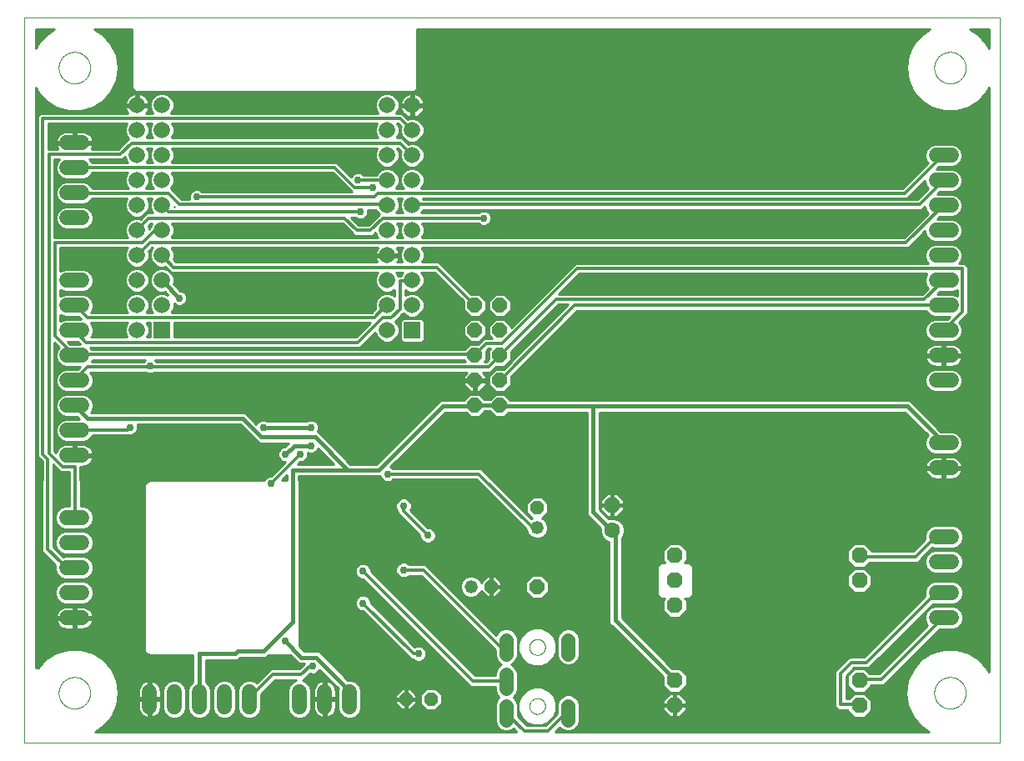
<source format=gbl>
G75*
%MOIN*%
%OFA0B0*%
%FSLAX25Y25*%
%IPPOS*%
%LPD*%
%AMOC8*
5,1,8,0,0,1.08239X$1,22.5*
%
%ADD10C,0.00000*%
%ADD11C,0.06000*%
%ADD12OC8,0.06000*%
%ADD13C,0.05937*%
%ADD14OC8,0.06300*%
%ADD15C,0.06300*%
%ADD16OC8,0.05200*%
%ADD17C,0.05200*%
%ADD18OC8,0.06299*%
%ADD19C,0.05600*%
%ADD20R,0.06555X0.06555*%
%ADD21C,0.06555*%
%ADD22C,0.01200*%
%ADD23C,0.03000*%
%ADD24C,0.01800*%
%ADD25C,0.01000*%
%ADD26C,0.03100*%
D10*
X0001500Y0001500D02*
X0001500Y0291500D01*
X0391500Y0291500D01*
X0391421Y0001500D01*
X0001500Y0001500D01*
X0015201Y0021500D02*
X0015203Y0021658D01*
X0015209Y0021816D01*
X0015219Y0021974D01*
X0015233Y0022132D01*
X0015251Y0022289D01*
X0015272Y0022446D01*
X0015298Y0022602D01*
X0015328Y0022758D01*
X0015361Y0022913D01*
X0015399Y0023066D01*
X0015440Y0023219D01*
X0015485Y0023371D01*
X0015534Y0023522D01*
X0015587Y0023671D01*
X0015643Y0023819D01*
X0015703Y0023965D01*
X0015767Y0024110D01*
X0015835Y0024253D01*
X0015906Y0024395D01*
X0015980Y0024535D01*
X0016058Y0024672D01*
X0016140Y0024808D01*
X0016224Y0024942D01*
X0016313Y0025073D01*
X0016404Y0025202D01*
X0016499Y0025329D01*
X0016596Y0025454D01*
X0016697Y0025576D01*
X0016801Y0025695D01*
X0016908Y0025812D01*
X0017018Y0025926D01*
X0017131Y0026037D01*
X0017246Y0026146D01*
X0017364Y0026251D01*
X0017485Y0026353D01*
X0017608Y0026453D01*
X0017734Y0026549D01*
X0017862Y0026642D01*
X0017992Y0026732D01*
X0018125Y0026818D01*
X0018260Y0026902D01*
X0018396Y0026981D01*
X0018535Y0027058D01*
X0018676Y0027130D01*
X0018818Y0027200D01*
X0018962Y0027265D01*
X0019108Y0027327D01*
X0019255Y0027385D01*
X0019404Y0027440D01*
X0019554Y0027491D01*
X0019705Y0027538D01*
X0019857Y0027581D01*
X0020010Y0027620D01*
X0020165Y0027656D01*
X0020320Y0027687D01*
X0020476Y0027715D01*
X0020632Y0027739D01*
X0020789Y0027759D01*
X0020947Y0027775D01*
X0021104Y0027787D01*
X0021263Y0027795D01*
X0021421Y0027799D01*
X0021579Y0027799D01*
X0021737Y0027795D01*
X0021896Y0027787D01*
X0022053Y0027775D01*
X0022211Y0027759D01*
X0022368Y0027739D01*
X0022524Y0027715D01*
X0022680Y0027687D01*
X0022835Y0027656D01*
X0022990Y0027620D01*
X0023143Y0027581D01*
X0023295Y0027538D01*
X0023446Y0027491D01*
X0023596Y0027440D01*
X0023745Y0027385D01*
X0023892Y0027327D01*
X0024038Y0027265D01*
X0024182Y0027200D01*
X0024324Y0027130D01*
X0024465Y0027058D01*
X0024604Y0026981D01*
X0024740Y0026902D01*
X0024875Y0026818D01*
X0025008Y0026732D01*
X0025138Y0026642D01*
X0025266Y0026549D01*
X0025392Y0026453D01*
X0025515Y0026353D01*
X0025636Y0026251D01*
X0025754Y0026146D01*
X0025869Y0026037D01*
X0025982Y0025926D01*
X0026092Y0025812D01*
X0026199Y0025695D01*
X0026303Y0025576D01*
X0026404Y0025454D01*
X0026501Y0025329D01*
X0026596Y0025202D01*
X0026687Y0025073D01*
X0026776Y0024942D01*
X0026860Y0024808D01*
X0026942Y0024672D01*
X0027020Y0024535D01*
X0027094Y0024395D01*
X0027165Y0024253D01*
X0027233Y0024110D01*
X0027297Y0023965D01*
X0027357Y0023819D01*
X0027413Y0023671D01*
X0027466Y0023522D01*
X0027515Y0023371D01*
X0027560Y0023219D01*
X0027601Y0023066D01*
X0027639Y0022913D01*
X0027672Y0022758D01*
X0027702Y0022602D01*
X0027728Y0022446D01*
X0027749Y0022289D01*
X0027767Y0022132D01*
X0027781Y0021974D01*
X0027791Y0021816D01*
X0027797Y0021658D01*
X0027799Y0021500D01*
X0027797Y0021342D01*
X0027791Y0021184D01*
X0027781Y0021026D01*
X0027767Y0020868D01*
X0027749Y0020711D01*
X0027728Y0020554D01*
X0027702Y0020398D01*
X0027672Y0020242D01*
X0027639Y0020087D01*
X0027601Y0019934D01*
X0027560Y0019781D01*
X0027515Y0019629D01*
X0027466Y0019478D01*
X0027413Y0019329D01*
X0027357Y0019181D01*
X0027297Y0019035D01*
X0027233Y0018890D01*
X0027165Y0018747D01*
X0027094Y0018605D01*
X0027020Y0018465D01*
X0026942Y0018328D01*
X0026860Y0018192D01*
X0026776Y0018058D01*
X0026687Y0017927D01*
X0026596Y0017798D01*
X0026501Y0017671D01*
X0026404Y0017546D01*
X0026303Y0017424D01*
X0026199Y0017305D01*
X0026092Y0017188D01*
X0025982Y0017074D01*
X0025869Y0016963D01*
X0025754Y0016854D01*
X0025636Y0016749D01*
X0025515Y0016647D01*
X0025392Y0016547D01*
X0025266Y0016451D01*
X0025138Y0016358D01*
X0025008Y0016268D01*
X0024875Y0016182D01*
X0024740Y0016098D01*
X0024604Y0016019D01*
X0024465Y0015942D01*
X0024324Y0015870D01*
X0024182Y0015800D01*
X0024038Y0015735D01*
X0023892Y0015673D01*
X0023745Y0015615D01*
X0023596Y0015560D01*
X0023446Y0015509D01*
X0023295Y0015462D01*
X0023143Y0015419D01*
X0022990Y0015380D01*
X0022835Y0015344D01*
X0022680Y0015313D01*
X0022524Y0015285D01*
X0022368Y0015261D01*
X0022211Y0015241D01*
X0022053Y0015225D01*
X0021896Y0015213D01*
X0021737Y0015205D01*
X0021579Y0015201D01*
X0021421Y0015201D01*
X0021263Y0015205D01*
X0021104Y0015213D01*
X0020947Y0015225D01*
X0020789Y0015241D01*
X0020632Y0015261D01*
X0020476Y0015285D01*
X0020320Y0015313D01*
X0020165Y0015344D01*
X0020010Y0015380D01*
X0019857Y0015419D01*
X0019705Y0015462D01*
X0019554Y0015509D01*
X0019404Y0015560D01*
X0019255Y0015615D01*
X0019108Y0015673D01*
X0018962Y0015735D01*
X0018818Y0015800D01*
X0018676Y0015870D01*
X0018535Y0015942D01*
X0018396Y0016019D01*
X0018260Y0016098D01*
X0018125Y0016182D01*
X0017992Y0016268D01*
X0017862Y0016358D01*
X0017734Y0016451D01*
X0017608Y0016547D01*
X0017485Y0016647D01*
X0017364Y0016749D01*
X0017246Y0016854D01*
X0017131Y0016963D01*
X0017018Y0017074D01*
X0016908Y0017188D01*
X0016801Y0017305D01*
X0016697Y0017424D01*
X0016596Y0017546D01*
X0016499Y0017671D01*
X0016404Y0017798D01*
X0016313Y0017927D01*
X0016224Y0018058D01*
X0016140Y0018192D01*
X0016058Y0018328D01*
X0015980Y0018465D01*
X0015906Y0018605D01*
X0015835Y0018747D01*
X0015767Y0018890D01*
X0015703Y0019035D01*
X0015643Y0019181D01*
X0015587Y0019329D01*
X0015534Y0019478D01*
X0015485Y0019629D01*
X0015440Y0019781D01*
X0015399Y0019934D01*
X0015361Y0020087D01*
X0015328Y0020242D01*
X0015298Y0020398D01*
X0015272Y0020554D01*
X0015251Y0020711D01*
X0015233Y0020868D01*
X0015219Y0021026D01*
X0015209Y0021184D01*
X0015203Y0021342D01*
X0015201Y0021500D01*
X0203350Y0016205D02*
X0203352Y0016317D01*
X0203358Y0016428D01*
X0203368Y0016540D01*
X0203382Y0016651D01*
X0203399Y0016761D01*
X0203421Y0016871D01*
X0203447Y0016980D01*
X0203476Y0017088D01*
X0203509Y0017194D01*
X0203546Y0017300D01*
X0203587Y0017404D01*
X0203632Y0017507D01*
X0203680Y0017608D01*
X0203731Y0017707D01*
X0203786Y0017804D01*
X0203845Y0017899D01*
X0203906Y0017993D01*
X0203971Y0018084D01*
X0204040Y0018172D01*
X0204111Y0018258D01*
X0204185Y0018342D01*
X0204263Y0018422D01*
X0204343Y0018500D01*
X0204426Y0018576D01*
X0204511Y0018648D01*
X0204599Y0018717D01*
X0204689Y0018783D01*
X0204782Y0018845D01*
X0204877Y0018905D01*
X0204974Y0018961D01*
X0205072Y0019013D01*
X0205173Y0019062D01*
X0205275Y0019107D01*
X0205379Y0019149D01*
X0205484Y0019187D01*
X0205591Y0019221D01*
X0205698Y0019251D01*
X0205807Y0019278D01*
X0205916Y0019300D01*
X0206027Y0019319D01*
X0206137Y0019334D01*
X0206249Y0019345D01*
X0206360Y0019352D01*
X0206472Y0019355D01*
X0206584Y0019354D01*
X0206696Y0019349D01*
X0206807Y0019340D01*
X0206918Y0019327D01*
X0207029Y0019310D01*
X0207139Y0019290D01*
X0207248Y0019265D01*
X0207356Y0019237D01*
X0207463Y0019204D01*
X0207569Y0019168D01*
X0207673Y0019128D01*
X0207776Y0019085D01*
X0207878Y0019038D01*
X0207977Y0018987D01*
X0208075Y0018933D01*
X0208171Y0018875D01*
X0208265Y0018814D01*
X0208356Y0018750D01*
X0208445Y0018683D01*
X0208532Y0018612D01*
X0208616Y0018538D01*
X0208698Y0018462D01*
X0208776Y0018382D01*
X0208852Y0018300D01*
X0208925Y0018215D01*
X0208995Y0018128D01*
X0209061Y0018038D01*
X0209125Y0017946D01*
X0209185Y0017852D01*
X0209242Y0017756D01*
X0209295Y0017657D01*
X0209345Y0017557D01*
X0209391Y0017456D01*
X0209434Y0017352D01*
X0209473Y0017247D01*
X0209508Y0017141D01*
X0209539Y0017034D01*
X0209567Y0016925D01*
X0209590Y0016816D01*
X0209610Y0016706D01*
X0209626Y0016595D01*
X0209638Y0016484D01*
X0209646Y0016373D01*
X0209650Y0016261D01*
X0209650Y0016149D01*
X0209646Y0016037D01*
X0209638Y0015926D01*
X0209626Y0015815D01*
X0209610Y0015704D01*
X0209590Y0015594D01*
X0209567Y0015485D01*
X0209539Y0015376D01*
X0209508Y0015269D01*
X0209473Y0015163D01*
X0209434Y0015058D01*
X0209391Y0014954D01*
X0209345Y0014853D01*
X0209295Y0014753D01*
X0209242Y0014654D01*
X0209185Y0014558D01*
X0209125Y0014464D01*
X0209061Y0014372D01*
X0208995Y0014282D01*
X0208925Y0014195D01*
X0208852Y0014110D01*
X0208776Y0014028D01*
X0208698Y0013948D01*
X0208616Y0013872D01*
X0208532Y0013798D01*
X0208445Y0013727D01*
X0208356Y0013660D01*
X0208265Y0013596D01*
X0208171Y0013535D01*
X0208075Y0013477D01*
X0207977Y0013423D01*
X0207878Y0013372D01*
X0207776Y0013325D01*
X0207673Y0013282D01*
X0207569Y0013242D01*
X0207463Y0013206D01*
X0207356Y0013173D01*
X0207248Y0013145D01*
X0207139Y0013120D01*
X0207029Y0013100D01*
X0206918Y0013083D01*
X0206807Y0013070D01*
X0206696Y0013061D01*
X0206584Y0013056D01*
X0206472Y0013055D01*
X0206360Y0013058D01*
X0206249Y0013065D01*
X0206137Y0013076D01*
X0206027Y0013091D01*
X0205916Y0013110D01*
X0205807Y0013132D01*
X0205698Y0013159D01*
X0205591Y0013189D01*
X0205484Y0013223D01*
X0205379Y0013261D01*
X0205275Y0013303D01*
X0205173Y0013348D01*
X0205072Y0013397D01*
X0204974Y0013449D01*
X0204877Y0013505D01*
X0204782Y0013565D01*
X0204689Y0013627D01*
X0204599Y0013693D01*
X0204511Y0013762D01*
X0204426Y0013834D01*
X0204343Y0013910D01*
X0204263Y0013988D01*
X0204185Y0014068D01*
X0204111Y0014152D01*
X0204040Y0014238D01*
X0203971Y0014326D01*
X0203906Y0014417D01*
X0203845Y0014511D01*
X0203786Y0014606D01*
X0203731Y0014703D01*
X0203680Y0014802D01*
X0203632Y0014903D01*
X0203587Y0015006D01*
X0203546Y0015110D01*
X0203509Y0015216D01*
X0203476Y0015322D01*
X0203447Y0015430D01*
X0203421Y0015539D01*
X0203399Y0015649D01*
X0203382Y0015759D01*
X0203368Y0015870D01*
X0203358Y0015982D01*
X0203352Y0016093D01*
X0203350Y0016205D01*
X0203350Y0039827D02*
X0203352Y0039939D01*
X0203358Y0040050D01*
X0203368Y0040162D01*
X0203382Y0040273D01*
X0203399Y0040383D01*
X0203421Y0040493D01*
X0203447Y0040602D01*
X0203476Y0040710D01*
X0203509Y0040816D01*
X0203546Y0040922D01*
X0203587Y0041026D01*
X0203632Y0041129D01*
X0203680Y0041230D01*
X0203731Y0041329D01*
X0203786Y0041426D01*
X0203845Y0041521D01*
X0203906Y0041615D01*
X0203971Y0041706D01*
X0204040Y0041794D01*
X0204111Y0041880D01*
X0204185Y0041964D01*
X0204263Y0042044D01*
X0204343Y0042122D01*
X0204426Y0042198D01*
X0204511Y0042270D01*
X0204599Y0042339D01*
X0204689Y0042405D01*
X0204782Y0042467D01*
X0204877Y0042527D01*
X0204974Y0042583D01*
X0205072Y0042635D01*
X0205173Y0042684D01*
X0205275Y0042729D01*
X0205379Y0042771D01*
X0205484Y0042809D01*
X0205591Y0042843D01*
X0205698Y0042873D01*
X0205807Y0042900D01*
X0205916Y0042922D01*
X0206027Y0042941D01*
X0206137Y0042956D01*
X0206249Y0042967D01*
X0206360Y0042974D01*
X0206472Y0042977D01*
X0206584Y0042976D01*
X0206696Y0042971D01*
X0206807Y0042962D01*
X0206918Y0042949D01*
X0207029Y0042932D01*
X0207139Y0042912D01*
X0207248Y0042887D01*
X0207356Y0042859D01*
X0207463Y0042826D01*
X0207569Y0042790D01*
X0207673Y0042750D01*
X0207776Y0042707D01*
X0207878Y0042660D01*
X0207977Y0042609D01*
X0208075Y0042555D01*
X0208171Y0042497D01*
X0208265Y0042436D01*
X0208356Y0042372D01*
X0208445Y0042305D01*
X0208532Y0042234D01*
X0208616Y0042160D01*
X0208698Y0042084D01*
X0208776Y0042004D01*
X0208852Y0041922D01*
X0208925Y0041837D01*
X0208995Y0041750D01*
X0209061Y0041660D01*
X0209125Y0041568D01*
X0209185Y0041474D01*
X0209242Y0041378D01*
X0209295Y0041279D01*
X0209345Y0041179D01*
X0209391Y0041078D01*
X0209434Y0040974D01*
X0209473Y0040869D01*
X0209508Y0040763D01*
X0209539Y0040656D01*
X0209567Y0040547D01*
X0209590Y0040438D01*
X0209610Y0040328D01*
X0209626Y0040217D01*
X0209638Y0040106D01*
X0209646Y0039995D01*
X0209650Y0039883D01*
X0209650Y0039771D01*
X0209646Y0039659D01*
X0209638Y0039548D01*
X0209626Y0039437D01*
X0209610Y0039326D01*
X0209590Y0039216D01*
X0209567Y0039107D01*
X0209539Y0038998D01*
X0209508Y0038891D01*
X0209473Y0038785D01*
X0209434Y0038680D01*
X0209391Y0038576D01*
X0209345Y0038475D01*
X0209295Y0038375D01*
X0209242Y0038276D01*
X0209185Y0038180D01*
X0209125Y0038086D01*
X0209061Y0037994D01*
X0208995Y0037904D01*
X0208925Y0037817D01*
X0208852Y0037732D01*
X0208776Y0037650D01*
X0208698Y0037570D01*
X0208616Y0037494D01*
X0208532Y0037420D01*
X0208445Y0037349D01*
X0208356Y0037282D01*
X0208265Y0037218D01*
X0208171Y0037157D01*
X0208075Y0037099D01*
X0207977Y0037045D01*
X0207878Y0036994D01*
X0207776Y0036947D01*
X0207673Y0036904D01*
X0207569Y0036864D01*
X0207463Y0036828D01*
X0207356Y0036795D01*
X0207248Y0036767D01*
X0207139Y0036742D01*
X0207029Y0036722D01*
X0206918Y0036705D01*
X0206807Y0036692D01*
X0206696Y0036683D01*
X0206584Y0036678D01*
X0206472Y0036677D01*
X0206360Y0036680D01*
X0206249Y0036687D01*
X0206137Y0036698D01*
X0206027Y0036713D01*
X0205916Y0036732D01*
X0205807Y0036754D01*
X0205698Y0036781D01*
X0205591Y0036811D01*
X0205484Y0036845D01*
X0205379Y0036883D01*
X0205275Y0036925D01*
X0205173Y0036970D01*
X0205072Y0037019D01*
X0204974Y0037071D01*
X0204877Y0037127D01*
X0204782Y0037187D01*
X0204689Y0037249D01*
X0204599Y0037315D01*
X0204511Y0037384D01*
X0204426Y0037456D01*
X0204343Y0037532D01*
X0204263Y0037610D01*
X0204185Y0037690D01*
X0204111Y0037774D01*
X0204040Y0037860D01*
X0203971Y0037948D01*
X0203906Y0038039D01*
X0203845Y0038133D01*
X0203786Y0038228D01*
X0203731Y0038325D01*
X0203680Y0038424D01*
X0203632Y0038525D01*
X0203587Y0038628D01*
X0203546Y0038732D01*
X0203509Y0038838D01*
X0203476Y0038944D01*
X0203447Y0039052D01*
X0203421Y0039161D01*
X0203399Y0039271D01*
X0203382Y0039381D01*
X0203368Y0039492D01*
X0203358Y0039604D01*
X0203352Y0039715D01*
X0203350Y0039827D01*
X0365201Y0021500D02*
X0365203Y0021658D01*
X0365209Y0021816D01*
X0365219Y0021974D01*
X0365233Y0022132D01*
X0365251Y0022289D01*
X0365272Y0022446D01*
X0365298Y0022602D01*
X0365328Y0022758D01*
X0365361Y0022913D01*
X0365399Y0023066D01*
X0365440Y0023219D01*
X0365485Y0023371D01*
X0365534Y0023522D01*
X0365587Y0023671D01*
X0365643Y0023819D01*
X0365703Y0023965D01*
X0365767Y0024110D01*
X0365835Y0024253D01*
X0365906Y0024395D01*
X0365980Y0024535D01*
X0366058Y0024672D01*
X0366140Y0024808D01*
X0366224Y0024942D01*
X0366313Y0025073D01*
X0366404Y0025202D01*
X0366499Y0025329D01*
X0366596Y0025454D01*
X0366697Y0025576D01*
X0366801Y0025695D01*
X0366908Y0025812D01*
X0367018Y0025926D01*
X0367131Y0026037D01*
X0367246Y0026146D01*
X0367364Y0026251D01*
X0367485Y0026353D01*
X0367608Y0026453D01*
X0367734Y0026549D01*
X0367862Y0026642D01*
X0367992Y0026732D01*
X0368125Y0026818D01*
X0368260Y0026902D01*
X0368396Y0026981D01*
X0368535Y0027058D01*
X0368676Y0027130D01*
X0368818Y0027200D01*
X0368962Y0027265D01*
X0369108Y0027327D01*
X0369255Y0027385D01*
X0369404Y0027440D01*
X0369554Y0027491D01*
X0369705Y0027538D01*
X0369857Y0027581D01*
X0370010Y0027620D01*
X0370165Y0027656D01*
X0370320Y0027687D01*
X0370476Y0027715D01*
X0370632Y0027739D01*
X0370789Y0027759D01*
X0370947Y0027775D01*
X0371104Y0027787D01*
X0371263Y0027795D01*
X0371421Y0027799D01*
X0371579Y0027799D01*
X0371737Y0027795D01*
X0371896Y0027787D01*
X0372053Y0027775D01*
X0372211Y0027759D01*
X0372368Y0027739D01*
X0372524Y0027715D01*
X0372680Y0027687D01*
X0372835Y0027656D01*
X0372990Y0027620D01*
X0373143Y0027581D01*
X0373295Y0027538D01*
X0373446Y0027491D01*
X0373596Y0027440D01*
X0373745Y0027385D01*
X0373892Y0027327D01*
X0374038Y0027265D01*
X0374182Y0027200D01*
X0374324Y0027130D01*
X0374465Y0027058D01*
X0374604Y0026981D01*
X0374740Y0026902D01*
X0374875Y0026818D01*
X0375008Y0026732D01*
X0375138Y0026642D01*
X0375266Y0026549D01*
X0375392Y0026453D01*
X0375515Y0026353D01*
X0375636Y0026251D01*
X0375754Y0026146D01*
X0375869Y0026037D01*
X0375982Y0025926D01*
X0376092Y0025812D01*
X0376199Y0025695D01*
X0376303Y0025576D01*
X0376404Y0025454D01*
X0376501Y0025329D01*
X0376596Y0025202D01*
X0376687Y0025073D01*
X0376776Y0024942D01*
X0376860Y0024808D01*
X0376942Y0024672D01*
X0377020Y0024535D01*
X0377094Y0024395D01*
X0377165Y0024253D01*
X0377233Y0024110D01*
X0377297Y0023965D01*
X0377357Y0023819D01*
X0377413Y0023671D01*
X0377466Y0023522D01*
X0377515Y0023371D01*
X0377560Y0023219D01*
X0377601Y0023066D01*
X0377639Y0022913D01*
X0377672Y0022758D01*
X0377702Y0022602D01*
X0377728Y0022446D01*
X0377749Y0022289D01*
X0377767Y0022132D01*
X0377781Y0021974D01*
X0377791Y0021816D01*
X0377797Y0021658D01*
X0377799Y0021500D01*
X0377797Y0021342D01*
X0377791Y0021184D01*
X0377781Y0021026D01*
X0377767Y0020868D01*
X0377749Y0020711D01*
X0377728Y0020554D01*
X0377702Y0020398D01*
X0377672Y0020242D01*
X0377639Y0020087D01*
X0377601Y0019934D01*
X0377560Y0019781D01*
X0377515Y0019629D01*
X0377466Y0019478D01*
X0377413Y0019329D01*
X0377357Y0019181D01*
X0377297Y0019035D01*
X0377233Y0018890D01*
X0377165Y0018747D01*
X0377094Y0018605D01*
X0377020Y0018465D01*
X0376942Y0018328D01*
X0376860Y0018192D01*
X0376776Y0018058D01*
X0376687Y0017927D01*
X0376596Y0017798D01*
X0376501Y0017671D01*
X0376404Y0017546D01*
X0376303Y0017424D01*
X0376199Y0017305D01*
X0376092Y0017188D01*
X0375982Y0017074D01*
X0375869Y0016963D01*
X0375754Y0016854D01*
X0375636Y0016749D01*
X0375515Y0016647D01*
X0375392Y0016547D01*
X0375266Y0016451D01*
X0375138Y0016358D01*
X0375008Y0016268D01*
X0374875Y0016182D01*
X0374740Y0016098D01*
X0374604Y0016019D01*
X0374465Y0015942D01*
X0374324Y0015870D01*
X0374182Y0015800D01*
X0374038Y0015735D01*
X0373892Y0015673D01*
X0373745Y0015615D01*
X0373596Y0015560D01*
X0373446Y0015509D01*
X0373295Y0015462D01*
X0373143Y0015419D01*
X0372990Y0015380D01*
X0372835Y0015344D01*
X0372680Y0015313D01*
X0372524Y0015285D01*
X0372368Y0015261D01*
X0372211Y0015241D01*
X0372053Y0015225D01*
X0371896Y0015213D01*
X0371737Y0015205D01*
X0371579Y0015201D01*
X0371421Y0015201D01*
X0371263Y0015205D01*
X0371104Y0015213D01*
X0370947Y0015225D01*
X0370789Y0015241D01*
X0370632Y0015261D01*
X0370476Y0015285D01*
X0370320Y0015313D01*
X0370165Y0015344D01*
X0370010Y0015380D01*
X0369857Y0015419D01*
X0369705Y0015462D01*
X0369554Y0015509D01*
X0369404Y0015560D01*
X0369255Y0015615D01*
X0369108Y0015673D01*
X0368962Y0015735D01*
X0368818Y0015800D01*
X0368676Y0015870D01*
X0368535Y0015942D01*
X0368396Y0016019D01*
X0368260Y0016098D01*
X0368125Y0016182D01*
X0367992Y0016268D01*
X0367862Y0016358D01*
X0367734Y0016451D01*
X0367608Y0016547D01*
X0367485Y0016647D01*
X0367364Y0016749D01*
X0367246Y0016854D01*
X0367131Y0016963D01*
X0367018Y0017074D01*
X0366908Y0017188D01*
X0366801Y0017305D01*
X0366697Y0017424D01*
X0366596Y0017546D01*
X0366499Y0017671D01*
X0366404Y0017798D01*
X0366313Y0017927D01*
X0366224Y0018058D01*
X0366140Y0018192D01*
X0366058Y0018328D01*
X0365980Y0018465D01*
X0365906Y0018605D01*
X0365835Y0018747D01*
X0365767Y0018890D01*
X0365703Y0019035D01*
X0365643Y0019181D01*
X0365587Y0019329D01*
X0365534Y0019478D01*
X0365485Y0019629D01*
X0365440Y0019781D01*
X0365399Y0019934D01*
X0365361Y0020087D01*
X0365328Y0020242D01*
X0365298Y0020398D01*
X0365272Y0020554D01*
X0365251Y0020711D01*
X0365233Y0020868D01*
X0365219Y0021026D01*
X0365209Y0021184D01*
X0365203Y0021342D01*
X0365201Y0021500D01*
X0365201Y0271500D02*
X0365203Y0271658D01*
X0365209Y0271816D01*
X0365219Y0271974D01*
X0365233Y0272132D01*
X0365251Y0272289D01*
X0365272Y0272446D01*
X0365298Y0272602D01*
X0365328Y0272758D01*
X0365361Y0272913D01*
X0365399Y0273066D01*
X0365440Y0273219D01*
X0365485Y0273371D01*
X0365534Y0273522D01*
X0365587Y0273671D01*
X0365643Y0273819D01*
X0365703Y0273965D01*
X0365767Y0274110D01*
X0365835Y0274253D01*
X0365906Y0274395D01*
X0365980Y0274535D01*
X0366058Y0274672D01*
X0366140Y0274808D01*
X0366224Y0274942D01*
X0366313Y0275073D01*
X0366404Y0275202D01*
X0366499Y0275329D01*
X0366596Y0275454D01*
X0366697Y0275576D01*
X0366801Y0275695D01*
X0366908Y0275812D01*
X0367018Y0275926D01*
X0367131Y0276037D01*
X0367246Y0276146D01*
X0367364Y0276251D01*
X0367485Y0276353D01*
X0367608Y0276453D01*
X0367734Y0276549D01*
X0367862Y0276642D01*
X0367992Y0276732D01*
X0368125Y0276818D01*
X0368260Y0276902D01*
X0368396Y0276981D01*
X0368535Y0277058D01*
X0368676Y0277130D01*
X0368818Y0277200D01*
X0368962Y0277265D01*
X0369108Y0277327D01*
X0369255Y0277385D01*
X0369404Y0277440D01*
X0369554Y0277491D01*
X0369705Y0277538D01*
X0369857Y0277581D01*
X0370010Y0277620D01*
X0370165Y0277656D01*
X0370320Y0277687D01*
X0370476Y0277715D01*
X0370632Y0277739D01*
X0370789Y0277759D01*
X0370947Y0277775D01*
X0371104Y0277787D01*
X0371263Y0277795D01*
X0371421Y0277799D01*
X0371579Y0277799D01*
X0371737Y0277795D01*
X0371896Y0277787D01*
X0372053Y0277775D01*
X0372211Y0277759D01*
X0372368Y0277739D01*
X0372524Y0277715D01*
X0372680Y0277687D01*
X0372835Y0277656D01*
X0372990Y0277620D01*
X0373143Y0277581D01*
X0373295Y0277538D01*
X0373446Y0277491D01*
X0373596Y0277440D01*
X0373745Y0277385D01*
X0373892Y0277327D01*
X0374038Y0277265D01*
X0374182Y0277200D01*
X0374324Y0277130D01*
X0374465Y0277058D01*
X0374604Y0276981D01*
X0374740Y0276902D01*
X0374875Y0276818D01*
X0375008Y0276732D01*
X0375138Y0276642D01*
X0375266Y0276549D01*
X0375392Y0276453D01*
X0375515Y0276353D01*
X0375636Y0276251D01*
X0375754Y0276146D01*
X0375869Y0276037D01*
X0375982Y0275926D01*
X0376092Y0275812D01*
X0376199Y0275695D01*
X0376303Y0275576D01*
X0376404Y0275454D01*
X0376501Y0275329D01*
X0376596Y0275202D01*
X0376687Y0275073D01*
X0376776Y0274942D01*
X0376860Y0274808D01*
X0376942Y0274672D01*
X0377020Y0274535D01*
X0377094Y0274395D01*
X0377165Y0274253D01*
X0377233Y0274110D01*
X0377297Y0273965D01*
X0377357Y0273819D01*
X0377413Y0273671D01*
X0377466Y0273522D01*
X0377515Y0273371D01*
X0377560Y0273219D01*
X0377601Y0273066D01*
X0377639Y0272913D01*
X0377672Y0272758D01*
X0377702Y0272602D01*
X0377728Y0272446D01*
X0377749Y0272289D01*
X0377767Y0272132D01*
X0377781Y0271974D01*
X0377791Y0271816D01*
X0377797Y0271658D01*
X0377799Y0271500D01*
X0377797Y0271342D01*
X0377791Y0271184D01*
X0377781Y0271026D01*
X0377767Y0270868D01*
X0377749Y0270711D01*
X0377728Y0270554D01*
X0377702Y0270398D01*
X0377672Y0270242D01*
X0377639Y0270087D01*
X0377601Y0269934D01*
X0377560Y0269781D01*
X0377515Y0269629D01*
X0377466Y0269478D01*
X0377413Y0269329D01*
X0377357Y0269181D01*
X0377297Y0269035D01*
X0377233Y0268890D01*
X0377165Y0268747D01*
X0377094Y0268605D01*
X0377020Y0268465D01*
X0376942Y0268328D01*
X0376860Y0268192D01*
X0376776Y0268058D01*
X0376687Y0267927D01*
X0376596Y0267798D01*
X0376501Y0267671D01*
X0376404Y0267546D01*
X0376303Y0267424D01*
X0376199Y0267305D01*
X0376092Y0267188D01*
X0375982Y0267074D01*
X0375869Y0266963D01*
X0375754Y0266854D01*
X0375636Y0266749D01*
X0375515Y0266647D01*
X0375392Y0266547D01*
X0375266Y0266451D01*
X0375138Y0266358D01*
X0375008Y0266268D01*
X0374875Y0266182D01*
X0374740Y0266098D01*
X0374604Y0266019D01*
X0374465Y0265942D01*
X0374324Y0265870D01*
X0374182Y0265800D01*
X0374038Y0265735D01*
X0373892Y0265673D01*
X0373745Y0265615D01*
X0373596Y0265560D01*
X0373446Y0265509D01*
X0373295Y0265462D01*
X0373143Y0265419D01*
X0372990Y0265380D01*
X0372835Y0265344D01*
X0372680Y0265313D01*
X0372524Y0265285D01*
X0372368Y0265261D01*
X0372211Y0265241D01*
X0372053Y0265225D01*
X0371896Y0265213D01*
X0371737Y0265205D01*
X0371579Y0265201D01*
X0371421Y0265201D01*
X0371263Y0265205D01*
X0371104Y0265213D01*
X0370947Y0265225D01*
X0370789Y0265241D01*
X0370632Y0265261D01*
X0370476Y0265285D01*
X0370320Y0265313D01*
X0370165Y0265344D01*
X0370010Y0265380D01*
X0369857Y0265419D01*
X0369705Y0265462D01*
X0369554Y0265509D01*
X0369404Y0265560D01*
X0369255Y0265615D01*
X0369108Y0265673D01*
X0368962Y0265735D01*
X0368818Y0265800D01*
X0368676Y0265870D01*
X0368535Y0265942D01*
X0368396Y0266019D01*
X0368260Y0266098D01*
X0368125Y0266182D01*
X0367992Y0266268D01*
X0367862Y0266358D01*
X0367734Y0266451D01*
X0367608Y0266547D01*
X0367485Y0266647D01*
X0367364Y0266749D01*
X0367246Y0266854D01*
X0367131Y0266963D01*
X0367018Y0267074D01*
X0366908Y0267188D01*
X0366801Y0267305D01*
X0366697Y0267424D01*
X0366596Y0267546D01*
X0366499Y0267671D01*
X0366404Y0267798D01*
X0366313Y0267927D01*
X0366224Y0268058D01*
X0366140Y0268192D01*
X0366058Y0268328D01*
X0365980Y0268465D01*
X0365906Y0268605D01*
X0365835Y0268747D01*
X0365767Y0268890D01*
X0365703Y0269035D01*
X0365643Y0269181D01*
X0365587Y0269329D01*
X0365534Y0269478D01*
X0365485Y0269629D01*
X0365440Y0269781D01*
X0365399Y0269934D01*
X0365361Y0270087D01*
X0365328Y0270242D01*
X0365298Y0270398D01*
X0365272Y0270554D01*
X0365251Y0270711D01*
X0365233Y0270868D01*
X0365219Y0271026D01*
X0365209Y0271184D01*
X0365203Y0271342D01*
X0365201Y0271500D01*
X0015201Y0271500D02*
X0015203Y0271658D01*
X0015209Y0271816D01*
X0015219Y0271974D01*
X0015233Y0272132D01*
X0015251Y0272289D01*
X0015272Y0272446D01*
X0015298Y0272602D01*
X0015328Y0272758D01*
X0015361Y0272913D01*
X0015399Y0273066D01*
X0015440Y0273219D01*
X0015485Y0273371D01*
X0015534Y0273522D01*
X0015587Y0273671D01*
X0015643Y0273819D01*
X0015703Y0273965D01*
X0015767Y0274110D01*
X0015835Y0274253D01*
X0015906Y0274395D01*
X0015980Y0274535D01*
X0016058Y0274672D01*
X0016140Y0274808D01*
X0016224Y0274942D01*
X0016313Y0275073D01*
X0016404Y0275202D01*
X0016499Y0275329D01*
X0016596Y0275454D01*
X0016697Y0275576D01*
X0016801Y0275695D01*
X0016908Y0275812D01*
X0017018Y0275926D01*
X0017131Y0276037D01*
X0017246Y0276146D01*
X0017364Y0276251D01*
X0017485Y0276353D01*
X0017608Y0276453D01*
X0017734Y0276549D01*
X0017862Y0276642D01*
X0017992Y0276732D01*
X0018125Y0276818D01*
X0018260Y0276902D01*
X0018396Y0276981D01*
X0018535Y0277058D01*
X0018676Y0277130D01*
X0018818Y0277200D01*
X0018962Y0277265D01*
X0019108Y0277327D01*
X0019255Y0277385D01*
X0019404Y0277440D01*
X0019554Y0277491D01*
X0019705Y0277538D01*
X0019857Y0277581D01*
X0020010Y0277620D01*
X0020165Y0277656D01*
X0020320Y0277687D01*
X0020476Y0277715D01*
X0020632Y0277739D01*
X0020789Y0277759D01*
X0020947Y0277775D01*
X0021104Y0277787D01*
X0021263Y0277795D01*
X0021421Y0277799D01*
X0021579Y0277799D01*
X0021737Y0277795D01*
X0021896Y0277787D01*
X0022053Y0277775D01*
X0022211Y0277759D01*
X0022368Y0277739D01*
X0022524Y0277715D01*
X0022680Y0277687D01*
X0022835Y0277656D01*
X0022990Y0277620D01*
X0023143Y0277581D01*
X0023295Y0277538D01*
X0023446Y0277491D01*
X0023596Y0277440D01*
X0023745Y0277385D01*
X0023892Y0277327D01*
X0024038Y0277265D01*
X0024182Y0277200D01*
X0024324Y0277130D01*
X0024465Y0277058D01*
X0024604Y0276981D01*
X0024740Y0276902D01*
X0024875Y0276818D01*
X0025008Y0276732D01*
X0025138Y0276642D01*
X0025266Y0276549D01*
X0025392Y0276453D01*
X0025515Y0276353D01*
X0025636Y0276251D01*
X0025754Y0276146D01*
X0025869Y0276037D01*
X0025982Y0275926D01*
X0026092Y0275812D01*
X0026199Y0275695D01*
X0026303Y0275576D01*
X0026404Y0275454D01*
X0026501Y0275329D01*
X0026596Y0275202D01*
X0026687Y0275073D01*
X0026776Y0274942D01*
X0026860Y0274808D01*
X0026942Y0274672D01*
X0027020Y0274535D01*
X0027094Y0274395D01*
X0027165Y0274253D01*
X0027233Y0274110D01*
X0027297Y0273965D01*
X0027357Y0273819D01*
X0027413Y0273671D01*
X0027466Y0273522D01*
X0027515Y0273371D01*
X0027560Y0273219D01*
X0027601Y0273066D01*
X0027639Y0272913D01*
X0027672Y0272758D01*
X0027702Y0272602D01*
X0027728Y0272446D01*
X0027749Y0272289D01*
X0027767Y0272132D01*
X0027781Y0271974D01*
X0027791Y0271816D01*
X0027797Y0271658D01*
X0027799Y0271500D01*
X0027797Y0271342D01*
X0027791Y0271184D01*
X0027781Y0271026D01*
X0027767Y0270868D01*
X0027749Y0270711D01*
X0027728Y0270554D01*
X0027702Y0270398D01*
X0027672Y0270242D01*
X0027639Y0270087D01*
X0027601Y0269934D01*
X0027560Y0269781D01*
X0027515Y0269629D01*
X0027466Y0269478D01*
X0027413Y0269329D01*
X0027357Y0269181D01*
X0027297Y0269035D01*
X0027233Y0268890D01*
X0027165Y0268747D01*
X0027094Y0268605D01*
X0027020Y0268465D01*
X0026942Y0268328D01*
X0026860Y0268192D01*
X0026776Y0268058D01*
X0026687Y0267927D01*
X0026596Y0267798D01*
X0026501Y0267671D01*
X0026404Y0267546D01*
X0026303Y0267424D01*
X0026199Y0267305D01*
X0026092Y0267188D01*
X0025982Y0267074D01*
X0025869Y0266963D01*
X0025754Y0266854D01*
X0025636Y0266749D01*
X0025515Y0266647D01*
X0025392Y0266547D01*
X0025266Y0266451D01*
X0025138Y0266358D01*
X0025008Y0266268D01*
X0024875Y0266182D01*
X0024740Y0266098D01*
X0024604Y0266019D01*
X0024465Y0265942D01*
X0024324Y0265870D01*
X0024182Y0265800D01*
X0024038Y0265735D01*
X0023892Y0265673D01*
X0023745Y0265615D01*
X0023596Y0265560D01*
X0023446Y0265509D01*
X0023295Y0265462D01*
X0023143Y0265419D01*
X0022990Y0265380D01*
X0022835Y0265344D01*
X0022680Y0265313D01*
X0022524Y0265285D01*
X0022368Y0265261D01*
X0022211Y0265241D01*
X0022053Y0265225D01*
X0021896Y0265213D01*
X0021737Y0265205D01*
X0021579Y0265201D01*
X0021421Y0265201D01*
X0021263Y0265205D01*
X0021104Y0265213D01*
X0020947Y0265225D01*
X0020789Y0265241D01*
X0020632Y0265261D01*
X0020476Y0265285D01*
X0020320Y0265313D01*
X0020165Y0265344D01*
X0020010Y0265380D01*
X0019857Y0265419D01*
X0019705Y0265462D01*
X0019554Y0265509D01*
X0019404Y0265560D01*
X0019255Y0265615D01*
X0019108Y0265673D01*
X0018962Y0265735D01*
X0018818Y0265800D01*
X0018676Y0265870D01*
X0018535Y0265942D01*
X0018396Y0266019D01*
X0018260Y0266098D01*
X0018125Y0266182D01*
X0017992Y0266268D01*
X0017862Y0266358D01*
X0017734Y0266451D01*
X0017608Y0266547D01*
X0017485Y0266647D01*
X0017364Y0266749D01*
X0017246Y0266854D01*
X0017131Y0266963D01*
X0017018Y0267074D01*
X0016908Y0267188D01*
X0016801Y0267305D01*
X0016697Y0267424D01*
X0016596Y0267546D01*
X0016499Y0267671D01*
X0016404Y0267798D01*
X0016313Y0267927D01*
X0016224Y0268058D01*
X0016140Y0268192D01*
X0016058Y0268328D01*
X0015980Y0268465D01*
X0015906Y0268605D01*
X0015835Y0268747D01*
X0015767Y0268890D01*
X0015703Y0269035D01*
X0015643Y0269181D01*
X0015587Y0269329D01*
X0015534Y0269478D01*
X0015485Y0269629D01*
X0015440Y0269781D01*
X0015399Y0269934D01*
X0015361Y0270087D01*
X0015328Y0270242D01*
X0015298Y0270398D01*
X0015272Y0270554D01*
X0015251Y0270711D01*
X0015233Y0270868D01*
X0015219Y0271026D01*
X0015209Y0271184D01*
X0015203Y0271342D01*
X0015201Y0271500D01*
D11*
X0018500Y0241500D02*
X0024500Y0241500D01*
X0024500Y0231500D02*
X0018500Y0231500D01*
X0018500Y0221500D02*
X0024500Y0221500D01*
X0024500Y0211500D02*
X0018500Y0211500D01*
X0018500Y0186500D02*
X0024500Y0186500D01*
X0024500Y0176500D02*
X0018500Y0176500D01*
X0018500Y0166500D02*
X0024500Y0166500D01*
X0024500Y0156500D02*
X0018500Y0156500D01*
X0018500Y0146500D02*
X0024500Y0146500D01*
X0024500Y0136500D02*
X0018500Y0136500D01*
X0018500Y0126500D02*
X0024500Y0126500D01*
X0024500Y0116500D02*
X0018500Y0116500D01*
X0018500Y0091500D02*
X0024500Y0091500D01*
X0024500Y0081500D02*
X0018500Y0081500D01*
X0018500Y0071500D02*
X0024500Y0071500D01*
X0024500Y0061500D02*
X0018500Y0061500D01*
X0018500Y0051500D02*
X0024500Y0051500D01*
X0051500Y0022000D02*
X0051500Y0016000D01*
X0061500Y0016000D02*
X0061500Y0022000D01*
X0071500Y0022000D02*
X0071500Y0016000D01*
X0081500Y0016000D02*
X0081500Y0022000D01*
X0091500Y0022000D02*
X0091500Y0016000D01*
X0111500Y0016000D02*
X0111500Y0022000D01*
X0121500Y0022000D02*
X0121500Y0016000D01*
X0131500Y0016000D02*
X0131500Y0022000D01*
X0366000Y0146500D02*
X0372000Y0146500D01*
X0372000Y0156500D02*
X0366000Y0156500D01*
X0366000Y0166500D02*
X0372000Y0166500D01*
X0372000Y0176500D02*
X0366000Y0176500D01*
X0366000Y0186500D02*
X0372000Y0186500D01*
X0372000Y0196500D02*
X0366000Y0196500D01*
X0366000Y0206500D02*
X0372000Y0206500D01*
X0372000Y0216500D02*
X0366000Y0216500D01*
X0366000Y0226500D02*
X0372000Y0226500D01*
X0372000Y0236500D02*
X0366000Y0236500D01*
D12*
X0191500Y0176500D03*
X0181500Y0176500D03*
X0181500Y0166500D03*
X0191500Y0166500D03*
X0191500Y0156500D03*
X0181500Y0156500D03*
X0181500Y0146500D03*
X0191500Y0146500D03*
X0191500Y0136500D03*
X0181500Y0136500D03*
X0206500Y0064000D03*
D13*
X0366031Y0061500D02*
X0371969Y0061500D01*
X0371969Y0051500D02*
X0366031Y0051500D01*
X0366031Y0074000D02*
X0371969Y0074000D01*
X0371969Y0084000D02*
X0366031Y0084000D01*
X0366031Y0111500D02*
X0371969Y0111500D01*
X0371969Y0121500D02*
X0366031Y0121500D01*
D14*
X0236500Y0096500D03*
D15*
X0236500Y0086500D03*
D16*
X0206500Y0095500D03*
X0188000Y0064000D03*
X0164000Y0019000D03*
X0154000Y0019000D03*
D17*
X0180000Y0064000D03*
X0206500Y0087500D03*
D18*
X0261500Y0076500D03*
X0261500Y0066500D03*
X0261500Y0056500D03*
X0261500Y0026500D03*
X0261500Y0016500D03*
X0335250Y0016500D03*
X0335250Y0026500D03*
X0335250Y0066500D03*
X0335250Y0076500D03*
D19*
X0218902Y0042627D02*
X0218902Y0037027D01*
X0194098Y0037027D02*
X0194098Y0042627D01*
X0194098Y0028847D02*
X0194098Y0023247D01*
X0194098Y0016249D02*
X0194098Y0010649D01*
X0218902Y0010649D02*
X0218902Y0016249D01*
D20*
X0156500Y0166500D03*
X0056500Y0166500D03*
D21*
X0046500Y0166500D03*
X0046500Y0176500D03*
X0046500Y0186500D03*
X0056500Y0186500D03*
X0056500Y0176500D03*
X0056500Y0196500D03*
X0056500Y0206500D03*
X0056500Y0216500D03*
X0046500Y0216500D03*
X0046500Y0206500D03*
X0046500Y0196500D03*
X0046500Y0226500D03*
X0046500Y0236500D03*
X0056500Y0236500D03*
X0056500Y0226500D03*
X0056500Y0246500D03*
X0056500Y0256500D03*
X0046500Y0256500D03*
X0046500Y0246500D03*
X0146500Y0246500D03*
X0156500Y0246500D03*
X0156500Y0256500D03*
X0146500Y0256500D03*
X0146500Y0236500D03*
X0156500Y0236500D03*
X0156500Y0226500D03*
X0146500Y0226500D03*
X0146500Y0216500D03*
X0156500Y0216500D03*
X0156500Y0206500D03*
X0146500Y0206500D03*
X0146500Y0196500D03*
X0156500Y0196500D03*
X0156500Y0186500D03*
X0146500Y0186500D03*
X0146500Y0176500D03*
X0156500Y0176500D03*
X0146500Y0166500D03*
D22*
X0148154Y0171520D02*
X0144709Y0171520D01*
X0134866Y0161677D01*
X0026106Y0161677D01*
X0021677Y0166106D01*
X0021500Y0166500D01*
X0026598Y0171520D02*
X0141264Y0171520D01*
X0146185Y0176441D01*
X0146500Y0176500D01*
X0148154Y0171520D02*
X0151598Y0174965D01*
X0151598Y0186283D01*
X0156028Y0186283D01*
X0156500Y0186500D01*
X0166362Y0191697D02*
X0061047Y0191697D01*
X0056618Y0196126D01*
X0056500Y0196500D01*
X0051697Y0201539D02*
X0046776Y0196618D01*
X0046500Y0196500D01*
X0048744Y0201539D02*
X0053665Y0206461D01*
X0056126Y0206461D01*
X0056500Y0206500D01*
X0051697Y0201539D02*
X0353862Y0201539D01*
X0368626Y0216303D01*
X0369000Y0216500D01*
X0368626Y0226146D02*
X0359276Y0216795D01*
X0156520Y0216795D01*
X0156500Y0216500D01*
X0146500Y0216500D02*
X0146185Y0216795D01*
X0063508Y0216795D01*
X0059079Y0221224D01*
X0021677Y0221224D01*
X0021500Y0221500D01*
X0021500Y0231500D02*
X0021677Y0231559D01*
X0125516Y0231559D01*
X0133390Y0223685D01*
X0140772Y0223685D01*
X0142740Y0221224D02*
X0141264Y0219748D01*
X0070398Y0219748D01*
X0059079Y0213843D02*
X0135850Y0213843D01*
X0129453Y0211382D02*
X0134374Y0206461D01*
X0139787Y0206461D01*
X0144709Y0211382D01*
X0185063Y0211382D01*
X0166362Y0191697D02*
X0181126Y0176933D01*
X0181500Y0176500D01*
X0186047Y0161185D02*
X0181618Y0156756D01*
X0181500Y0156500D01*
X0181126Y0156756D01*
X0021677Y0156756D01*
X0021500Y0156500D01*
X0021185Y0156756D01*
X0013803Y0164138D01*
X0013803Y0201539D01*
X0048744Y0201539D01*
X0046500Y0206500D02*
X0046776Y0206953D01*
X0051205Y0211382D01*
X0129453Y0211382D01*
X0142740Y0221224D02*
X0353370Y0221224D01*
X0368626Y0236480D01*
X0369000Y0236500D01*
X0369000Y0226500D02*
X0368626Y0226146D01*
X0376500Y0191205D02*
X0222465Y0191205D01*
X0192445Y0161185D01*
X0186047Y0161185D01*
X0191500Y0156500D02*
X0191953Y0156756D01*
X0214098Y0178902D01*
X0361244Y0178902D01*
X0368626Y0186283D01*
X0369000Y0186500D01*
X0376500Y0191205D02*
X0376500Y0173980D01*
X0369118Y0166598D01*
X0369000Y0166500D01*
X0368626Y0176441D02*
X0369000Y0176500D01*
X0368626Y0176441D02*
X0221480Y0176441D01*
X0191953Y0146913D01*
X0191500Y0146500D01*
X0187031Y0151835D02*
X0191461Y0156264D01*
X0191500Y0156500D01*
X0187031Y0151835D02*
X0051697Y0151835D01*
X0051697Y0152327D01*
X0051697Y0151835D02*
X0026598Y0151835D01*
X0021677Y0146913D01*
X0021500Y0146500D01*
X0021677Y0126736D02*
X0021500Y0126500D01*
X0021677Y0126736D02*
X0042839Y0126736D01*
X0043823Y0127720D01*
X0021677Y0111972D02*
X0016756Y0111972D01*
X0011343Y0117386D01*
X0011343Y0236972D01*
X0039886Y0236972D01*
X0044315Y0241402D01*
X0151598Y0241402D01*
X0156500Y0236500D01*
X0146500Y0226500D02*
X0146185Y0226638D01*
X0134866Y0226638D01*
X0156028Y0246815D02*
X0156500Y0246500D01*
X0156028Y0246815D02*
X0151598Y0251244D01*
X0008882Y0251244D01*
X0008882Y0116894D01*
X0010850Y0114925D01*
X0010850Y0079000D01*
X0016264Y0073587D01*
X0019217Y0073587D01*
X0021185Y0071618D01*
X0021500Y0071500D01*
X0021500Y0091500D02*
X0021677Y0091795D01*
X0021677Y0111972D01*
X0026598Y0171520D02*
X0021677Y0176441D01*
X0021500Y0176500D01*
X0059079Y0213843D02*
X0056618Y0216303D01*
X0056500Y0216500D01*
X0111736Y0116894D02*
X0099925Y0105083D01*
X0146677Y0109020D02*
X0183094Y0109020D01*
X0204256Y0087858D01*
X0206224Y0087858D01*
X0206500Y0087500D01*
X0162917Y0084413D02*
X0162730Y0084522D01*
X0162917Y0084413D02*
X0153075Y0094256D01*
X0153075Y0096224D01*
X0153075Y0070634D02*
X0160949Y0070634D01*
X0192445Y0039138D01*
X0194098Y0039827D01*
X0193921Y0040122D01*
X0193921Y0026343D02*
X0180634Y0026343D01*
X0136835Y0070142D01*
X0136795Y0057386D02*
X0157012Y0037169D01*
X0158980Y0037169D01*
X0193921Y0026343D02*
X0194098Y0026047D01*
X0194098Y0013449D02*
X0194413Y0013055D01*
X0201303Y0006165D01*
X0210654Y0006165D01*
X0217543Y0013055D01*
X0218528Y0013055D01*
X0218902Y0013449D01*
X0116657Y0032248D02*
X0115673Y0032248D01*
X0112228Y0028803D01*
X0100909Y0028803D01*
X0091559Y0019453D01*
X0091500Y0019000D01*
X0327780Y0016992D02*
X0334669Y0016992D01*
X0335161Y0016500D01*
X0335250Y0016500D01*
X0327780Y0016992D02*
X0327780Y0029295D01*
X0332209Y0033724D01*
X0338114Y0033724D01*
X0363705Y0059315D01*
X0366657Y0059315D01*
X0368626Y0061283D01*
X0369000Y0061500D01*
X0369000Y0051500D02*
X0368626Y0051441D01*
X0344020Y0026835D01*
X0335654Y0026835D01*
X0335250Y0026500D01*
X0335654Y0076047D02*
X0335250Y0076500D01*
X0335654Y0076047D02*
X0357799Y0076047D01*
X0363705Y0081953D01*
X0366657Y0081953D01*
X0368626Y0083921D01*
X0369000Y0084000D01*
D23*
X0185063Y0211382D03*
X0140772Y0223685D03*
X0134866Y0226638D03*
X0135850Y0213843D03*
X0070398Y0219748D03*
X0063508Y0179394D03*
X0051697Y0152327D03*
X0043823Y0127720D03*
X0096972Y0127720D03*
X0105831Y0116894D03*
X0111736Y0116894D03*
X0116165Y0120339D03*
X0116165Y0127720D03*
X0099925Y0105083D03*
X0146677Y0109020D03*
X0153075Y0096224D03*
X0162730Y0084522D03*
X0153075Y0070634D03*
X0136835Y0070142D03*
X0136795Y0057386D03*
X0158980Y0037169D03*
X0116657Y0032248D03*
X0105831Y0042091D03*
D24*
X0112228Y0035693D01*
X0118134Y0035693D01*
X0131421Y0022406D01*
X0131421Y0019453D01*
X0131500Y0019000D01*
X0108783Y0049965D02*
X0096972Y0038154D01*
X0086638Y0038154D01*
X0085654Y0037169D01*
X0071382Y0037169D01*
X0071382Y0019453D01*
X0071500Y0019000D01*
X0108783Y0049965D02*
X0108783Y0110496D01*
X0130437Y0110496D01*
X0130437Y0110988D01*
X0117642Y0123783D01*
X0095988Y0123783D01*
X0088606Y0131165D01*
X0026598Y0131165D01*
X0021677Y0136087D01*
X0021500Y0136500D01*
X0063508Y0179394D02*
X0056618Y0186283D01*
X0056500Y0186500D01*
X0096972Y0127720D02*
X0116165Y0127720D01*
X0116165Y0120339D02*
X0109276Y0120339D01*
X0105831Y0116894D01*
X0130437Y0110496D02*
X0143232Y0110496D01*
X0168823Y0136087D01*
X0181126Y0136087D01*
X0181500Y0136500D01*
X0182110Y0136579D01*
X0190969Y0136579D01*
X0191500Y0136500D01*
X0191953Y0136087D01*
X0228862Y0136087D01*
X0228862Y0093764D01*
X0235752Y0086874D01*
X0236500Y0086500D01*
X0236736Y0086382D01*
X0237720Y0086382D01*
X0237720Y0050457D01*
X0261343Y0026835D01*
X0261500Y0026500D01*
X0368626Y0121815D02*
X0369000Y0121500D01*
X0368626Y0121815D02*
X0354354Y0136087D01*
X0228862Y0136087D01*
D25*
X0226462Y0133687D02*
X0226462Y0106500D01*
X0188584Y0106500D01*
X0183964Y0111120D01*
X0148820Y0111120D01*
X0148377Y0111563D01*
X0147893Y0111763D01*
X0169817Y0133687D01*
X0177949Y0133687D01*
X0179636Y0132000D01*
X0183364Y0132000D01*
X0185543Y0134179D01*
X0187457Y0134179D01*
X0189636Y0132000D01*
X0193364Y0132000D01*
X0195051Y0133687D01*
X0226462Y0133687D01*
X0226462Y0133140D02*
X0194504Y0133140D01*
X0193505Y0132141D02*
X0226462Y0132141D01*
X0226462Y0131143D02*
X0167273Y0131143D01*
X0168272Y0132141D02*
X0179495Y0132141D01*
X0178496Y0133140D02*
X0169270Y0133140D01*
X0166275Y0130144D02*
X0226462Y0130144D01*
X0226462Y0129146D02*
X0165276Y0129146D01*
X0164277Y0128147D02*
X0226462Y0128147D01*
X0226462Y0127149D02*
X0163279Y0127149D01*
X0162280Y0126150D02*
X0226462Y0126150D01*
X0226462Y0125152D02*
X0161282Y0125152D01*
X0160283Y0124153D02*
X0226462Y0124153D01*
X0226462Y0123155D02*
X0159285Y0123155D01*
X0158286Y0122156D02*
X0226462Y0122156D01*
X0226462Y0121158D02*
X0157288Y0121158D01*
X0156289Y0120159D02*
X0226462Y0120159D01*
X0226462Y0119161D02*
X0155291Y0119161D01*
X0154292Y0118162D02*
X0226462Y0118162D01*
X0226462Y0117164D02*
X0153294Y0117164D01*
X0152295Y0116165D02*
X0226462Y0116165D01*
X0226462Y0115167D02*
X0151297Y0115167D01*
X0150298Y0114168D02*
X0226462Y0114168D01*
X0226462Y0113170D02*
X0149300Y0113170D01*
X0148301Y0112171D02*
X0226462Y0112171D01*
X0226462Y0111172D02*
X0148767Y0111172D01*
X0148820Y0106920D02*
X0182225Y0106920D01*
X0182644Y0106500D01*
X0148400Y0106500D01*
X0148820Y0106920D01*
X0148683Y0106500D02*
X0182361Y0106500D01*
X0201956Y0086906D01*
X0202200Y0086661D01*
X0202200Y0086645D01*
X0202855Y0085064D01*
X0204064Y0083855D01*
X0205645Y0083200D01*
X0207355Y0083200D01*
X0208936Y0083855D01*
X0210145Y0085064D01*
X0210800Y0086645D01*
X0210800Y0088355D01*
X0210145Y0089936D01*
X0208936Y0091145D01*
X0208434Y0091353D01*
X0210800Y0093719D01*
X0210800Y0097281D01*
X0208281Y0099800D01*
X0204719Y0099800D01*
X0202200Y0097281D01*
X0202200Y0093719D01*
X0204566Y0091353D01*
X0204175Y0091191D01*
X0188867Y0106500D01*
X0226262Y0106500D01*
X0226262Y0093247D01*
X0226658Y0092291D01*
X0227389Y0091560D01*
X0231650Y0087299D01*
X0231650Y0085535D01*
X0232388Y0083753D01*
X0233753Y0082388D01*
X0235120Y0081822D01*
X0235120Y0049940D01*
X0235516Y0048984D01*
X0236248Y0048253D01*
X0256650Y0027850D01*
X0256650Y0024491D01*
X0259491Y0021650D01*
X0263509Y0021650D01*
X0266350Y0024491D01*
X0266350Y0028509D01*
X0263509Y0031350D01*
X0260505Y0031350D01*
X0240320Y0051534D01*
X0240320Y0083462D01*
X0240612Y0083753D01*
X0241350Y0085535D01*
X0241350Y0087465D01*
X0240612Y0089247D01*
X0239247Y0090612D01*
X0237465Y0091350D01*
X0235535Y0091350D01*
X0235123Y0091179D01*
X0231462Y0094841D01*
X0231462Y0106500D01*
X0386950Y0106500D01*
X0386929Y0029890D01*
X0386390Y0031069D01*
X0386390Y0031069D01*
X0383091Y0034877D01*
X0378853Y0037600D01*
X0374019Y0039020D01*
X0368981Y0039020D01*
X0364147Y0037600D01*
X0359909Y0034877D01*
X0359909Y0034877D01*
X0359909Y0034877D01*
X0356610Y0031069D01*
X0354517Y0026487D01*
X0354517Y0026487D01*
X0353800Y0021500D01*
X0353800Y0021500D01*
X0354517Y0016513D01*
X0356610Y0011931D01*
X0356610Y0011931D01*
X0359909Y0008123D01*
X0363213Y0006000D01*
X0213741Y0006000D01*
X0215464Y0007723D01*
X0216353Y0006834D01*
X0218006Y0006149D01*
X0219797Y0006149D01*
X0221451Y0006834D01*
X0222716Y0008100D01*
X0223402Y0009754D01*
X0223402Y0017144D01*
X0222716Y0018798D01*
X0221451Y0020064D01*
X0219797Y0020749D01*
X0218006Y0020749D01*
X0216353Y0020064D01*
X0215087Y0018798D01*
X0214402Y0017144D01*
X0214402Y0013166D01*
X0209701Y0008465D01*
X0202256Y0008465D01*
X0198598Y0012123D01*
X0198598Y0017144D01*
X0197913Y0018798D01*
X0196963Y0019748D01*
X0197913Y0020698D01*
X0198598Y0022352D01*
X0198598Y0029742D01*
X0197913Y0031396D01*
X0196647Y0032662D01*
X0195984Y0032937D01*
X0196647Y0033212D01*
X0197913Y0034478D01*
X0198598Y0036132D01*
X0198598Y0043522D01*
X0197913Y0045176D01*
X0196647Y0046442D01*
X0194994Y0047127D01*
X0193203Y0047127D01*
X0191549Y0046442D01*
X0190284Y0045176D01*
X0190101Y0044735D01*
X0161902Y0072934D01*
X0155300Y0072934D01*
X0154887Y0073347D01*
X0153711Y0073834D01*
X0152438Y0073834D01*
X0151262Y0073347D01*
X0150362Y0072447D01*
X0149875Y0071270D01*
X0149875Y0069997D01*
X0150362Y0068821D01*
X0151262Y0067921D01*
X0152438Y0067434D01*
X0153711Y0067434D01*
X0154887Y0067921D01*
X0155300Y0068334D01*
X0159996Y0068334D01*
X0189598Y0038732D01*
X0189598Y0036132D01*
X0190284Y0034478D01*
X0191549Y0033212D01*
X0192213Y0032937D01*
X0191549Y0032662D01*
X0190284Y0031396D01*
X0189598Y0029742D01*
X0189598Y0028643D01*
X0181587Y0028643D01*
X0140035Y0070194D01*
X0140035Y0070778D01*
X0139547Y0071954D01*
X0138647Y0072855D01*
X0137471Y0073342D01*
X0136198Y0073342D01*
X0135022Y0072855D01*
X0134122Y0071954D01*
X0133635Y0070778D01*
X0133635Y0069505D01*
X0134122Y0068329D01*
X0135022Y0067429D01*
X0136198Y0066942D01*
X0136782Y0066942D01*
X0178334Y0025390D01*
X0179681Y0024043D01*
X0189598Y0024043D01*
X0189598Y0022352D01*
X0190284Y0020698D01*
X0191234Y0019748D01*
X0190284Y0018798D01*
X0189598Y0017144D01*
X0189598Y0009754D01*
X0190284Y0008100D01*
X0191549Y0006834D01*
X0193203Y0006149D01*
X0194994Y0006149D01*
X0196647Y0006834D01*
X0197015Y0007201D01*
X0198216Y0006000D01*
X0029787Y0006000D01*
X0033091Y0008123D01*
X0033091Y0008123D01*
X0033091Y0008123D01*
X0036390Y0011931D01*
X0038483Y0016513D01*
X0038483Y0016513D01*
X0039200Y0021500D01*
X0038483Y0026487D01*
X0036390Y0031069D01*
X0033091Y0034877D01*
X0030565Y0036500D01*
X0068782Y0036500D01*
X0068782Y0025929D01*
X0067516Y0024662D01*
X0066800Y0022935D01*
X0066800Y0015065D01*
X0067516Y0013338D01*
X0068838Y0012016D01*
X0070565Y0011300D01*
X0072435Y0011300D01*
X0074162Y0012016D01*
X0075484Y0013338D01*
X0076200Y0015065D01*
X0076200Y0022935D01*
X0075484Y0024662D01*
X0074162Y0025984D01*
X0073982Y0026059D01*
X0073982Y0034569D01*
X0086171Y0034569D01*
X0087126Y0034965D01*
X0087715Y0035554D01*
X0097490Y0035554D01*
X0098445Y0035949D01*
X0098996Y0036500D01*
X0107744Y0036500D01*
X0110024Y0034220D01*
X0110756Y0033489D01*
X0111711Y0033093D01*
X0113265Y0033093D01*
X0111276Y0031103D01*
X0099957Y0031103D01*
X0098609Y0029756D01*
X0098609Y0029756D01*
X0094500Y0025647D01*
X0094162Y0025984D01*
X0092435Y0026700D01*
X0090565Y0026700D01*
X0088838Y0025984D01*
X0087516Y0024662D01*
X0086800Y0022935D01*
X0086800Y0015065D01*
X0087516Y0013338D01*
X0088838Y0012016D01*
X0090565Y0011300D01*
X0092435Y0011300D01*
X0094162Y0012016D01*
X0095484Y0013338D01*
X0096200Y0015065D01*
X0096200Y0020841D01*
X0101862Y0026503D01*
X0110090Y0026503D01*
X0108838Y0025984D01*
X0107516Y0024662D01*
X0106800Y0022935D01*
X0106800Y0015065D01*
X0107516Y0013338D01*
X0108838Y0012016D01*
X0110565Y0011300D01*
X0112435Y0011300D01*
X0114162Y0012016D01*
X0115484Y0013338D01*
X0116200Y0015065D01*
X0116200Y0022935D01*
X0115484Y0024662D01*
X0114162Y0025984D01*
X0112910Y0026503D01*
X0113181Y0026503D01*
X0115812Y0029134D01*
X0116021Y0029048D01*
X0117294Y0029048D01*
X0118470Y0029535D01*
X0119370Y0030435D01*
X0119471Y0030679D01*
X0126922Y0023228D01*
X0126800Y0022935D01*
X0126800Y0015065D01*
X0127516Y0013338D01*
X0128838Y0012016D01*
X0130565Y0011300D01*
X0132435Y0011300D01*
X0134162Y0012016D01*
X0135484Y0013338D01*
X0136200Y0015065D01*
X0136200Y0022935D01*
X0135484Y0024662D01*
X0134162Y0025984D01*
X0132435Y0026700D01*
X0130804Y0026700D01*
X0119607Y0037897D01*
X0118651Y0038293D01*
X0113305Y0038293D01*
X0111500Y0040098D01*
X0111500Y0106500D01*
X0144671Y0106500D01*
X0144865Y0106307D01*
X0146041Y0105820D01*
X0147314Y0105820D01*
X0148490Y0106307D01*
X0148683Y0106500D01*
X0148183Y0106180D02*
X0182682Y0106180D01*
X0183680Y0105181D02*
X0111500Y0105181D01*
X0111500Y0104183D02*
X0184679Y0104183D01*
X0185677Y0103184D02*
X0111500Y0103184D01*
X0111500Y0102186D02*
X0186676Y0102186D01*
X0187674Y0101187D02*
X0111500Y0101187D01*
X0111500Y0100189D02*
X0188673Y0100189D01*
X0189671Y0099190D02*
X0154276Y0099190D01*
X0153711Y0099424D02*
X0152438Y0099424D01*
X0151262Y0098937D01*
X0150362Y0098037D01*
X0149875Y0096861D01*
X0149875Y0095588D01*
X0150362Y0094412D01*
X0150775Y0093999D01*
X0150775Y0093303D01*
X0152122Y0091956D01*
X0159530Y0084548D01*
X0159530Y0083885D01*
X0160017Y0082709D01*
X0160918Y0081809D01*
X0162094Y0081322D01*
X0163367Y0081322D01*
X0164543Y0081809D01*
X0165443Y0082709D01*
X0165930Y0083885D01*
X0165930Y0085158D01*
X0165443Y0086334D01*
X0164543Y0087234D01*
X0163367Y0087722D01*
X0162862Y0087722D01*
X0155900Y0094683D01*
X0156275Y0095588D01*
X0156275Y0096861D01*
X0155788Y0098037D01*
X0154887Y0098937D01*
X0153711Y0099424D01*
X0151873Y0099190D02*
X0111500Y0099190D01*
X0111500Y0098192D02*
X0150517Y0098192D01*
X0150013Y0097193D02*
X0111500Y0097193D01*
X0111500Y0096195D02*
X0149875Y0096195D01*
X0150037Y0095196D02*
X0111500Y0095196D01*
X0111500Y0094198D02*
X0150576Y0094198D01*
X0150879Y0093199D02*
X0111500Y0093199D01*
X0111500Y0092201D02*
X0151877Y0092201D01*
X0152876Y0091202D02*
X0111500Y0091202D01*
X0111500Y0090204D02*
X0153874Y0090204D01*
X0154873Y0089205D02*
X0111500Y0089205D01*
X0111500Y0088207D02*
X0155871Y0088207D01*
X0156870Y0087208D02*
X0111500Y0087208D01*
X0111500Y0086210D02*
X0157868Y0086210D01*
X0158867Y0085211D02*
X0111500Y0085211D01*
X0111500Y0084213D02*
X0159530Y0084213D01*
X0159808Y0083214D02*
X0111500Y0083214D01*
X0111500Y0082216D02*
X0160511Y0082216D01*
X0164950Y0082216D02*
X0234170Y0082216D01*
X0235120Y0081217D02*
X0111500Y0081217D01*
X0111500Y0080219D02*
X0235120Y0080219D01*
X0235120Y0079220D02*
X0111500Y0079220D01*
X0111500Y0078222D02*
X0235120Y0078222D01*
X0235120Y0077223D02*
X0111500Y0077223D01*
X0111500Y0076225D02*
X0235120Y0076225D01*
X0235120Y0075226D02*
X0111500Y0075226D01*
X0111500Y0074228D02*
X0235120Y0074228D01*
X0235120Y0073229D02*
X0155005Y0073229D01*
X0151145Y0073229D02*
X0137743Y0073229D01*
X0135926Y0073229D02*
X0111500Y0073229D01*
X0111500Y0072231D02*
X0134398Y0072231D01*
X0133823Y0071232D02*
X0111500Y0071232D01*
X0111500Y0070234D02*
X0133635Y0070234D01*
X0133747Y0069235D02*
X0111500Y0069235D01*
X0111500Y0068237D02*
X0134214Y0068237D01*
X0135483Y0067238D02*
X0111500Y0067238D01*
X0111500Y0066239D02*
X0137484Y0066239D01*
X0138483Y0065241D02*
X0111500Y0065241D01*
X0111500Y0064242D02*
X0139481Y0064242D01*
X0140480Y0063244D02*
X0111500Y0063244D01*
X0111500Y0062245D02*
X0141478Y0062245D01*
X0142477Y0061247D02*
X0111500Y0061247D01*
X0111500Y0060248D02*
X0135344Y0060248D01*
X0134983Y0060099D02*
X0134082Y0059198D01*
X0133595Y0058022D01*
X0133595Y0056749D01*
X0134082Y0055573D01*
X0134983Y0054673D01*
X0136159Y0054186D01*
X0136743Y0054186D01*
X0154712Y0036217D01*
X0156059Y0034869D01*
X0156755Y0034869D01*
X0157168Y0034456D01*
X0158344Y0033969D01*
X0159617Y0033969D01*
X0160793Y0034456D01*
X0161693Y0035357D01*
X0162180Y0036533D01*
X0162180Y0037806D01*
X0161693Y0038982D01*
X0160793Y0039882D01*
X0159617Y0040369D01*
X0158344Y0040369D01*
X0157439Y0039995D01*
X0139995Y0057438D01*
X0139995Y0058022D01*
X0139508Y0059198D01*
X0138608Y0060099D01*
X0137432Y0060586D01*
X0136159Y0060586D01*
X0134983Y0060099D01*
X0134134Y0059250D02*
X0111500Y0059250D01*
X0111500Y0058251D02*
X0133690Y0058251D01*
X0133595Y0057253D02*
X0111500Y0057253D01*
X0111500Y0056254D02*
X0133800Y0056254D01*
X0134400Y0055256D02*
X0111500Y0055256D01*
X0111500Y0054257D02*
X0135986Y0054257D01*
X0137670Y0053259D02*
X0111500Y0053259D01*
X0111500Y0052260D02*
X0138668Y0052260D01*
X0139667Y0051262D02*
X0111500Y0051262D01*
X0111500Y0050263D02*
X0140665Y0050263D01*
X0141664Y0049265D02*
X0111500Y0049265D01*
X0111500Y0048266D02*
X0142662Y0048266D01*
X0143661Y0047268D02*
X0111500Y0047268D01*
X0111500Y0046269D02*
X0144659Y0046269D01*
X0145658Y0045271D02*
X0111500Y0045271D01*
X0111500Y0044272D02*
X0146656Y0044272D01*
X0147655Y0043274D02*
X0111500Y0043274D01*
X0111500Y0042275D02*
X0148653Y0042275D01*
X0149652Y0041277D02*
X0111500Y0041277D01*
X0111500Y0040278D02*
X0150650Y0040278D01*
X0151649Y0039280D02*
X0112319Y0039280D01*
X0108959Y0035286D02*
X0087447Y0035286D01*
X0084162Y0025984D02*
X0082435Y0026700D01*
X0080565Y0026700D01*
X0078838Y0025984D01*
X0077516Y0024662D01*
X0076800Y0022935D01*
X0076800Y0015065D01*
X0077516Y0013338D01*
X0078838Y0012016D01*
X0080565Y0011300D01*
X0082435Y0011300D01*
X0084162Y0012016D01*
X0085484Y0013338D01*
X0086200Y0015065D01*
X0086200Y0022935D01*
X0085484Y0024662D01*
X0084162Y0025984D01*
X0083403Y0026299D02*
X0089597Y0026299D01*
X0088154Y0025301D02*
X0084846Y0025301D01*
X0085634Y0024302D02*
X0087366Y0024302D01*
X0086953Y0023303D02*
X0086047Y0023303D01*
X0086200Y0022305D02*
X0086800Y0022305D01*
X0086800Y0021306D02*
X0086200Y0021306D01*
X0086200Y0020308D02*
X0086800Y0020308D01*
X0086800Y0019309D02*
X0086200Y0019309D01*
X0086200Y0018311D02*
X0086800Y0018311D01*
X0086800Y0017312D02*
X0086200Y0017312D01*
X0086200Y0016314D02*
X0086800Y0016314D01*
X0086800Y0015315D02*
X0086200Y0015315D01*
X0085890Y0014317D02*
X0087110Y0014317D01*
X0087535Y0013318D02*
X0085465Y0013318D01*
X0084467Y0012320D02*
X0088533Y0012320D01*
X0090514Y0011321D02*
X0082486Y0011321D01*
X0080514Y0011321D02*
X0072486Y0011321D01*
X0070514Y0011321D02*
X0062486Y0011321D01*
X0062435Y0011300D02*
X0064162Y0012016D01*
X0065484Y0013338D01*
X0066200Y0015065D01*
X0066200Y0022935D01*
X0065484Y0024662D01*
X0064162Y0025984D01*
X0062435Y0026700D01*
X0060565Y0026700D01*
X0058838Y0025984D01*
X0057516Y0024662D01*
X0056800Y0022935D01*
X0056800Y0015065D01*
X0057516Y0013338D01*
X0058838Y0012016D01*
X0060565Y0011300D01*
X0062435Y0011300D01*
X0060514Y0011321D02*
X0035862Y0011321D01*
X0036390Y0011931D02*
X0036390Y0011931D01*
X0036568Y0012320D02*
X0048909Y0012320D01*
X0049141Y0012151D02*
X0049773Y0011830D01*
X0050446Y0011611D01*
X0051000Y0011523D01*
X0051000Y0018500D01*
X0052000Y0018500D01*
X0052000Y0019500D01*
X0056000Y0019500D01*
X0056000Y0022354D01*
X0055889Y0023054D01*
X0055670Y0023727D01*
X0055349Y0024359D01*
X0054932Y0024932D01*
X0054432Y0025432D01*
X0053859Y0025849D01*
X0053227Y0026170D01*
X0052554Y0026389D01*
X0052000Y0026477D01*
X0052000Y0019500D01*
X0051000Y0019500D01*
X0051000Y0026477D01*
X0050446Y0026389D01*
X0049773Y0026170D01*
X0049141Y0025849D01*
X0048568Y0025432D01*
X0048068Y0024932D01*
X0047651Y0024359D01*
X0047330Y0023727D01*
X0047111Y0023054D01*
X0047000Y0022354D01*
X0047000Y0019500D01*
X0051000Y0019500D01*
X0051000Y0018500D01*
X0047000Y0018500D01*
X0047000Y0015646D01*
X0047111Y0014946D01*
X0047330Y0014273D01*
X0047651Y0013641D01*
X0048068Y0013068D01*
X0048568Y0012568D01*
X0049141Y0012151D01*
X0047886Y0013318D02*
X0037024Y0013318D01*
X0037480Y0014317D02*
X0047315Y0014317D01*
X0047052Y0015315D02*
X0037936Y0015315D01*
X0038392Y0016314D02*
X0047000Y0016314D01*
X0047000Y0017312D02*
X0038598Y0017312D01*
X0038741Y0018311D02*
X0047000Y0018311D01*
X0047000Y0020308D02*
X0039029Y0020308D01*
X0039172Y0021306D02*
X0047000Y0021306D01*
X0047000Y0022305D02*
X0039084Y0022305D01*
X0038941Y0023303D02*
X0047192Y0023303D01*
X0047622Y0024302D02*
X0038797Y0024302D01*
X0038654Y0025301D02*
X0048437Y0025301D01*
X0050169Y0026299D02*
X0038510Y0026299D01*
X0038113Y0027298D02*
X0068782Y0027298D01*
X0068782Y0028296D02*
X0037657Y0028296D01*
X0037201Y0029295D02*
X0068782Y0029295D01*
X0068782Y0030293D02*
X0036745Y0030293D01*
X0036390Y0031069D02*
X0036390Y0031069D01*
X0036198Y0031292D02*
X0068782Y0031292D01*
X0068782Y0032290D02*
X0035332Y0032290D01*
X0051500Y0032290D01*
X0051500Y0031500D02*
X0036017Y0031500D01*
X0033091Y0034877D01*
X0033091Y0034877D01*
X0028853Y0037600D01*
X0024019Y0039020D01*
X0018981Y0039020D01*
X0014147Y0037600D01*
X0009909Y0034877D01*
X0009909Y0034877D01*
X0009909Y0034877D01*
X0006983Y0031500D01*
X0006000Y0031500D01*
X0006000Y0106500D01*
X0008550Y0106500D01*
X0008550Y0078047D01*
X0013906Y0072691D01*
X0013800Y0072435D01*
X0013800Y0070565D01*
X0014516Y0068838D01*
X0015838Y0067516D01*
X0017565Y0066800D01*
X0025435Y0066800D01*
X0027162Y0067516D01*
X0028484Y0068838D01*
X0029200Y0070565D01*
X0029200Y0072435D01*
X0028484Y0074162D01*
X0027162Y0075484D01*
X0025435Y0076200D01*
X0017565Y0076200D01*
X0017097Y0076006D01*
X0013150Y0079953D01*
X0013150Y0106500D01*
X0019377Y0106500D01*
X0019377Y0096200D01*
X0017565Y0096200D01*
X0015838Y0095484D01*
X0014516Y0094162D01*
X0013800Y0092435D01*
X0013800Y0090565D01*
X0014516Y0088838D01*
X0015838Y0087516D01*
X0017565Y0086800D01*
X0025435Y0086800D01*
X0027162Y0087516D01*
X0028484Y0088838D01*
X0029200Y0090565D01*
X0029200Y0092435D01*
X0028484Y0094162D01*
X0027162Y0095484D01*
X0025435Y0096200D01*
X0023977Y0096200D01*
X0023977Y0106500D01*
X0051500Y0106500D01*
X0051500Y0106200D01*
X0050589Y0106200D01*
X0049300Y0104911D01*
X0049300Y0039841D01*
X0049253Y0039788D01*
X0049300Y0038939D01*
X0049300Y0038089D01*
X0049350Y0038039D01*
X0049354Y0037968D01*
X0049987Y0037401D01*
X0050589Y0036800D01*
X0050659Y0036800D01*
X0050712Y0036753D01*
X0051500Y0036797D01*
X0051500Y0031500D01*
X0051500Y0033289D02*
X0034467Y0033289D01*
X0068782Y0033289D01*
X0068782Y0034287D02*
X0033602Y0034287D01*
X0051500Y0034287D01*
X0051500Y0035286D02*
X0032455Y0035286D01*
X0068782Y0035286D01*
X0068782Y0036284D02*
X0030901Y0036284D01*
X0051500Y0036284D01*
X0050106Y0037283D02*
X0029347Y0037283D01*
X0028853Y0037600D02*
X0028853Y0037600D01*
X0026535Y0038281D02*
X0049300Y0038281D01*
X0049281Y0039280D02*
X0006000Y0039280D01*
X0006000Y0040278D02*
X0049300Y0040278D01*
X0049300Y0041277D02*
X0006000Y0041277D01*
X0006000Y0042275D02*
X0049300Y0042275D01*
X0049300Y0043274D02*
X0006000Y0043274D01*
X0006000Y0044272D02*
X0049300Y0044272D01*
X0049300Y0045271D02*
X0006000Y0045271D01*
X0006000Y0046269D02*
X0049300Y0046269D01*
X0049300Y0047268D02*
X0026037Y0047268D01*
X0026227Y0047330D02*
X0026859Y0047651D01*
X0027432Y0048068D01*
X0027932Y0048568D01*
X0028349Y0049141D01*
X0028670Y0049773D01*
X0028889Y0050446D01*
X0028977Y0051000D01*
X0022000Y0051000D01*
X0022000Y0052000D01*
X0021000Y0052000D01*
X0021000Y0056000D01*
X0018146Y0056000D01*
X0017446Y0055889D01*
X0016773Y0055670D01*
X0016141Y0055349D01*
X0015568Y0054932D01*
X0015068Y0054432D01*
X0014651Y0053859D01*
X0014330Y0053227D01*
X0014111Y0052554D01*
X0014023Y0052000D01*
X0021000Y0052000D01*
X0021000Y0051000D01*
X0022000Y0051000D01*
X0022000Y0047000D01*
X0024854Y0047000D01*
X0025554Y0047111D01*
X0026227Y0047330D01*
X0027630Y0048266D02*
X0049300Y0048266D01*
X0049300Y0049265D02*
X0028412Y0049265D01*
X0028830Y0050263D02*
X0049300Y0050263D01*
X0049300Y0051262D02*
X0022000Y0051262D01*
X0022000Y0052000D02*
X0028977Y0052000D01*
X0028889Y0052554D01*
X0028670Y0053227D01*
X0028349Y0053859D01*
X0027932Y0054432D01*
X0027432Y0054932D01*
X0026859Y0055349D01*
X0026227Y0055670D01*
X0025554Y0055889D01*
X0024854Y0056000D01*
X0022000Y0056000D01*
X0022000Y0052000D01*
X0022000Y0052260D02*
X0021000Y0052260D01*
X0021000Y0051262D02*
X0006000Y0051262D01*
X0006000Y0052260D02*
X0014064Y0052260D01*
X0014346Y0053259D02*
X0006000Y0053259D01*
X0006000Y0054257D02*
X0014941Y0054257D01*
X0016014Y0055256D02*
X0006000Y0055256D01*
X0006000Y0056254D02*
X0049300Y0056254D01*
X0049300Y0055256D02*
X0026986Y0055256D01*
X0028059Y0054257D02*
X0049300Y0054257D01*
X0049300Y0053259D02*
X0028654Y0053259D01*
X0028936Y0052260D02*
X0049300Y0052260D01*
X0049300Y0057253D02*
X0026528Y0057253D01*
X0027162Y0057516D02*
X0028484Y0058838D01*
X0029200Y0060565D01*
X0029200Y0062435D01*
X0028484Y0064162D01*
X0027162Y0065484D01*
X0025435Y0066200D01*
X0017565Y0066200D01*
X0015838Y0065484D01*
X0014516Y0064162D01*
X0013800Y0062435D01*
X0013800Y0060565D01*
X0014516Y0058838D01*
X0015838Y0057516D01*
X0017565Y0056800D01*
X0025435Y0056800D01*
X0027162Y0057516D01*
X0027898Y0058251D02*
X0049300Y0058251D01*
X0049300Y0059250D02*
X0028655Y0059250D01*
X0029069Y0060248D02*
X0049300Y0060248D01*
X0049300Y0061247D02*
X0029200Y0061247D01*
X0029200Y0062245D02*
X0049300Y0062245D01*
X0049300Y0063244D02*
X0028865Y0063244D01*
X0028404Y0064242D02*
X0049300Y0064242D01*
X0049300Y0065241D02*
X0027406Y0065241D01*
X0026492Y0067238D02*
X0049300Y0067238D01*
X0049300Y0068237D02*
X0027883Y0068237D01*
X0028649Y0069235D02*
X0049300Y0069235D01*
X0049300Y0070234D02*
X0029063Y0070234D01*
X0029200Y0071232D02*
X0049300Y0071232D01*
X0049300Y0072231D02*
X0029200Y0072231D01*
X0028871Y0073229D02*
X0049300Y0073229D01*
X0049300Y0074228D02*
X0028419Y0074228D01*
X0027421Y0075226D02*
X0049300Y0075226D01*
X0049300Y0076225D02*
X0016878Y0076225D01*
X0017565Y0076800D02*
X0015838Y0077516D01*
X0014516Y0078838D01*
X0013800Y0080565D01*
X0013800Y0082435D01*
X0014516Y0084162D01*
X0015838Y0085484D01*
X0017565Y0086200D01*
X0025435Y0086200D01*
X0027162Y0085484D01*
X0028484Y0084162D01*
X0029200Y0082435D01*
X0029200Y0080565D01*
X0028484Y0078838D01*
X0027162Y0077516D01*
X0025435Y0076800D01*
X0017565Y0076800D01*
X0016544Y0077223D02*
X0015880Y0077223D01*
X0015132Y0078222D02*
X0014881Y0078222D01*
X0014357Y0079220D02*
X0013883Y0079220D01*
X0013944Y0080219D02*
X0013150Y0080219D01*
X0013150Y0081217D02*
X0013800Y0081217D01*
X0013800Y0082216D02*
X0013150Y0082216D01*
X0013150Y0083214D02*
X0014123Y0083214D01*
X0014566Y0084213D02*
X0013150Y0084213D01*
X0013150Y0085211D02*
X0015564Y0085211D01*
X0016580Y0087208D02*
X0013150Y0087208D01*
X0013150Y0086210D02*
X0049300Y0086210D01*
X0049300Y0087208D02*
X0026420Y0087208D01*
X0027854Y0088207D02*
X0049300Y0088207D01*
X0049300Y0089205D02*
X0028637Y0089205D01*
X0029050Y0090204D02*
X0049300Y0090204D01*
X0049300Y0091202D02*
X0029200Y0091202D01*
X0029200Y0092201D02*
X0049300Y0092201D01*
X0049300Y0093199D02*
X0028883Y0093199D01*
X0028449Y0094198D02*
X0049300Y0094198D01*
X0049300Y0095196D02*
X0027450Y0095196D01*
X0025447Y0096195D02*
X0049300Y0096195D01*
X0049300Y0097193D02*
X0023977Y0097193D01*
X0023977Y0098192D02*
X0049300Y0098192D01*
X0049300Y0099190D02*
X0023977Y0099190D01*
X0023977Y0100189D02*
X0049300Y0100189D01*
X0049300Y0101187D02*
X0023977Y0101187D01*
X0023977Y0102186D02*
X0049300Y0102186D01*
X0049300Y0103184D02*
X0023977Y0103184D01*
X0023977Y0104183D02*
X0049300Y0104183D01*
X0049570Y0105181D02*
X0023977Y0105181D01*
X0023977Y0106180D02*
X0050569Y0106180D01*
X0028670Y0114773D02*
X0028349Y0114141D01*
X0027932Y0113568D01*
X0027432Y0113068D01*
X0026859Y0112651D01*
X0026227Y0112330D01*
X0025554Y0112111D01*
X0024854Y0112000D01*
X0023777Y0112000D01*
X0023777Y0106500D01*
X0097265Y0106500D01*
X0097382Y0106782D01*
X0098226Y0107626D01*
X0099328Y0108083D01*
X0099955Y0108083D01*
X0105766Y0113894D01*
X0105234Y0113894D01*
X0104131Y0114350D01*
X0103287Y0115194D01*
X0102831Y0116297D01*
X0102831Y0117490D01*
X0103287Y0118593D01*
X0104131Y0119437D01*
X0105234Y0119894D01*
X0105437Y0119894D01*
X0106926Y0121383D01*
X0095511Y0121383D01*
X0094629Y0121749D01*
X0093954Y0122424D01*
X0087612Y0128765D01*
X0046637Y0128765D01*
X0046823Y0128317D01*
X0046823Y0127124D01*
X0046366Y0126021D01*
X0045522Y0125177D01*
X0044420Y0124720D01*
X0043793Y0124720D01*
X0043708Y0124636D01*
X0028599Y0124636D01*
X0028315Y0123951D01*
X0027049Y0122685D01*
X0025395Y0122000D01*
X0017605Y0122000D01*
X0015951Y0122685D01*
X0014685Y0123951D01*
X0014000Y0125605D01*
X0014000Y0127395D01*
X0014685Y0129049D01*
X0015951Y0130315D01*
X0017605Y0131000D01*
X0023370Y0131000D01*
X0022370Y0132000D01*
X0017605Y0132000D01*
X0015951Y0132685D01*
X0014685Y0133951D01*
X0014000Y0135605D01*
X0014000Y0137395D01*
X0014685Y0139049D01*
X0015951Y0140315D01*
X0017605Y0141000D01*
X0025395Y0141000D01*
X0027049Y0140315D01*
X0028315Y0139049D01*
X0029000Y0137395D01*
X0029000Y0135605D01*
X0028315Y0133951D01*
X0027929Y0133565D01*
X0089084Y0133565D01*
X0089966Y0133200D01*
X0094229Y0128937D01*
X0094429Y0129420D01*
X0095273Y0130264D01*
X0096376Y0130720D01*
X0097569Y0130720D01*
X0098672Y0130264D01*
X0098815Y0130120D01*
X0114323Y0130120D01*
X0114466Y0130264D01*
X0115569Y0130720D01*
X0116762Y0130720D01*
X0117865Y0130264D01*
X0118709Y0129420D01*
X0119165Y0128317D01*
X0119165Y0127124D01*
X0118709Y0126021D01*
X0118651Y0125963D01*
X0119001Y0125818D01*
X0131796Y0113023D01*
X0131923Y0112896D01*
X0142238Y0112896D01*
X0166788Y0137446D01*
X0167463Y0138121D01*
X0168345Y0138487D01*
X0177123Y0138487D01*
X0179636Y0141000D01*
X0183364Y0141000D01*
X0185385Y0138979D01*
X0187615Y0138979D01*
X0189636Y0141000D01*
X0193364Y0141000D01*
X0195877Y0138487D01*
X0354832Y0138487D01*
X0355714Y0138121D01*
X0356389Y0137446D01*
X0367867Y0125968D01*
X0372857Y0125968D01*
X0374500Y0125288D01*
X0375757Y0124031D01*
X0376437Y0122389D01*
X0376437Y0120611D01*
X0375757Y0118969D01*
X0374500Y0117712D01*
X0372857Y0117031D01*
X0365143Y0117031D01*
X0363500Y0117712D01*
X0362243Y0118969D01*
X0361563Y0120611D01*
X0361563Y0122389D01*
X0362243Y0124031D01*
X0362629Y0124417D01*
X0353360Y0133687D01*
X0231262Y0133687D01*
X0231262Y0106500D01*
X0386950Y0106500D01*
X0386992Y0263726D01*
X0386222Y0262039D01*
X0386222Y0262039D01*
X0382960Y0258274D01*
X0382960Y0258274D01*
X0382960Y0258274D01*
X0378770Y0255581D01*
X0378770Y0255581D01*
X0373991Y0254178D01*
X0369009Y0254178D01*
X0364230Y0255581D01*
X0364230Y0255581D01*
X0360040Y0258274D01*
X0360040Y0258274D01*
X0356778Y0262039D01*
X0354709Y0266570D01*
X0354000Y0271500D01*
X0354709Y0276430D01*
X0356778Y0280961D01*
X0356778Y0280961D01*
X0360040Y0284726D01*
X0360040Y0284726D01*
X0360040Y0284726D01*
X0363579Y0287000D01*
X0158500Y0287000D01*
X0158500Y0263172D01*
X0157328Y0262000D01*
X0045672Y0262000D01*
X0044500Y0263172D01*
X0044500Y0287000D01*
X0029421Y0287000D01*
X0032960Y0284726D01*
X0032960Y0284726D01*
X0036222Y0280961D01*
X0036222Y0280961D01*
X0038291Y0276430D01*
X0038291Y0276430D01*
X0039000Y0271500D01*
X0038291Y0266570D01*
X0038291Y0266570D01*
X0036222Y0262039D01*
X0036222Y0262039D01*
X0032960Y0258274D01*
X0032960Y0258274D01*
X0032960Y0258274D01*
X0028770Y0255581D01*
X0028770Y0255581D01*
X0023991Y0254178D01*
X0019009Y0254178D01*
X0019009Y0254178D01*
X0014230Y0255581D01*
X0010040Y0258274D01*
X0006778Y0262039D01*
X0006778Y0262039D01*
X0006000Y0263743D01*
X0006000Y0106500D01*
X0008750Y0106500D01*
X0008750Y0114055D01*
X0008012Y0114794D01*
X0008012Y0114794D01*
X0006782Y0116024D01*
X0006782Y0252114D01*
X0008012Y0253344D01*
X0042899Y0253344D01*
X0042856Y0253388D01*
X0042414Y0253996D01*
X0042072Y0254666D01*
X0041840Y0255381D01*
X0041742Y0256000D01*
X0046000Y0256000D01*
X0046000Y0257000D01*
X0046000Y0261258D01*
X0045381Y0261160D01*
X0044666Y0260928D01*
X0043996Y0260586D01*
X0043388Y0260144D01*
X0042856Y0259612D01*
X0042414Y0259004D01*
X0042072Y0258334D01*
X0041840Y0257619D01*
X0041742Y0257000D01*
X0046000Y0257000D01*
X0047000Y0257000D01*
X0047000Y0261258D01*
X0047619Y0261160D01*
X0048334Y0260928D01*
X0049004Y0260586D01*
X0049612Y0260144D01*
X0050144Y0259612D01*
X0050586Y0259004D01*
X0050928Y0258334D01*
X0051160Y0257619D01*
X0051258Y0257000D01*
X0047000Y0257000D01*
X0047000Y0256000D01*
X0051258Y0256000D01*
X0051160Y0255381D01*
X0050928Y0254666D01*
X0050586Y0253996D01*
X0050144Y0253388D01*
X0050101Y0253344D01*
X0052899Y0253344D01*
X0052450Y0253794D01*
X0051722Y0255550D01*
X0051722Y0257450D01*
X0052450Y0259206D01*
X0053794Y0260550D01*
X0055550Y0261278D01*
X0057450Y0261278D01*
X0059206Y0260550D01*
X0060550Y0259206D01*
X0061278Y0257450D01*
X0061278Y0255550D01*
X0060550Y0253794D01*
X0060101Y0253344D01*
X0142899Y0253344D01*
X0142450Y0253794D01*
X0141722Y0255550D01*
X0141722Y0257450D01*
X0142450Y0259206D01*
X0143794Y0260550D01*
X0145550Y0261278D01*
X0147450Y0261278D01*
X0149206Y0260550D01*
X0150550Y0259206D01*
X0151278Y0257450D01*
X0151278Y0255550D01*
X0150550Y0253794D01*
X0150101Y0253344D01*
X0152468Y0253344D01*
X0154832Y0250980D01*
X0155550Y0251278D01*
X0157450Y0251278D01*
X0159206Y0250550D01*
X0160550Y0249206D01*
X0161278Y0247450D01*
X0161278Y0245550D01*
X0160550Y0243794D01*
X0159206Y0242450D01*
X0157450Y0241722D01*
X0155550Y0241722D01*
X0153794Y0242450D01*
X0152450Y0243794D01*
X0151722Y0245550D01*
X0151722Y0247450D01*
X0151927Y0247945D01*
X0150729Y0249144D01*
X0150576Y0249144D01*
X0151278Y0247450D01*
X0151278Y0245550D01*
X0150550Y0243794D01*
X0150258Y0243502D01*
X0152468Y0243502D01*
X0154943Y0241026D01*
X0155550Y0241278D01*
X0157450Y0241278D01*
X0159206Y0240550D01*
X0160550Y0239206D01*
X0161278Y0237450D01*
X0161278Y0235550D01*
X0160550Y0233794D01*
X0159206Y0232450D01*
X0157450Y0231722D01*
X0155550Y0231722D01*
X0153794Y0232450D01*
X0152450Y0233794D01*
X0151722Y0235550D01*
X0151722Y0237450D01*
X0151974Y0238057D01*
X0150729Y0239302D01*
X0150455Y0239302D01*
X0150550Y0239206D01*
X0151278Y0237450D01*
X0151278Y0235550D01*
X0150550Y0233794D01*
X0149206Y0232450D01*
X0147450Y0231722D01*
X0145550Y0231722D01*
X0143794Y0232450D01*
X0142450Y0233794D01*
X0141722Y0235550D01*
X0141722Y0237450D01*
X0142450Y0239206D01*
X0142545Y0239302D01*
X0060455Y0239302D01*
X0060550Y0239206D01*
X0061278Y0237450D01*
X0061278Y0235550D01*
X0060550Y0233794D01*
X0060416Y0233659D01*
X0124646Y0233659D01*
X0126386Y0233659D01*
X0132143Y0227902D01*
X0132323Y0228337D01*
X0133167Y0229181D01*
X0134269Y0229638D01*
X0135463Y0229638D01*
X0136566Y0229181D01*
X0137009Y0228738D01*
X0142256Y0228738D01*
X0142450Y0229206D01*
X0143794Y0230550D01*
X0145550Y0231278D01*
X0147450Y0231278D01*
X0149206Y0230550D01*
X0150550Y0229206D01*
X0151278Y0227450D01*
X0151278Y0225550D01*
X0150550Y0223794D01*
X0150081Y0223324D01*
X0152919Y0223324D01*
X0152450Y0223794D01*
X0151722Y0225550D01*
X0151722Y0227450D01*
X0152450Y0229206D01*
X0153794Y0230550D01*
X0155550Y0231278D01*
X0157450Y0231278D01*
X0159206Y0230550D01*
X0160550Y0229206D01*
X0161278Y0227450D01*
X0161278Y0225550D01*
X0160550Y0223794D01*
X0160081Y0223324D01*
X0352500Y0223324D01*
X0362656Y0233480D01*
X0362185Y0233951D01*
X0361500Y0235605D01*
X0361500Y0237395D01*
X0362185Y0239049D01*
X0363451Y0240315D01*
X0365105Y0241000D01*
X0372895Y0241000D01*
X0374549Y0240315D01*
X0375815Y0239049D01*
X0376500Y0237395D01*
X0376500Y0235605D01*
X0375815Y0233951D01*
X0374549Y0232685D01*
X0372895Y0232000D01*
X0367116Y0232000D01*
X0366115Y0231000D01*
X0372895Y0231000D01*
X0374549Y0230315D01*
X0375815Y0229049D01*
X0376500Y0227395D01*
X0376500Y0225605D01*
X0375815Y0223951D01*
X0374549Y0222685D01*
X0372895Y0222000D01*
X0367450Y0222000D01*
X0366450Y0221000D01*
X0372895Y0221000D01*
X0374549Y0220315D01*
X0375815Y0219049D01*
X0376500Y0217395D01*
X0376500Y0215605D01*
X0375815Y0213951D01*
X0374549Y0212685D01*
X0372895Y0212000D01*
X0367293Y0212000D01*
X0366293Y0211000D01*
X0372895Y0211000D01*
X0374549Y0210315D01*
X0375815Y0209049D01*
X0376500Y0207395D01*
X0376500Y0205605D01*
X0375815Y0203951D01*
X0374549Y0202685D01*
X0372895Y0202000D01*
X0365105Y0202000D01*
X0363451Y0202685D01*
X0362185Y0203951D01*
X0361500Y0205605D01*
X0361500Y0206207D01*
X0355962Y0200670D01*
X0354732Y0199439D01*
X0160317Y0199439D01*
X0160550Y0199206D01*
X0161278Y0197450D01*
X0161278Y0195550D01*
X0160551Y0193797D01*
X0167232Y0193797D01*
X0168462Y0192567D01*
X0180029Y0181000D01*
X0183364Y0181000D01*
X0186000Y0178364D01*
X0186000Y0174636D01*
X0183364Y0172000D01*
X0179636Y0172000D01*
X0177000Y0174636D01*
X0177000Y0178089D01*
X0165492Y0189597D01*
X0160160Y0189597D01*
X0160550Y0189206D01*
X0161278Y0187450D01*
X0161278Y0185550D01*
X0160550Y0183794D01*
X0159206Y0182450D01*
X0157450Y0181722D01*
X0155550Y0181722D01*
X0153794Y0182450D01*
X0153698Y0182545D01*
X0153698Y0180455D01*
X0153794Y0180550D01*
X0155550Y0181278D01*
X0157450Y0181278D01*
X0159206Y0180550D01*
X0160550Y0179206D01*
X0161278Y0177450D01*
X0161278Y0175550D01*
X0160550Y0173794D01*
X0159206Y0172450D01*
X0157450Y0171722D01*
X0155550Y0171722D01*
X0153794Y0172450D01*
X0152924Y0173320D01*
X0152468Y0172865D01*
X0149680Y0170076D01*
X0150550Y0169206D01*
X0151278Y0167450D01*
X0151278Y0165550D01*
X0150550Y0163794D01*
X0149206Y0162450D01*
X0147450Y0161722D01*
X0145550Y0161722D01*
X0143794Y0162450D01*
X0142450Y0163794D01*
X0141722Y0165550D01*
X0141722Y0165564D01*
X0135736Y0159577D01*
X0027787Y0159577D01*
X0028315Y0159049D01*
X0028395Y0158856D01*
X0177492Y0158856D01*
X0179636Y0161000D01*
X0182892Y0161000D01*
X0185177Y0163285D01*
X0188351Y0163285D01*
X0187000Y0164636D01*
X0187000Y0168364D01*
X0189636Y0171000D01*
X0193364Y0171000D01*
X0196000Y0168364D01*
X0196000Y0167710D01*
X0221595Y0193305D01*
X0362831Y0193305D01*
X0362185Y0193951D01*
X0361500Y0195605D01*
X0361500Y0197395D01*
X0362185Y0199049D01*
X0363451Y0200315D01*
X0365105Y0201000D01*
X0372895Y0201000D01*
X0374549Y0200315D01*
X0375815Y0199049D01*
X0376500Y0197395D01*
X0376500Y0195605D01*
X0375815Y0193951D01*
X0375169Y0193305D01*
X0377370Y0193305D01*
X0378600Y0192075D01*
X0378600Y0173110D01*
X0375177Y0169687D01*
X0375815Y0169049D01*
X0376500Y0167395D01*
X0376500Y0165605D01*
X0375815Y0163951D01*
X0374549Y0162685D01*
X0372895Y0162000D01*
X0365105Y0162000D01*
X0363451Y0162685D01*
X0362185Y0163951D01*
X0361500Y0165605D01*
X0361500Y0167395D01*
X0362185Y0169049D01*
X0363451Y0170315D01*
X0365105Y0171000D01*
X0370550Y0171000D01*
X0371550Y0172000D01*
X0365105Y0172000D01*
X0363451Y0172685D01*
X0362185Y0173951D01*
X0362024Y0174341D01*
X0222350Y0174341D01*
X0196000Y0147991D01*
X0196000Y0144636D01*
X0193364Y0142000D01*
X0189636Y0142000D01*
X0187000Y0144636D01*
X0187000Y0148364D01*
X0189636Y0151000D01*
X0193070Y0151000D01*
X0218871Y0176802D01*
X0214968Y0176802D01*
X0196000Y0157833D01*
X0196000Y0154636D01*
X0193364Y0152000D01*
X0190167Y0152000D01*
X0187901Y0149735D01*
X0184629Y0149735D01*
X0186000Y0148364D01*
X0186000Y0147000D01*
X0182000Y0147000D01*
X0182000Y0146000D01*
X0186000Y0146000D01*
X0186000Y0144636D01*
X0183364Y0142000D01*
X0182000Y0142000D01*
X0182000Y0146000D01*
X0181000Y0146000D01*
X0181000Y0142000D01*
X0179636Y0142000D01*
X0177000Y0144636D01*
X0177000Y0146000D01*
X0181000Y0146000D01*
X0181000Y0147000D01*
X0177000Y0147000D01*
X0177000Y0148364D01*
X0178371Y0149735D01*
X0053278Y0149735D01*
X0052294Y0149327D01*
X0051100Y0149327D01*
X0050115Y0149735D01*
X0027629Y0149735D01*
X0028315Y0149049D01*
X0029000Y0147395D01*
X0029000Y0145605D01*
X0028315Y0143951D01*
X0027049Y0142685D01*
X0025395Y0142000D01*
X0017605Y0142000D01*
X0015951Y0142685D01*
X0014685Y0143951D01*
X0014000Y0145605D01*
X0014000Y0147395D01*
X0014685Y0149049D01*
X0015951Y0150315D01*
X0017605Y0151000D01*
X0022794Y0151000D01*
X0023794Y0152000D01*
X0017605Y0152000D01*
X0015951Y0152685D01*
X0014685Y0153951D01*
X0014000Y0155605D01*
X0014000Y0157395D01*
X0014685Y0159049D01*
X0015304Y0159668D01*
X0013443Y0161529D01*
X0013443Y0118256D01*
X0014119Y0117579D01*
X0014330Y0118227D01*
X0014651Y0118859D01*
X0015068Y0119432D01*
X0015568Y0119932D01*
X0016141Y0120349D01*
X0016773Y0120670D01*
X0017446Y0120889D01*
X0018146Y0121000D01*
X0021000Y0121000D01*
X0021000Y0117000D01*
X0022000Y0117000D01*
X0022000Y0121000D01*
X0024854Y0121000D01*
X0025554Y0120889D01*
X0026227Y0120670D01*
X0026859Y0120349D01*
X0027432Y0119932D01*
X0027932Y0119432D01*
X0028349Y0118859D01*
X0028670Y0118227D01*
X0028889Y0117554D01*
X0028977Y0117000D01*
X0022000Y0117000D01*
X0022000Y0116000D01*
X0028977Y0116000D01*
X0028889Y0115446D01*
X0028670Y0114773D01*
X0028798Y0115167D02*
X0103315Y0115167D01*
X0102885Y0116165D02*
X0022000Y0116165D01*
X0022000Y0117164D02*
X0021000Y0117164D01*
X0021000Y0118162D02*
X0022000Y0118162D01*
X0022000Y0119161D02*
X0021000Y0119161D01*
X0021000Y0120159D02*
X0022000Y0120159D01*
X0025772Y0122156D02*
X0094221Y0122156D01*
X0093223Y0123155D02*
X0027519Y0123155D01*
X0028399Y0124153D02*
X0092224Y0124153D01*
X0091226Y0125152D02*
X0045461Y0125152D01*
X0046420Y0126150D02*
X0090227Y0126150D01*
X0089229Y0127149D02*
X0046823Y0127149D01*
X0046823Y0128147D02*
X0088230Y0128147D01*
X0092023Y0131143D02*
X0160485Y0131143D01*
X0161483Y0132141D02*
X0091025Y0132141D01*
X0090026Y0133140D02*
X0162482Y0133140D01*
X0163480Y0134138D02*
X0028392Y0134138D01*
X0028806Y0135137D02*
X0164479Y0135137D01*
X0165477Y0136135D02*
X0029000Y0136135D01*
X0029000Y0137134D02*
X0166476Y0137134D01*
X0167490Y0138132D02*
X0028695Y0138132D01*
X0028233Y0139131D02*
X0177767Y0139131D01*
X0178765Y0140129D02*
X0027235Y0140129D01*
X0025700Y0142126D02*
X0179510Y0142126D01*
X0178511Y0143125D02*
X0027489Y0143125D01*
X0028386Y0144123D02*
X0177513Y0144123D01*
X0177000Y0145122D02*
X0028800Y0145122D01*
X0029000Y0146120D02*
X0181000Y0146120D01*
X0181000Y0145122D02*
X0182000Y0145122D01*
X0182000Y0146120D02*
X0187000Y0146120D01*
X0187000Y0145122D02*
X0186000Y0145122D01*
X0185487Y0144123D02*
X0187513Y0144123D01*
X0188511Y0143125D02*
X0184489Y0143125D01*
X0183490Y0142126D02*
X0189510Y0142126D01*
X0188765Y0140129D02*
X0184235Y0140129D01*
X0185233Y0139131D02*
X0187767Y0139131D01*
X0182000Y0142126D02*
X0181000Y0142126D01*
X0181000Y0143125D02*
X0182000Y0143125D01*
X0182000Y0144123D02*
X0181000Y0144123D01*
X0177000Y0147119D02*
X0029000Y0147119D01*
X0028701Y0148117D02*
X0177000Y0148117D01*
X0177752Y0149116D02*
X0028248Y0149116D01*
X0028299Y0153935D02*
X0028315Y0153951D01*
X0028607Y0154656D01*
X0049783Y0154656D01*
X0049154Y0154026D01*
X0049116Y0153935D01*
X0028299Y0153935D01*
X0028380Y0154108D02*
X0049236Y0154108D01*
X0053610Y0154656D02*
X0177000Y0154656D01*
X0177000Y0154636D01*
X0177701Y0153935D01*
X0054278Y0153935D01*
X0054240Y0154026D01*
X0053610Y0154656D01*
X0054158Y0154108D02*
X0177528Y0154108D01*
X0177737Y0159101D02*
X0028263Y0159101D01*
X0028141Y0163777D02*
X0028315Y0163951D01*
X0029000Y0165605D01*
X0029000Y0167395D01*
X0028315Y0169049D01*
X0027944Y0169420D01*
X0042663Y0169420D01*
X0042450Y0169206D01*
X0041722Y0167450D01*
X0041722Y0165550D01*
X0042450Y0163794D01*
X0042466Y0163777D01*
X0028141Y0163777D01*
X0028374Y0164094D02*
X0042326Y0164094D01*
X0041912Y0165092D02*
X0028788Y0165092D01*
X0029000Y0166091D02*
X0041722Y0166091D01*
X0041722Y0167089D02*
X0029000Y0167089D01*
X0028713Y0168088D02*
X0041986Y0168088D01*
X0042400Y0169086D02*
X0028278Y0169086D01*
X0024148Y0171000D02*
X0017605Y0171000D01*
X0015951Y0170315D01*
X0015903Y0170267D01*
X0015903Y0172733D01*
X0015951Y0172685D01*
X0017605Y0172000D01*
X0023148Y0172000D01*
X0024148Y0171000D01*
X0024065Y0171083D02*
X0015903Y0171083D01*
X0015903Y0172082D02*
X0017408Y0172082D01*
X0015903Y0180267D02*
X0015903Y0182733D01*
X0015951Y0182685D01*
X0017605Y0182000D01*
X0025395Y0182000D01*
X0027049Y0182685D01*
X0028315Y0183951D01*
X0029000Y0185605D01*
X0029000Y0187395D01*
X0028315Y0189049D01*
X0027049Y0190315D01*
X0025395Y0191000D01*
X0017605Y0191000D01*
X0015951Y0190315D01*
X0015903Y0190267D01*
X0015903Y0199439D01*
X0042683Y0199439D01*
X0042450Y0199206D01*
X0041722Y0197450D01*
X0041722Y0195550D01*
X0042450Y0193794D01*
X0043794Y0192450D01*
X0045550Y0191722D01*
X0047450Y0191722D01*
X0049206Y0192450D01*
X0050550Y0193794D01*
X0051278Y0195550D01*
X0051278Y0197450D01*
X0051073Y0197945D01*
X0052567Y0199439D01*
X0052683Y0199439D01*
X0052450Y0199206D01*
X0051722Y0197450D01*
X0051722Y0195550D01*
X0052450Y0193794D01*
X0053794Y0192450D01*
X0055550Y0191722D01*
X0057450Y0191722D01*
X0057876Y0191899D01*
X0060177Y0189597D01*
X0142840Y0189597D01*
X0142450Y0189206D01*
X0141722Y0187450D01*
X0141722Y0185550D01*
X0142450Y0183794D01*
X0143794Y0182450D01*
X0145550Y0181722D01*
X0147450Y0181722D01*
X0149206Y0182450D01*
X0149498Y0182742D01*
X0149498Y0180258D01*
X0149206Y0180550D01*
X0147450Y0181278D01*
X0145550Y0181278D01*
X0143794Y0180550D01*
X0142450Y0179206D01*
X0141722Y0177450D01*
X0141722Y0175550D01*
X0141899Y0175124D01*
X0140394Y0173620D01*
X0060376Y0173620D01*
X0060550Y0173794D01*
X0061278Y0175550D01*
X0061278Y0177381D01*
X0061809Y0176850D01*
X0062911Y0176394D01*
X0064105Y0176394D01*
X0065207Y0176850D01*
X0066051Y0177694D01*
X0066508Y0178797D01*
X0066508Y0179990D01*
X0066051Y0181093D01*
X0065207Y0181937D01*
X0064105Y0182394D01*
X0063902Y0182394D01*
X0061122Y0185174D01*
X0061278Y0185550D01*
X0061278Y0187450D01*
X0060550Y0189206D01*
X0059206Y0190550D01*
X0057450Y0191278D01*
X0055550Y0191278D01*
X0053794Y0190550D01*
X0052450Y0189206D01*
X0051722Y0187450D01*
X0051722Y0185550D01*
X0052450Y0183794D01*
X0053794Y0182450D01*
X0055550Y0181722D01*
X0057450Y0181722D01*
X0057687Y0181820D01*
X0058781Y0180726D01*
X0057450Y0181278D01*
X0055550Y0181278D01*
X0053794Y0180550D01*
X0052450Y0179206D01*
X0051722Y0177450D01*
X0051722Y0175550D01*
X0052450Y0173794D01*
X0052624Y0173620D01*
X0050376Y0173620D01*
X0050550Y0173794D01*
X0051278Y0175550D01*
X0051278Y0177450D01*
X0050550Y0179206D01*
X0049206Y0180550D01*
X0047450Y0181278D01*
X0045550Y0181278D01*
X0043794Y0180550D01*
X0042450Y0179206D01*
X0041722Y0177450D01*
X0041722Y0175550D01*
X0042450Y0173794D01*
X0042624Y0173620D01*
X0027984Y0173620D01*
X0028315Y0173951D01*
X0029000Y0175605D01*
X0029000Y0177395D01*
X0028315Y0179049D01*
X0027049Y0180315D01*
X0025395Y0181000D01*
X0017605Y0181000D01*
X0015951Y0180315D01*
X0015903Y0180267D01*
X0015903Y0181068D02*
X0045044Y0181068D01*
X0045550Y0181722D02*
X0047450Y0181722D01*
X0049206Y0182450D01*
X0050550Y0183794D01*
X0051278Y0185550D01*
X0051278Y0187450D01*
X0050550Y0189206D01*
X0049206Y0190550D01*
X0047450Y0191278D01*
X0045550Y0191278D01*
X0043794Y0190550D01*
X0042450Y0189206D01*
X0041722Y0187450D01*
X0041722Y0185550D01*
X0042450Y0183794D01*
X0043794Y0182450D01*
X0045550Y0181722D01*
X0044718Y0182067D02*
X0025556Y0182067D01*
X0027429Y0183065D02*
X0043178Y0183065D01*
X0042338Y0184064D02*
X0028362Y0184064D01*
X0028775Y0185062D02*
X0041924Y0185062D01*
X0041722Y0186061D02*
X0029000Y0186061D01*
X0029000Y0187059D02*
X0041722Y0187059D01*
X0041974Y0188058D02*
X0028725Y0188058D01*
X0028308Y0189056D02*
X0042388Y0189056D01*
X0043298Y0190055D02*
X0027309Y0190055D01*
X0015903Y0191053D02*
X0045009Y0191053D01*
X0044754Y0192052D02*
X0015903Y0192052D01*
X0015903Y0193050D02*
X0043193Y0193050D01*
X0042344Y0194049D02*
X0015903Y0194049D01*
X0015903Y0195047D02*
X0041930Y0195047D01*
X0041722Y0196046D02*
X0015903Y0196046D01*
X0015903Y0197044D02*
X0041722Y0197044D01*
X0041968Y0198043D02*
X0015903Y0198043D01*
X0015903Y0199041D02*
X0042382Y0199041D01*
X0042604Y0203639D02*
X0013443Y0203639D01*
X0013443Y0234872D01*
X0015508Y0234872D01*
X0014685Y0234049D01*
X0014000Y0232395D01*
X0014000Y0230605D01*
X0014685Y0228951D01*
X0015951Y0227685D01*
X0017605Y0227000D01*
X0025395Y0227000D01*
X0027049Y0227685D01*
X0028315Y0228951D01*
X0028525Y0229459D01*
X0042703Y0229459D01*
X0042450Y0229206D01*
X0041722Y0227450D01*
X0041722Y0225550D01*
X0042450Y0223794D01*
X0042919Y0223324D01*
X0028615Y0223324D01*
X0028315Y0224049D01*
X0027049Y0225315D01*
X0025395Y0226000D01*
X0017605Y0226000D01*
X0015951Y0225315D01*
X0014685Y0224049D01*
X0014000Y0222395D01*
X0014000Y0220605D01*
X0014685Y0218951D01*
X0015951Y0217685D01*
X0017605Y0217000D01*
X0025395Y0217000D01*
X0027049Y0217685D01*
X0028315Y0218951D01*
X0028387Y0219124D01*
X0042416Y0219124D01*
X0041722Y0217450D01*
X0041722Y0215550D01*
X0042450Y0213794D01*
X0043794Y0212450D01*
X0045550Y0211722D01*
X0047450Y0211722D01*
X0049206Y0212450D01*
X0050550Y0213794D01*
X0051278Y0215550D01*
X0051278Y0217450D01*
X0050584Y0219124D01*
X0052416Y0219124D01*
X0051722Y0217450D01*
X0051722Y0215550D01*
X0052450Y0213794D01*
X0052762Y0213482D01*
X0050335Y0213482D01*
X0049105Y0212252D01*
X0047931Y0211078D01*
X0047450Y0211278D01*
X0045550Y0211278D01*
X0043794Y0210550D01*
X0042450Y0209206D01*
X0041722Y0207450D01*
X0041722Y0205550D01*
X0042450Y0203794D01*
X0042604Y0203639D01*
X0042350Y0204034D02*
X0013443Y0204034D01*
X0013443Y0205033D02*
X0041937Y0205033D01*
X0041722Y0206031D02*
X0013443Y0206031D01*
X0013443Y0207030D02*
X0017533Y0207030D01*
X0017605Y0207000D02*
X0025395Y0207000D01*
X0027049Y0207685D01*
X0028315Y0208951D01*
X0029000Y0210605D01*
X0029000Y0212395D01*
X0028315Y0214049D01*
X0027049Y0215315D01*
X0025395Y0216000D01*
X0017605Y0216000D01*
X0015951Y0215315D01*
X0014685Y0214049D01*
X0014000Y0212395D01*
X0014000Y0210605D01*
X0014685Y0208951D01*
X0015951Y0207685D01*
X0017605Y0207000D01*
X0015608Y0208028D02*
X0013443Y0208028D01*
X0013443Y0209027D02*
X0014654Y0209027D01*
X0014240Y0210025D02*
X0013443Y0210025D01*
X0013443Y0211024D02*
X0014000Y0211024D01*
X0014000Y0212022D02*
X0013443Y0212022D01*
X0013443Y0213021D02*
X0014259Y0213021D01*
X0014673Y0214019D02*
X0013443Y0214019D01*
X0013443Y0215018D02*
X0015654Y0215018D01*
X0013443Y0216016D02*
X0041722Y0216016D01*
X0041722Y0217015D02*
X0025431Y0217015D01*
X0027377Y0218013D02*
X0041956Y0218013D01*
X0042369Y0219012D02*
X0028340Y0219012D01*
X0027346Y0215018D02*
X0041943Y0215018D01*
X0042356Y0214019D02*
X0028327Y0214019D01*
X0028741Y0213021D02*
X0043223Y0213021D01*
X0044826Y0212022D02*
X0029000Y0212022D01*
X0029000Y0211024D02*
X0044937Y0211024D01*
X0043269Y0210025D02*
X0028760Y0210025D01*
X0028346Y0209027D02*
X0042375Y0209027D01*
X0041962Y0208028D02*
X0027392Y0208028D01*
X0025466Y0207030D02*
X0041722Y0207030D01*
X0048174Y0212022D02*
X0048875Y0212022D01*
X0049777Y0213021D02*
X0049874Y0213021D01*
X0050644Y0214019D02*
X0052356Y0214019D01*
X0051943Y0215018D02*
X0051057Y0215018D01*
X0051278Y0216016D02*
X0051722Y0216016D01*
X0051722Y0217015D02*
X0051278Y0217015D01*
X0051044Y0218013D02*
X0051956Y0218013D01*
X0052369Y0219012D02*
X0050631Y0219012D01*
X0050081Y0223324D02*
X0050550Y0223794D01*
X0051278Y0225550D01*
X0051278Y0227450D01*
X0050550Y0229206D01*
X0050297Y0229459D01*
X0052703Y0229459D01*
X0052450Y0229206D01*
X0051722Y0227450D01*
X0051722Y0225550D01*
X0052450Y0223794D01*
X0052919Y0223324D01*
X0050081Y0223324D01*
X0050637Y0224004D02*
X0052363Y0224004D01*
X0051949Y0225003D02*
X0051051Y0225003D01*
X0051278Y0226001D02*
X0051722Y0226001D01*
X0051722Y0227000D02*
X0051278Y0227000D01*
X0051051Y0227998D02*
X0051949Y0227998D01*
X0052363Y0228997D02*
X0050637Y0228997D01*
X0050416Y0233659D02*
X0050550Y0233794D01*
X0051278Y0235550D01*
X0051278Y0237450D01*
X0050550Y0239206D01*
X0050455Y0239302D01*
X0052545Y0239302D01*
X0052450Y0239206D01*
X0051722Y0237450D01*
X0051722Y0235550D01*
X0052450Y0233794D01*
X0052584Y0233659D01*
X0050416Y0233659D01*
X0050631Y0233989D02*
X0052369Y0233989D01*
X0051955Y0234988D02*
X0051045Y0234988D01*
X0051278Y0235986D02*
X0051722Y0235986D01*
X0051722Y0236985D02*
X0051278Y0236985D01*
X0051057Y0237983D02*
X0051943Y0237983D01*
X0052357Y0238982D02*
X0050643Y0238982D01*
X0050258Y0243502D02*
X0050550Y0243794D01*
X0051278Y0245550D01*
X0051278Y0247450D01*
X0050576Y0249144D01*
X0052424Y0249144D01*
X0051722Y0247450D01*
X0051722Y0245550D01*
X0052450Y0243794D01*
X0052742Y0243502D01*
X0050258Y0243502D01*
X0050625Y0243974D02*
X0052375Y0243974D01*
X0051961Y0244973D02*
X0051039Y0244973D01*
X0051278Y0245972D02*
X0051722Y0245972D01*
X0051722Y0246970D02*
X0051278Y0246970D01*
X0051063Y0247969D02*
X0051937Y0247969D01*
X0052351Y0248967D02*
X0050649Y0248967D01*
X0050560Y0253960D02*
X0052381Y0253960D01*
X0051967Y0254958D02*
X0051022Y0254958D01*
X0051251Y0255957D02*
X0051722Y0255957D01*
X0051722Y0256955D02*
X0047000Y0256955D01*
X0047000Y0257954D02*
X0046000Y0257954D01*
X0046000Y0258952D02*
X0047000Y0258952D01*
X0047000Y0259951D02*
X0046000Y0259951D01*
X0046000Y0260949D02*
X0047000Y0260949D01*
X0048267Y0260949D02*
X0054757Y0260949D01*
X0053194Y0259951D02*
X0049806Y0259951D01*
X0050613Y0258952D02*
X0052345Y0258952D01*
X0051931Y0257954D02*
X0051051Y0257954D01*
X0046000Y0256955D02*
X0030907Y0256955D01*
X0029354Y0255957D02*
X0041749Y0255957D01*
X0041978Y0254958D02*
X0026647Y0254958D01*
X0032461Y0257954D02*
X0041949Y0257954D01*
X0042387Y0258952D02*
X0033547Y0258952D01*
X0034413Y0259951D02*
X0043194Y0259951D01*
X0044733Y0260949D02*
X0035278Y0260949D01*
X0036143Y0261948D02*
X0356857Y0261948D01*
X0356364Y0262946D02*
X0158275Y0262946D01*
X0158500Y0263945D02*
X0355908Y0263945D01*
X0355452Y0264943D02*
X0158500Y0264943D01*
X0158500Y0265942D02*
X0354996Y0265942D01*
X0354656Y0266940D02*
X0158500Y0266940D01*
X0158500Y0267939D02*
X0354512Y0267939D01*
X0354368Y0268937D02*
X0158500Y0268937D01*
X0158500Y0269936D02*
X0354225Y0269936D01*
X0354081Y0270934D02*
X0158500Y0270934D01*
X0158500Y0271933D02*
X0354062Y0271933D01*
X0354206Y0272931D02*
X0158500Y0272931D01*
X0158500Y0273930D02*
X0354349Y0273930D01*
X0354493Y0274928D02*
X0158500Y0274928D01*
X0158500Y0275927D02*
X0354636Y0275927D01*
X0354935Y0276925D02*
X0158500Y0276925D01*
X0158500Y0277924D02*
X0355391Y0277924D01*
X0355847Y0278922D02*
X0158500Y0278922D01*
X0158500Y0279921D02*
X0356303Y0279921D01*
X0356759Y0280919D02*
X0158500Y0280919D01*
X0158500Y0281918D02*
X0357607Y0281918D01*
X0358472Y0282916D02*
X0158500Y0282916D01*
X0158500Y0283915D02*
X0359338Y0283915D01*
X0360332Y0284913D02*
X0158500Y0284913D01*
X0158500Y0285912D02*
X0361886Y0285912D01*
X0363440Y0286910D02*
X0158500Y0286910D01*
X0157000Y0261258D02*
X0157619Y0261160D01*
X0158334Y0260928D01*
X0159004Y0260586D01*
X0159612Y0260144D01*
X0160144Y0259612D01*
X0160586Y0259004D01*
X0160928Y0258334D01*
X0161160Y0257619D01*
X0161258Y0257000D01*
X0157000Y0257000D01*
X0157000Y0256000D01*
X0161258Y0256000D01*
X0161160Y0255381D01*
X0160928Y0254666D01*
X0160586Y0253996D01*
X0160144Y0253388D01*
X0159612Y0252856D01*
X0159004Y0252414D01*
X0158334Y0252072D01*
X0157619Y0251840D01*
X0157000Y0251742D01*
X0157000Y0256000D01*
X0156000Y0256000D01*
X0156000Y0251742D01*
X0155381Y0251840D01*
X0154666Y0252072D01*
X0153996Y0252414D01*
X0153388Y0252856D01*
X0152856Y0253388D01*
X0152414Y0253996D01*
X0152072Y0254666D01*
X0151840Y0255381D01*
X0151742Y0256000D01*
X0156000Y0256000D01*
X0156000Y0257000D01*
X0156000Y0261258D01*
X0155381Y0261160D01*
X0154666Y0260928D01*
X0153996Y0260586D01*
X0153388Y0260144D01*
X0152856Y0259612D01*
X0152414Y0259004D01*
X0152072Y0258334D01*
X0151840Y0257619D01*
X0151742Y0257000D01*
X0156000Y0257000D01*
X0157000Y0257000D01*
X0157000Y0261258D01*
X0157000Y0260949D02*
X0156000Y0260949D01*
X0156000Y0259951D02*
X0157000Y0259951D01*
X0157000Y0258952D02*
X0156000Y0258952D01*
X0156000Y0257954D02*
X0157000Y0257954D01*
X0157000Y0256955D02*
X0362093Y0256955D01*
X0363646Y0255957D02*
X0161251Y0255957D01*
X0161022Y0254958D02*
X0366353Y0254958D01*
X0360539Y0257954D02*
X0161051Y0257954D01*
X0160613Y0258952D02*
X0359453Y0258952D01*
X0358587Y0259951D02*
X0159806Y0259951D01*
X0158267Y0260949D02*
X0357722Y0260949D01*
X0376647Y0254958D02*
X0386990Y0254958D01*
X0386990Y0253960D02*
X0160560Y0253960D01*
X0159718Y0252961D02*
X0386990Y0252961D01*
X0386989Y0251963D02*
X0157996Y0251963D01*
X0157000Y0251963D02*
X0156000Y0251963D01*
X0155004Y0251963D02*
X0153850Y0251963D01*
X0153282Y0252961D02*
X0152851Y0252961D01*
X0152440Y0253960D02*
X0150619Y0253960D01*
X0151033Y0254958D02*
X0151978Y0254958D01*
X0151749Y0255957D02*
X0151278Y0255957D01*
X0151278Y0256955D02*
X0156000Y0256955D01*
X0156000Y0255957D02*
X0157000Y0255957D01*
X0157000Y0254958D02*
X0156000Y0254958D01*
X0156000Y0253960D02*
X0157000Y0253960D01*
X0157000Y0252961D02*
X0156000Y0252961D01*
X0158207Y0250964D02*
X0386989Y0250964D01*
X0386989Y0249966D02*
X0159791Y0249966D01*
X0160649Y0248967D02*
X0386988Y0248967D01*
X0386988Y0247969D02*
X0161063Y0247969D01*
X0161278Y0246970D02*
X0386988Y0246970D01*
X0386988Y0245972D02*
X0161278Y0245972D01*
X0161039Y0244973D02*
X0386987Y0244973D01*
X0386987Y0243974D02*
X0160625Y0243974D01*
X0159732Y0242976D02*
X0386987Y0242976D01*
X0386987Y0241977D02*
X0158066Y0241977D01*
X0158171Y0240979D02*
X0365054Y0240979D01*
X0363116Y0239980D02*
X0159776Y0239980D01*
X0160643Y0238982D02*
X0362157Y0238982D01*
X0361744Y0237983D02*
X0161057Y0237983D01*
X0161278Y0236985D02*
X0361500Y0236985D01*
X0361500Y0235986D02*
X0161278Y0235986D01*
X0161045Y0234988D02*
X0361756Y0234988D01*
X0362169Y0233989D02*
X0160631Y0233989D01*
X0159747Y0232991D02*
X0362167Y0232991D01*
X0361168Y0231992D02*
X0158102Y0231992D01*
X0158135Y0230994D02*
X0360170Y0230994D01*
X0359171Y0229995D02*
X0159761Y0229995D01*
X0160637Y0228997D02*
X0358173Y0228997D01*
X0357174Y0227998D02*
X0161051Y0227998D01*
X0161278Y0227000D02*
X0356176Y0227000D01*
X0355177Y0226001D02*
X0161278Y0226001D01*
X0161051Y0225003D02*
X0354179Y0225003D01*
X0353180Y0224004D02*
X0160637Y0224004D01*
X0160584Y0219124D02*
X0160679Y0218895D01*
X0358406Y0218895D01*
X0362823Y0223313D01*
X0362185Y0223951D01*
X0361500Y0225605D01*
X0361500Y0226384D01*
X0355470Y0220355D01*
X0354240Y0219124D01*
X0160584Y0219124D01*
X0160631Y0219012D02*
X0358522Y0219012D01*
X0359521Y0220010D02*
X0355126Y0220010D01*
X0356124Y0221009D02*
X0360519Y0221009D01*
X0361518Y0222007D02*
X0357123Y0222007D01*
X0358121Y0223006D02*
X0362516Y0223006D01*
X0362163Y0224004D02*
X0359120Y0224004D01*
X0360118Y0225003D02*
X0361749Y0225003D01*
X0361500Y0226001D02*
X0361117Y0226001D01*
X0366459Y0221009D02*
X0386981Y0221009D01*
X0386981Y0222007D02*
X0372913Y0222007D01*
X0374870Y0223006D02*
X0386981Y0223006D01*
X0386982Y0224004D02*
X0375837Y0224004D01*
X0376251Y0225003D02*
X0386982Y0225003D01*
X0386982Y0226001D02*
X0376500Y0226001D01*
X0376500Y0227000D02*
X0386983Y0227000D01*
X0386983Y0227998D02*
X0376250Y0227998D01*
X0375837Y0228997D02*
X0386983Y0228997D01*
X0386983Y0229995D02*
X0374869Y0229995D01*
X0372910Y0230994D02*
X0386984Y0230994D01*
X0386984Y0231992D02*
X0367108Y0231992D01*
X0374855Y0232991D02*
X0386984Y0232991D01*
X0386984Y0233989D02*
X0375831Y0233989D01*
X0376244Y0234988D02*
X0386985Y0234988D01*
X0386985Y0235986D02*
X0376500Y0235986D01*
X0376500Y0236985D02*
X0386985Y0236985D01*
X0386985Y0237983D02*
X0376256Y0237983D01*
X0375843Y0238982D02*
X0386986Y0238982D01*
X0386986Y0239980D02*
X0374884Y0239980D01*
X0372946Y0240979D02*
X0386986Y0240979D01*
X0386990Y0255957D02*
X0379354Y0255957D01*
X0380907Y0256955D02*
X0386991Y0256955D01*
X0386991Y0257954D02*
X0382461Y0257954D01*
X0383547Y0258952D02*
X0386991Y0258952D01*
X0386991Y0259951D02*
X0384413Y0259951D01*
X0385278Y0260949D02*
X0386992Y0260949D01*
X0386992Y0261948D02*
X0386143Y0261948D01*
X0386636Y0262946D02*
X0386992Y0262946D01*
X0386997Y0279265D02*
X0386222Y0280961D01*
X0386222Y0280961D01*
X0382960Y0284726D01*
X0379421Y0287000D01*
X0386999Y0287000D01*
X0386997Y0279265D01*
X0386997Y0279921D02*
X0386697Y0279921D01*
X0386997Y0280919D02*
X0386241Y0280919D01*
X0386997Y0281918D02*
X0385393Y0281918D01*
X0384528Y0282916D02*
X0386998Y0282916D01*
X0386998Y0283915D02*
X0383662Y0283915D01*
X0382960Y0284726D02*
X0382960Y0284726D01*
X0382668Y0284913D02*
X0386998Y0284913D01*
X0386998Y0285912D02*
X0381114Y0285912D01*
X0379560Y0286910D02*
X0386999Y0286910D01*
X0386981Y0220010D02*
X0374854Y0220010D01*
X0375830Y0219012D02*
X0386980Y0219012D01*
X0386980Y0218013D02*
X0376244Y0218013D01*
X0376500Y0217015D02*
X0386980Y0217015D01*
X0386980Y0216016D02*
X0376500Y0216016D01*
X0376257Y0215018D02*
X0386979Y0215018D01*
X0386979Y0214019D02*
X0375843Y0214019D01*
X0374885Y0213021D02*
X0386979Y0213021D01*
X0386978Y0212022D02*
X0372949Y0212022D01*
X0374839Y0210025D02*
X0386978Y0210025D01*
X0386978Y0209027D02*
X0375824Y0209027D01*
X0376238Y0208028D02*
X0386977Y0208028D01*
X0386977Y0207030D02*
X0376500Y0207030D01*
X0376500Y0206031D02*
X0386977Y0206031D01*
X0386977Y0205033D02*
X0376263Y0205033D01*
X0375849Y0204034D02*
X0386976Y0204034D01*
X0386976Y0203036D02*
X0374899Y0203036D01*
X0372984Y0202037D02*
X0386976Y0202037D01*
X0386975Y0201039D02*
X0356331Y0201039D01*
X0357330Y0202037D02*
X0365016Y0202037D01*
X0363100Y0203036D02*
X0358328Y0203036D01*
X0359327Y0204034D02*
X0362151Y0204034D01*
X0361737Y0205033D02*
X0360325Y0205033D01*
X0361324Y0206031D02*
X0361500Y0206031D01*
X0358380Y0209027D02*
X0186950Y0209027D01*
X0186762Y0208839D02*
X0187606Y0209683D01*
X0188063Y0210785D01*
X0188063Y0211979D01*
X0187606Y0213081D01*
X0186762Y0213925D01*
X0185660Y0214382D01*
X0184466Y0214382D01*
X0183364Y0213925D01*
X0182920Y0213482D01*
X0160238Y0213482D01*
X0160550Y0213794D01*
X0160924Y0214695D01*
X0360145Y0214695D01*
X0361376Y0215925D01*
X0361500Y0216050D01*
X0361500Y0215605D01*
X0362185Y0213951D01*
X0362745Y0213392D01*
X0352992Y0203639D01*
X0160396Y0203639D01*
X0160550Y0203794D01*
X0161278Y0205550D01*
X0161278Y0207450D01*
X0160550Y0209206D01*
X0160475Y0209282D01*
X0182920Y0209282D01*
X0183364Y0208839D01*
X0184466Y0208382D01*
X0185660Y0208382D01*
X0186762Y0208839D01*
X0187748Y0210025D02*
X0359378Y0210025D01*
X0360377Y0211024D02*
X0188063Y0211024D01*
X0188045Y0212022D02*
X0361375Y0212022D01*
X0362374Y0213021D02*
X0187631Y0213021D01*
X0186535Y0214019D02*
X0362157Y0214019D01*
X0361743Y0215018D02*
X0360468Y0215018D01*
X0361466Y0216016D02*
X0361500Y0216016D01*
X0366316Y0211024D02*
X0386978Y0211024D01*
X0386975Y0200040D02*
X0374824Y0200040D01*
X0375818Y0199041D02*
X0386975Y0199041D01*
X0386975Y0198043D02*
X0376232Y0198043D01*
X0376500Y0197044D02*
X0386974Y0197044D01*
X0386974Y0196046D02*
X0376500Y0196046D01*
X0376269Y0195047D02*
X0386974Y0195047D01*
X0386974Y0194049D02*
X0375855Y0194049D01*
X0377624Y0193050D02*
X0386973Y0193050D01*
X0386973Y0192052D02*
X0378600Y0192052D01*
X0378600Y0191053D02*
X0386973Y0191053D01*
X0386972Y0190055D02*
X0378600Y0190055D01*
X0378600Y0189056D02*
X0386972Y0189056D01*
X0386972Y0188058D02*
X0378600Y0188058D01*
X0378600Y0187059D02*
X0386972Y0187059D01*
X0386971Y0186061D02*
X0378600Y0186061D01*
X0378600Y0185062D02*
X0386971Y0185062D01*
X0386971Y0184064D02*
X0378600Y0184064D01*
X0378600Y0183065D02*
X0386971Y0183065D01*
X0386970Y0182067D02*
X0378600Y0182067D01*
X0378600Y0181068D02*
X0386970Y0181068D01*
X0386970Y0180070D02*
X0378600Y0180070D01*
X0378600Y0179071D02*
X0386969Y0179071D01*
X0386969Y0178073D02*
X0378600Y0178073D01*
X0378600Y0177074D02*
X0386969Y0177074D01*
X0386969Y0176076D02*
X0378600Y0176076D01*
X0378600Y0175077D02*
X0386968Y0175077D01*
X0386968Y0174079D02*
X0378600Y0174079D01*
X0378570Y0173080D02*
X0386968Y0173080D01*
X0386968Y0172082D02*
X0377571Y0172082D01*
X0376573Y0171083D02*
X0386967Y0171083D01*
X0386967Y0170085D02*
X0375574Y0170085D01*
X0375778Y0169086D02*
X0386967Y0169086D01*
X0386967Y0168088D02*
X0376213Y0168088D01*
X0376500Y0167089D02*
X0386966Y0167089D01*
X0386966Y0166091D02*
X0376500Y0166091D01*
X0376288Y0165092D02*
X0386966Y0165092D01*
X0386965Y0164094D02*
X0375874Y0164094D01*
X0374959Y0163095D02*
X0386965Y0163095D01*
X0386965Y0162097D02*
X0373128Y0162097D01*
X0373054Y0160889D02*
X0372354Y0161000D01*
X0369500Y0161000D01*
X0369500Y0157000D01*
X0368500Y0157000D01*
X0368500Y0161000D01*
X0365646Y0161000D01*
X0364946Y0160889D01*
X0364273Y0160670D01*
X0363641Y0160349D01*
X0363068Y0159932D01*
X0362568Y0159432D01*
X0362151Y0158859D01*
X0361830Y0158227D01*
X0361611Y0157554D01*
X0361523Y0157000D01*
X0368500Y0157000D01*
X0368500Y0156000D01*
X0369500Y0156000D01*
X0369500Y0157000D01*
X0376477Y0157000D01*
X0376389Y0157554D01*
X0376170Y0158227D01*
X0375849Y0158859D01*
X0375432Y0159432D01*
X0374932Y0159932D01*
X0374359Y0160349D01*
X0373727Y0160670D01*
X0373054Y0160889D01*
X0374701Y0160100D02*
X0386964Y0160100D01*
X0386965Y0161098D02*
X0209107Y0161098D01*
X0208109Y0160100D02*
X0363299Y0160100D01*
X0362327Y0159101D02*
X0207110Y0159101D01*
X0206112Y0158103D02*
X0361789Y0158103D01*
X0361540Y0157104D02*
X0205113Y0157104D01*
X0204115Y0156105D02*
X0368500Y0156105D01*
X0368500Y0156000D02*
X0361523Y0156000D01*
X0361611Y0155446D01*
X0361830Y0154773D01*
X0362151Y0154141D01*
X0362568Y0153568D01*
X0363068Y0153068D01*
X0363641Y0152651D01*
X0364273Y0152330D01*
X0364946Y0152111D01*
X0365646Y0152000D01*
X0368500Y0152000D01*
X0368500Y0156000D01*
X0368500Y0155107D02*
X0369500Y0155107D01*
X0369500Y0156000D02*
X0369500Y0152000D01*
X0372354Y0152000D01*
X0373054Y0152111D01*
X0373727Y0152330D01*
X0374359Y0152651D01*
X0374932Y0153068D01*
X0375432Y0153568D01*
X0375849Y0154141D01*
X0376170Y0154773D01*
X0376389Y0155446D01*
X0376477Y0156000D01*
X0369500Y0156000D01*
X0369500Y0156105D02*
X0386963Y0156105D01*
X0386963Y0155107D02*
X0376279Y0155107D01*
X0375825Y0154108D02*
X0386963Y0154108D01*
X0386962Y0153110D02*
X0374974Y0153110D01*
X0373056Y0152111D02*
X0386962Y0152111D01*
X0386962Y0151113D02*
X0199122Y0151113D01*
X0198124Y0150114D02*
X0363250Y0150114D01*
X0363451Y0150315D02*
X0362185Y0149049D01*
X0361500Y0147395D01*
X0361500Y0145605D01*
X0362185Y0143951D01*
X0363451Y0142685D01*
X0365105Y0142000D01*
X0372895Y0142000D01*
X0374549Y0142685D01*
X0375815Y0143951D01*
X0376500Y0145605D01*
X0376500Y0147395D01*
X0375815Y0149049D01*
X0374549Y0150315D01*
X0372895Y0151000D01*
X0365105Y0151000D01*
X0363451Y0150315D01*
X0362252Y0149116D02*
X0197125Y0149116D01*
X0196127Y0148117D02*
X0361799Y0148117D01*
X0361500Y0147119D02*
X0196000Y0147119D01*
X0196000Y0146120D02*
X0361500Y0146120D01*
X0361700Y0145122D02*
X0196000Y0145122D01*
X0195487Y0144123D02*
X0362114Y0144123D01*
X0363011Y0143125D02*
X0194489Y0143125D01*
X0193490Y0142126D02*
X0364800Y0142126D01*
X0373200Y0142126D02*
X0386959Y0142126D01*
X0386959Y0141128D02*
X0013443Y0141128D01*
X0013443Y0142126D02*
X0017300Y0142126D01*
X0015511Y0143125D02*
X0013443Y0143125D01*
X0013443Y0144123D02*
X0014614Y0144123D01*
X0014200Y0145122D02*
X0013443Y0145122D01*
X0013443Y0146120D02*
X0014000Y0146120D01*
X0014000Y0147119D02*
X0013443Y0147119D01*
X0013443Y0148117D02*
X0014299Y0148117D01*
X0014752Y0149116D02*
X0013443Y0149116D01*
X0013443Y0150114D02*
X0015750Y0150114D01*
X0013443Y0151113D02*
X0022907Y0151113D01*
X0017336Y0152111D02*
X0013443Y0152111D01*
X0013443Y0153110D02*
X0015526Y0153110D01*
X0014620Y0154108D02*
X0013443Y0154108D01*
X0013443Y0155107D02*
X0014206Y0155107D01*
X0014000Y0156105D02*
X0013443Y0156105D01*
X0013443Y0157104D02*
X0014000Y0157104D01*
X0014293Y0158103D02*
X0013443Y0158103D01*
X0013443Y0159101D02*
X0014737Y0159101D01*
X0014872Y0160100D02*
X0013443Y0160100D01*
X0013443Y0161098D02*
X0013873Y0161098D01*
X0018911Y0162000D02*
X0022814Y0162000D01*
X0023814Y0161000D01*
X0019911Y0161000D01*
X0018911Y0162000D01*
X0019813Y0161098D02*
X0023716Y0161098D01*
X0028368Y0174079D02*
X0042332Y0174079D01*
X0041918Y0175077D02*
X0028781Y0175077D01*
X0029000Y0176076D02*
X0041722Y0176076D01*
X0041722Y0177074D02*
X0029000Y0177074D01*
X0028719Y0178073D02*
X0041980Y0178073D01*
X0042394Y0179071D02*
X0028293Y0179071D01*
X0027294Y0180070D02*
X0043313Y0180070D01*
X0047956Y0181068D02*
X0055044Y0181068D01*
X0054718Y0182067D02*
X0048282Y0182067D01*
X0049822Y0183065D02*
X0053178Y0183065D01*
X0052338Y0184064D02*
X0050662Y0184064D01*
X0051076Y0185062D02*
X0051924Y0185062D01*
X0051722Y0186061D02*
X0051278Y0186061D01*
X0051278Y0187059D02*
X0051722Y0187059D01*
X0051974Y0188058D02*
X0051026Y0188058D01*
X0050612Y0189056D02*
X0052388Y0189056D01*
X0053298Y0190055D02*
X0049702Y0190055D01*
X0047991Y0191053D02*
X0055009Y0191053D01*
X0054754Y0192052D02*
X0048246Y0192052D01*
X0049807Y0193050D02*
X0053193Y0193050D01*
X0052344Y0194049D02*
X0050656Y0194049D01*
X0051070Y0195047D02*
X0051930Y0195047D01*
X0051722Y0196046D02*
X0051278Y0196046D01*
X0051278Y0197044D02*
X0051722Y0197044D01*
X0051968Y0198043D02*
X0051170Y0198043D01*
X0052169Y0199041D02*
X0052382Y0199041D01*
X0060317Y0199439D02*
X0060550Y0199206D01*
X0061278Y0197450D01*
X0061278Y0195550D01*
X0060951Y0194762D01*
X0061917Y0193797D01*
X0142559Y0193797D01*
X0142414Y0193996D01*
X0142072Y0194666D01*
X0141840Y0195381D01*
X0141742Y0196000D01*
X0146000Y0196000D01*
X0146000Y0197000D01*
X0141742Y0197000D01*
X0141840Y0197619D01*
X0142072Y0198334D01*
X0142414Y0199004D01*
X0142730Y0199439D01*
X0060317Y0199439D01*
X0060618Y0199041D02*
X0142441Y0199041D01*
X0141978Y0198043D02*
X0061032Y0198043D01*
X0061278Y0197044D02*
X0141749Y0197044D01*
X0141949Y0195047D02*
X0061070Y0195047D01*
X0061278Y0196046D02*
X0146000Y0196046D01*
X0147000Y0196046D02*
X0151722Y0196046D01*
X0151258Y0196000D02*
X0147000Y0196000D01*
X0147000Y0197000D01*
X0151258Y0197000D01*
X0151160Y0197619D01*
X0150928Y0198334D01*
X0150586Y0199004D01*
X0150270Y0199439D01*
X0152683Y0199439D01*
X0152450Y0199206D01*
X0151722Y0197450D01*
X0151722Y0195550D01*
X0152448Y0193797D01*
X0150441Y0193797D01*
X0150586Y0193996D01*
X0150928Y0194666D01*
X0151160Y0195381D01*
X0151258Y0196000D01*
X0151051Y0195047D02*
X0151930Y0195047D01*
X0152344Y0194049D02*
X0150613Y0194049D01*
X0151251Y0197044D02*
X0151722Y0197044D01*
X0151968Y0198043D02*
X0151022Y0198043D01*
X0150559Y0199041D02*
X0152382Y0199041D01*
X0152604Y0203639D02*
X0150396Y0203639D01*
X0150550Y0203794D01*
X0151278Y0205550D01*
X0151278Y0207450D01*
X0150550Y0209206D01*
X0150475Y0209282D01*
X0152525Y0209282D01*
X0152450Y0209206D01*
X0151722Y0207450D01*
X0151722Y0205550D01*
X0152450Y0203794D01*
X0152604Y0203639D01*
X0152350Y0204034D02*
X0150650Y0204034D01*
X0151063Y0205033D02*
X0151937Y0205033D01*
X0151722Y0206031D02*
X0151278Y0206031D01*
X0151278Y0207030D02*
X0151722Y0207030D01*
X0151962Y0208028D02*
X0151038Y0208028D01*
X0150625Y0209027D02*
X0152375Y0209027D01*
X0152762Y0213482D02*
X0150238Y0213482D01*
X0150550Y0213794D01*
X0151278Y0215550D01*
X0151278Y0217450D01*
X0150584Y0219124D01*
X0152416Y0219124D01*
X0151722Y0217450D01*
X0151722Y0215550D01*
X0152450Y0213794D01*
X0152762Y0213482D01*
X0152356Y0214019D02*
X0150644Y0214019D01*
X0151057Y0215018D02*
X0151943Y0215018D01*
X0151722Y0216016D02*
X0151278Y0216016D01*
X0151278Y0217015D02*
X0151722Y0217015D01*
X0151956Y0218013D02*
X0151044Y0218013D01*
X0150631Y0219012D02*
X0152369Y0219012D01*
X0152363Y0224004D02*
X0150637Y0224004D01*
X0151051Y0225003D02*
X0151949Y0225003D01*
X0151722Y0226001D02*
X0151278Y0226001D01*
X0151278Y0227000D02*
X0151722Y0227000D01*
X0151949Y0227998D02*
X0151051Y0227998D01*
X0150637Y0228997D02*
X0152363Y0228997D01*
X0153239Y0229995D02*
X0149761Y0229995D01*
X0148135Y0230994D02*
X0154865Y0230994D01*
X0154898Y0231992D02*
X0148102Y0231992D01*
X0149747Y0232991D02*
X0153253Y0232991D01*
X0152369Y0233989D02*
X0150631Y0233989D01*
X0151045Y0234988D02*
X0151955Y0234988D01*
X0151722Y0235986D02*
X0151278Y0235986D01*
X0151278Y0236985D02*
X0151722Y0236985D01*
X0151943Y0237983D02*
X0151057Y0237983D01*
X0151048Y0238982D02*
X0150643Y0238982D01*
X0153992Y0241977D02*
X0154934Y0241977D01*
X0153268Y0242976D02*
X0152994Y0242976D01*
X0152375Y0243974D02*
X0150625Y0243974D01*
X0151039Y0244973D02*
X0151961Y0244973D01*
X0151722Y0245972D02*
X0151278Y0245972D01*
X0151278Y0246970D02*
X0151722Y0246970D01*
X0151904Y0247969D02*
X0151063Y0247969D01*
X0150906Y0248967D02*
X0150649Y0248967D01*
X0142424Y0249144D02*
X0141722Y0247450D01*
X0141722Y0245550D01*
X0142450Y0243794D01*
X0142742Y0243502D01*
X0060258Y0243502D01*
X0060550Y0243794D01*
X0061278Y0245550D01*
X0061278Y0247450D01*
X0060576Y0249144D01*
X0142424Y0249144D01*
X0142351Y0248967D02*
X0060649Y0248967D01*
X0061063Y0247969D02*
X0141937Y0247969D01*
X0141722Y0246970D02*
X0061278Y0246970D01*
X0061278Y0245972D02*
X0141722Y0245972D01*
X0141961Y0244973D02*
X0061039Y0244973D01*
X0060625Y0243974D02*
X0142375Y0243974D01*
X0142357Y0238982D02*
X0060643Y0238982D01*
X0061057Y0237983D02*
X0141943Y0237983D01*
X0141722Y0236985D02*
X0061278Y0236985D01*
X0061278Y0235986D02*
X0141722Y0235986D01*
X0141955Y0234988D02*
X0061045Y0234988D01*
X0060631Y0233989D02*
X0142369Y0233989D01*
X0143253Y0232991D02*
X0127054Y0232991D01*
X0128052Y0231992D02*
X0144898Y0231992D01*
X0144865Y0230994D02*
X0129051Y0230994D01*
X0130049Y0229995D02*
X0143239Y0229995D01*
X0142363Y0228997D02*
X0136750Y0228997D01*
X0132983Y0228997D02*
X0131048Y0228997D01*
X0132046Y0227998D02*
X0132183Y0227998D01*
X0129102Y0225003D02*
X0061051Y0225003D01*
X0061278Y0225550D02*
X0060550Y0223794D01*
X0060015Y0223258D01*
X0064378Y0218895D01*
X0067504Y0218895D01*
X0067398Y0219151D01*
X0067398Y0220345D01*
X0067854Y0221447D01*
X0068698Y0222291D01*
X0069801Y0222748D01*
X0070994Y0222748D01*
X0072097Y0222291D01*
X0072540Y0221848D01*
X0132257Y0221848D01*
X0131290Y0222815D01*
X0124646Y0229459D01*
X0060297Y0229459D01*
X0060550Y0229206D01*
X0061278Y0227450D01*
X0061278Y0225550D01*
X0061278Y0226001D02*
X0128104Y0226001D01*
X0127105Y0227000D02*
X0061278Y0227000D01*
X0061051Y0227998D02*
X0126107Y0227998D01*
X0125108Y0228997D02*
X0060637Y0228997D01*
X0060637Y0224004D02*
X0130101Y0224004D01*
X0131099Y0223006D02*
X0060267Y0223006D01*
X0061266Y0222007D02*
X0068414Y0222007D01*
X0067673Y0221009D02*
X0062264Y0221009D01*
X0063263Y0220010D02*
X0067398Y0220010D01*
X0067455Y0219012D02*
X0064261Y0219012D01*
X0061278Y0216056D02*
X0061391Y0215943D01*
X0061278Y0215943D01*
X0061278Y0216056D01*
X0061278Y0216016D02*
X0061317Y0216016D01*
X0060475Y0209282D02*
X0128583Y0209282D01*
X0132274Y0205591D01*
X0133504Y0204361D01*
X0140657Y0204361D01*
X0141759Y0205462D01*
X0142450Y0203794D01*
X0142604Y0203639D01*
X0060396Y0203639D01*
X0060550Y0203794D01*
X0061278Y0205550D01*
X0061278Y0207450D01*
X0060550Y0209206D01*
X0060475Y0209282D01*
X0060625Y0209027D02*
X0128838Y0209027D01*
X0129837Y0208028D02*
X0061038Y0208028D01*
X0061278Y0207030D02*
X0130835Y0207030D01*
X0131834Y0206031D02*
X0061278Y0206031D01*
X0061063Y0205033D02*
X0132832Y0205033D01*
X0135244Y0208561D02*
X0132062Y0211743D01*
X0133708Y0211743D01*
X0134151Y0211299D01*
X0135254Y0210843D01*
X0136447Y0210843D01*
X0137550Y0211299D01*
X0138394Y0212143D01*
X0138850Y0213246D01*
X0138850Y0214439D01*
X0138744Y0214695D01*
X0142076Y0214695D01*
X0142450Y0213794D01*
X0143300Y0212943D01*
X0142609Y0212252D01*
X0138918Y0208561D01*
X0135244Y0208561D01*
X0134778Y0209027D02*
X0139384Y0209027D01*
X0140382Y0210025D02*
X0133779Y0210025D01*
X0132781Y0211024D02*
X0134816Y0211024D01*
X0136884Y0211024D02*
X0141381Y0211024D01*
X0142379Y0212022D02*
X0138273Y0212022D01*
X0138757Y0213021D02*
X0143223Y0213021D01*
X0142356Y0214019D02*
X0138850Y0214019D01*
X0132098Y0222007D02*
X0072381Y0222007D01*
X0052525Y0209282D02*
X0052450Y0209206D01*
X0051749Y0207514D01*
X0051565Y0207330D01*
X0051278Y0207043D01*
X0051278Y0207450D01*
X0050975Y0208182D01*
X0052075Y0209282D01*
X0052525Y0209282D01*
X0052375Y0209027D02*
X0051819Y0209027D01*
X0051962Y0208028D02*
X0051038Y0208028D01*
X0060650Y0204034D02*
X0142350Y0204034D01*
X0141937Y0205033D02*
X0141329Y0205033D01*
X0142387Y0194049D02*
X0061665Y0194049D01*
X0058721Y0191053D02*
X0057991Y0191053D01*
X0059702Y0190055D02*
X0059719Y0190055D01*
X0060612Y0189056D02*
X0142388Y0189056D01*
X0141974Y0188058D02*
X0061026Y0188058D01*
X0061278Y0187059D02*
X0141722Y0187059D01*
X0141722Y0186061D02*
X0061278Y0186061D01*
X0061233Y0185062D02*
X0141924Y0185062D01*
X0142338Y0184064D02*
X0062232Y0184064D01*
X0063230Y0183065D02*
X0143178Y0183065D01*
X0144718Y0182067D02*
X0064894Y0182067D01*
X0066061Y0181068D02*
X0145044Y0181068D01*
X0143313Y0180070D02*
X0066475Y0180070D01*
X0066508Y0179071D02*
X0142394Y0179071D01*
X0141980Y0178073D02*
X0066208Y0178073D01*
X0065431Y0177074D02*
X0141722Y0177074D01*
X0141722Y0176076D02*
X0061278Y0176076D01*
X0061278Y0177074D02*
X0061585Y0177074D01*
X0061082Y0175077D02*
X0141851Y0175077D01*
X0140853Y0174079D02*
X0060668Y0174079D01*
X0061278Y0169420D02*
X0139639Y0169420D01*
X0133996Y0163777D01*
X0061278Y0163777D01*
X0061278Y0169420D01*
X0061278Y0169086D02*
X0139305Y0169086D01*
X0138307Y0168088D02*
X0061278Y0168088D01*
X0061278Y0167089D02*
X0137308Y0167089D01*
X0136310Y0166091D02*
X0061278Y0166091D01*
X0061278Y0165092D02*
X0135311Y0165092D01*
X0134313Y0164094D02*
X0061278Y0164094D01*
X0051722Y0164094D02*
X0050674Y0164094D01*
X0050550Y0163794D02*
X0050534Y0163777D01*
X0051722Y0163777D01*
X0051722Y0169420D01*
X0050337Y0169420D01*
X0050550Y0169206D01*
X0051278Y0167450D01*
X0051278Y0165550D01*
X0050550Y0163794D01*
X0051088Y0165092D02*
X0051722Y0165092D01*
X0051722Y0166091D02*
X0051278Y0166091D01*
X0051278Y0167089D02*
X0051722Y0167089D01*
X0051722Y0168088D02*
X0051014Y0168088D01*
X0050600Y0169086D02*
X0051722Y0169086D01*
X0052332Y0174079D02*
X0050668Y0174079D01*
X0051082Y0175077D02*
X0051918Y0175077D01*
X0051722Y0176076D02*
X0051278Y0176076D01*
X0051278Y0177074D02*
X0051722Y0177074D01*
X0051980Y0178073D02*
X0051020Y0178073D01*
X0050606Y0179071D02*
X0052394Y0179071D01*
X0053313Y0180070D02*
X0049687Y0180070D01*
X0057956Y0181068D02*
X0058439Y0181068D01*
X0017444Y0182067D02*
X0015903Y0182067D01*
X0006782Y0182067D02*
X0006000Y0182067D01*
X0006000Y0183065D02*
X0006782Y0183065D01*
X0006782Y0184064D02*
X0006000Y0184064D01*
X0006000Y0185062D02*
X0006782Y0185062D01*
X0006782Y0186061D02*
X0006000Y0186061D01*
X0006000Y0187059D02*
X0006782Y0187059D01*
X0006782Y0188058D02*
X0006000Y0188058D01*
X0006000Y0189056D02*
X0006782Y0189056D01*
X0006782Y0190055D02*
X0006000Y0190055D01*
X0006000Y0191053D02*
X0006782Y0191053D01*
X0006782Y0192052D02*
X0006000Y0192052D01*
X0006000Y0193050D02*
X0006782Y0193050D01*
X0006782Y0194049D02*
X0006000Y0194049D01*
X0006000Y0195047D02*
X0006782Y0195047D01*
X0006782Y0196046D02*
X0006000Y0196046D01*
X0006000Y0197044D02*
X0006782Y0197044D01*
X0006782Y0198043D02*
X0006000Y0198043D01*
X0006000Y0199041D02*
X0006782Y0199041D01*
X0006782Y0200040D02*
X0006000Y0200040D01*
X0006000Y0201039D02*
X0006782Y0201039D01*
X0006782Y0202037D02*
X0006000Y0202037D01*
X0006000Y0203036D02*
X0006782Y0203036D01*
X0006782Y0204034D02*
X0006000Y0204034D01*
X0006000Y0205033D02*
X0006782Y0205033D01*
X0006782Y0206031D02*
X0006000Y0206031D01*
X0006000Y0207030D02*
X0006782Y0207030D01*
X0006782Y0208028D02*
X0006000Y0208028D01*
X0006000Y0209027D02*
X0006782Y0209027D01*
X0006782Y0210025D02*
X0006000Y0210025D01*
X0006000Y0211024D02*
X0006782Y0211024D01*
X0006782Y0212022D02*
X0006000Y0212022D01*
X0006000Y0213021D02*
X0006782Y0213021D01*
X0006782Y0214019D02*
X0006000Y0214019D01*
X0006000Y0215018D02*
X0006782Y0215018D01*
X0006782Y0216016D02*
X0006000Y0216016D01*
X0006000Y0217015D02*
X0006782Y0217015D01*
X0006782Y0218013D02*
X0006000Y0218013D01*
X0006000Y0219012D02*
X0006782Y0219012D01*
X0006782Y0220010D02*
X0006000Y0220010D01*
X0006000Y0221009D02*
X0006782Y0221009D01*
X0006782Y0222007D02*
X0006000Y0222007D01*
X0006000Y0223006D02*
X0006782Y0223006D01*
X0006782Y0224004D02*
X0006000Y0224004D01*
X0006000Y0225003D02*
X0006782Y0225003D01*
X0006782Y0226001D02*
X0006000Y0226001D01*
X0006000Y0227000D02*
X0006782Y0227000D01*
X0006782Y0227998D02*
X0006000Y0227998D01*
X0006000Y0228997D02*
X0006782Y0228997D01*
X0006782Y0229995D02*
X0006000Y0229995D01*
X0006000Y0230994D02*
X0006782Y0230994D01*
X0006782Y0231992D02*
X0006000Y0231992D01*
X0006000Y0232991D02*
X0006782Y0232991D01*
X0006782Y0233989D02*
X0006000Y0233989D01*
X0006000Y0234988D02*
X0006782Y0234988D01*
X0006782Y0235986D02*
X0006000Y0235986D01*
X0006000Y0236985D02*
X0006782Y0236985D01*
X0006782Y0237983D02*
X0006000Y0237983D01*
X0006000Y0238982D02*
X0006782Y0238982D01*
X0006782Y0239980D02*
X0006000Y0239980D01*
X0006000Y0240979D02*
X0006782Y0240979D01*
X0006782Y0241977D02*
X0006000Y0241977D01*
X0006000Y0242976D02*
X0006782Y0242976D01*
X0006782Y0243974D02*
X0006000Y0243974D01*
X0006000Y0244973D02*
X0006782Y0244973D01*
X0006782Y0245972D02*
X0006000Y0245972D01*
X0006000Y0246970D02*
X0006782Y0246970D01*
X0006782Y0247969D02*
X0006000Y0247969D01*
X0006000Y0248967D02*
X0006782Y0248967D01*
X0006782Y0249966D02*
X0006000Y0249966D01*
X0006000Y0250964D02*
X0006782Y0250964D01*
X0006782Y0251963D02*
X0006000Y0251963D01*
X0006000Y0252961D02*
X0007629Y0252961D01*
X0006000Y0253960D02*
X0042440Y0253960D01*
X0042424Y0249144D02*
X0041722Y0247450D01*
X0041722Y0245550D01*
X0042450Y0243794D01*
X0043094Y0243150D01*
X0042215Y0242271D01*
X0039016Y0239072D01*
X0028299Y0239072D01*
X0028349Y0239141D01*
X0028670Y0239773D01*
X0028889Y0240446D01*
X0028977Y0241000D01*
X0022000Y0241000D01*
X0022000Y0242000D01*
X0021000Y0242000D01*
X0021000Y0246000D01*
X0018146Y0246000D01*
X0017446Y0245889D01*
X0016773Y0245670D01*
X0016141Y0245349D01*
X0015568Y0244932D01*
X0015068Y0244432D01*
X0014651Y0243859D01*
X0014330Y0243227D01*
X0014111Y0242554D01*
X0014023Y0242000D01*
X0021000Y0242000D01*
X0021000Y0241000D01*
X0014023Y0241000D01*
X0014111Y0240446D01*
X0014330Y0239773D01*
X0014651Y0239141D01*
X0014701Y0239072D01*
X0010982Y0239072D01*
X0010982Y0249144D01*
X0042424Y0249144D01*
X0042351Y0248967D02*
X0010982Y0248967D01*
X0010982Y0247969D02*
X0041937Y0247969D01*
X0041722Y0246970D02*
X0010982Y0246970D01*
X0010982Y0245972D02*
X0017966Y0245972D01*
X0015624Y0244973D02*
X0010982Y0244973D01*
X0010982Y0243974D02*
X0014736Y0243974D01*
X0014248Y0242976D02*
X0010982Y0242976D01*
X0010982Y0241977D02*
X0021000Y0241977D01*
X0021000Y0242976D02*
X0022000Y0242976D01*
X0022000Y0242000D02*
X0022000Y0246000D01*
X0024854Y0246000D01*
X0025554Y0245889D01*
X0026227Y0245670D01*
X0026859Y0245349D01*
X0027432Y0244932D01*
X0027932Y0244432D01*
X0028349Y0243859D01*
X0028670Y0243227D01*
X0028889Y0242554D01*
X0028977Y0242000D01*
X0022000Y0242000D01*
X0022000Y0241977D02*
X0041921Y0241977D01*
X0040923Y0240979D02*
X0028974Y0240979D01*
X0028738Y0239980D02*
X0039924Y0239980D01*
X0042920Y0242976D02*
X0028752Y0242976D01*
X0028264Y0243974D02*
X0042375Y0243974D01*
X0041961Y0244973D02*
X0027376Y0244973D01*
X0025034Y0245972D02*
X0041722Y0245972D01*
X0041722Y0235839D02*
X0041722Y0235550D01*
X0042450Y0233794D01*
X0042584Y0233659D01*
X0028476Y0233659D01*
X0028315Y0234049D01*
X0027491Y0234872D01*
X0040756Y0234872D01*
X0041722Y0235839D01*
X0041955Y0234988D02*
X0040871Y0234988D01*
X0042369Y0233989D02*
X0028340Y0233989D01*
X0028334Y0228997D02*
X0042363Y0228997D01*
X0041949Y0227998D02*
X0027362Y0227998D01*
X0027361Y0225003D02*
X0041949Y0225003D01*
X0041722Y0226001D02*
X0013443Y0226001D01*
X0013443Y0225003D02*
X0015639Y0225003D01*
X0014667Y0224004D02*
X0013443Y0224004D01*
X0013443Y0223006D02*
X0014253Y0223006D01*
X0014000Y0222007D02*
X0013443Y0222007D01*
X0013443Y0221009D02*
X0014000Y0221009D01*
X0014246Y0220010D02*
X0013443Y0220010D01*
X0013443Y0219012D02*
X0014660Y0219012D01*
X0015623Y0218013D02*
X0013443Y0218013D01*
X0013443Y0217015D02*
X0017569Y0217015D01*
X0013443Y0227000D02*
X0041722Y0227000D01*
X0042363Y0224004D02*
X0028333Y0224004D01*
X0015638Y0227998D02*
X0013443Y0227998D01*
X0013443Y0228997D02*
X0014666Y0228997D01*
X0014252Y0229995D02*
X0013443Y0229995D01*
X0013443Y0230994D02*
X0014000Y0230994D01*
X0014000Y0231992D02*
X0013443Y0231992D01*
X0013443Y0232991D02*
X0014247Y0232991D01*
X0014660Y0233989D02*
X0013443Y0233989D01*
X0014262Y0239980D02*
X0010982Y0239980D01*
X0010982Y0240979D02*
X0014026Y0240979D01*
X0021000Y0243974D02*
X0022000Y0243974D01*
X0022000Y0244973D02*
X0021000Y0244973D01*
X0021000Y0245972D02*
X0022000Y0245972D01*
X0016353Y0254958D02*
X0006000Y0254958D01*
X0006000Y0255957D02*
X0013646Y0255957D01*
X0012093Y0256955D02*
X0006000Y0256955D01*
X0006000Y0257954D02*
X0010539Y0257954D01*
X0009453Y0258952D02*
X0006000Y0258952D01*
X0006000Y0259951D02*
X0008587Y0259951D01*
X0007722Y0260949D02*
X0006000Y0260949D01*
X0006000Y0261948D02*
X0006857Y0261948D01*
X0006364Y0262946D02*
X0006000Y0262946D01*
X0006000Y0279257D02*
X0006000Y0287000D01*
X0013579Y0287000D01*
X0010040Y0284726D01*
X0010040Y0284726D01*
X0010040Y0284726D01*
X0006778Y0280961D01*
X0006000Y0279257D01*
X0006000Y0279921D02*
X0006303Y0279921D01*
X0006000Y0280919D02*
X0006759Y0280919D01*
X0006778Y0280961D02*
X0006778Y0280961D01*
X0006000Y0281918D02*
X0007607Y0281918D01*
X0008472Y0282916D02*
X0006000Y0282916D01*
X0006000Y0283915D02*
X0009338Y0283915D01*
X0010332Y0284913D02*
X0006000Y0284913D01*
X0006000Y0285912D02*
X0011886Y0285912D01*
X0013440Y0286910D02*
X0006000Y0286910D01*
X0029560Y0286910D02*
X0044500Y0286910D01*
X0044500Y0285912D02*
X0031114Y0285912D01*
X0032668Y0284913D02*
X0044500Y0284913D01*
X0044500Y0283915D02*
X0033663Y0283915D01*
X0034528Y0282916D02*
X0044500Y0282916D01*
X0044500Y0281918D02*
X0035393Y0281918D01*
X0036241Y0280919D02*
X0044500Y0280919D01*
X0044500Y0279921D02*
X0036697Y0279921D01*
X0037153Y0278922D02*
X0044500Y0278922D01*
X0044500Y0277924D02*
X0037609Y0277924D01*
X0038065Y0276925D02*
X0044500Y0276925D01*
X0044500Y0275927D02*
X0038364Y0275927D01*
X0038507Y0274928D02*
X0044500Y0274928D01*
X0044500Y0273930D02*
X0038651Y0273930D01*
X0038794Y0272931D02*
X0044500Y0272931D01*
X0044500Y0271933D02*
X0038938Y0271933D01*
X0038919Y0270934D02*
X0044500Y0270934D01*
X0044500Y0269936D02*
X0038775Y0269936D01*
X0038632Y0268937D02*
X0044500Y0268937D01*
X0044500Y0267939D02*
X0038488Y0267939D01*
X0038344Y0266940D02*
X0044500Y0266940D01*
X0044500Y0265942D02*
X0038004Y0265942D01*
X0037548Y0264943D02*
X0044500Y0264943D01*
X0044500Y0263945D02*
X0037092Y0263945D01*
X0036636Y0262946D02*
X0044725Y0262946D01*
X0058243Y0260949D02*
X0144757Y0260949D01*
X0143194Y0259951D02*
X0059806Y0259951D01*
X0060655Y0258952D02*
X0142345Y0258952D01*
X0141931Y0257954D02*
X0061069Y0257954D01*
X0061278Y0256955D02*
X0141722Y0256955D01*
X0141722Y0255957D02*
X0061278Y0255957D01*
X0061033Y0254958D02*
X0141967Y0254958D01*
X0142381Y0253960D02*
X0060619Y0253960D01*
X0148243Y0260949D02*
X0154733Y0260949D01*
X0153194Y0259951D02*
X0149806Y0259951D01*
X0150655Y0258952D02*
X0152387Y0258952D01*
X0151949Y0257954D02*
X0151069Y0257954D01*
X0160644Y0214019D02*
X0183591Y0214019D01*
X0183176Y0209027D02*
X0160625Y0209027D01*
X0161038Y0208028D02*
X0357381Y0208028D01*
X0356383Y0207030D02*
X0161278Y0207030D01*
X0161278Y0206031D02*
X0355384Y0206031D01*
X0354386Y0205033D02*
X0161063Y0205033D01*
X0160650Y0204034D02*
X0353387Y0204034D01*
X0355333Y0200040D02*
X0363176Y0200040D01*
X0362182Y0199041D02*
X0160618Y0199041D01*
X0161032Y0198043D02*
X0361768Y0198043D01*
X0361500Y0197044D02*
X0161278Y0197044D01*
X0161278Y0196046D02*
X0361500Y0196046D01*
X0361731Y0195047D02*
X0161070Y0195047D01*
X0160656Y0194049D02*
X0362144Y0194049D01*
X0362241Y0189105D02*
X0223334Y0189105D01*
X0215231Y0181002D01*
X0360374Y0181002D01*
X0362754Y0183382D01*
X0362185Y0183951D01*
X0361500Y0185605D01*
X0361500Y0187395D01*
X0362185Y0189049D01*
X0362241Y0189105D01*
X0362192Y0189056D02*
X0223286Y0189056D01*
X0222288Y0188058D02*
X0361775Y0188058D01*
X0361500Y0187059D02*
X0221289Y0187059D01*
X0220291Y0186061D02*
X0361500Y0186061D01*
X0361725Y0185062D02*
X0219292Y0185062D01*
X0218293Y0184064D02*
X0362138Y0184064D01*
X0362438Y0183065D02*
X0217295Y0183065D01*
X0216296Y0182067D02*
X0361439Y0182067D01*
X0360441Y0181068D02*
X0215298Y0181068D01*
X0212354Y0184064D02*
X0176965Y0184064D01*
X0175967Y0185062D02*
X0213352Y0185062D01*
X0214351Y0186061D02*
X0174968Y0186061D01*
X0173970Y0187059D02*
X0215349Y0187059D01*
X0216348Y0188058D02*
X0172971Y0188058D01*
X0171973Y0189056D02*
X0217346Y0189056D01*
X0218345Y0190055D02*
X0170974Y0190055D01*
X0169975Y0191053D02*
X0219343Y0191053D01*
X0220342Y0192052D02*
X0168977Y0192052D01*
X0167978Y0193050D02*
X0221340Y0193050D01*
X0211355Y0183065D02*
X0177964Y0183065D01*
X0178962Y0182067D02*
X0210357Y0182067D01*
X0209358Y0181068D02*
X0179961Y0181068D01*
X0177000Y0178073D02*
X0161020Y0178073D01*
X0161278Y0177074D02*
X0177000Y0177074D01*
X0177000Y0176076D02*
X0161278Y0176076D01*
X0161082Y0175077D02*
X0177000Y0175077D01*
X0177557Y0174079D02*
X0160668Y0174079D01*
X0159837Y0173080D02*
X0178556Y0173080D01*
X0179554Y0172082D02*
X0158318Y0172082D01*
X0160399Y0171278D02*
X0152601Y0171278D01*
X0151722Y0170399D01*
X0151722Y0162601D01*
X0152601Y0161722D01*
X0160399Y0161722D01*
X0161278Y0162601D01*
X0161278Y0170399D01*
X0160399Y0171278D01*
X0160593Y0171083D02*
X0199373Y0171083D01*
X0198375Y0170085D02*
X0194279Y0170085D01*
X0195278Y0169086D02*
X0197376Y0169086D01*
X0196378Y0168088D02*
X0196000Y0168088D01*
X0193364Y0172000D02*
X0189636Y0172000D01*
X0187000Y0174636D01*
X0187000Y0178364D01*
X0189636Y0181000D01*
X0193364Y0181000D01*
X0196000Y0178364D01*
X0196000Y0174636D01*
X0193364Y0172000D01*
X0193446Y0172082D02*
X0200372Y0172082D01*
X0201370Y0173080D02*
X0194444Y0173080D01*
X0195443Y0174079D02*
X0202369Y0174079D01*
X0203367Y0175077D02*
X0196000Y0175077D01*
X0196000Y0176076D02*
X0204366Y0176076D01*
X0205364Y0177074D02*
X0196000Y0177074D01*
X0196000Y0178073D02*
X0206363Y0178073D01*
X0207361Y0179071D02*
X0195293Y0179071D01*
X0194294Y0180070D02*
X0208360Y0180070D01*
X0214242Y0176076D02*
X0218145Y0176076D01*
X0217147Y0175077D02*
X0213244Y0175077D01*
X0212245Y0174079D02*
X0216148Y0174079D01*
X0215150Y0173080D02*
X0211247Y0173080D01*
X0210248Y0172082D02*
X0214151Y0172082D01*
X0213153Y0171083D02*
X0209250Y0171083D01*
X0208251Y0170085D02*
X0212154Y0170085D01*
X0211156Y0169086D02*
X0207253Y0169086D01*
X0206254Y0168088D02*
X0210157Y0168088D01*
X0209159Y0167089D02*
X0205256Y0167089D01*
X0204257Y0166091D02*
X0208160Y0166091D01*
X0207162Y0165092D02*
X0203259Y0165092D01*
X0202260Y0164094D02*
X0206163Y0164094D01*
X0205165Y0163095D02*
X0201262Y0163095D01*
X0200263Y0162097D02*
X0204166Y0162097D01*
X0203168Y0161098D02*
X0199265Y0161098D01*
X0198266Y0160100D02*
X0202169Y0160100D01*
X0201171Y0159101D02*
X0197268Y0159101D01*
X0196269Y0158103D02*
X0200172Y0158103D01*
X0199174Y0157104D02*
X0196000Y0157104D01*
X0196000Y0156105D02*
X0198175Y0156105D01*
X0197177Y0155107D02*
X0196000Y0155107D01*
X0196178Y0154108D02*
X0195472Y0154108D01*
X0195180Y0153110D02*
X0194474Y0153110D01*
X0194181Y0152111D02*
X0193475Y0152111D01*
X0193182Y0151113D02*
X0189280Y0151113D01*
X0188750Y0150114D02*
X0188281Y0150114D01*
X0187752Y0149116D02*
X0185248Y0149116D01*
X0186000Y0148117D02*
X0187000Y0148117D01*
X0187000Y0147119D02*
X0186000Y0147119D01*
X0186162Y0153935D02*
X0185299Y0153935D01*
X0186000Y0154636D01*
X0186000Y0158168D01*
X0186917Y0159085D01*
X0187721Y0159085D01*
X0187000Y0158364D01*
X0187000Y0154773D01*
X0186162Y0153935D01*
X0186335Y0154108D02*
X0185472Y0154108D01*
X0186000Y0155107D02*
X0187000Y0155107D01*
X0187000Y0156105D02*
X0186000Y0156105D01*
X0186000Y0157104D02*
X0187000Y0157104D01*
X0187000Y0158103D02*
X0186000Y0158103D01*
X0182990Y0161098D02*
X0137257Y0161098D01*
X0138255Y0162097D02*
X0144646Y0162097D01*
X0143148Y0163095D02*
X0139254Y0163095D01*
X0140252Y0164094D02*
X0142326Y0164094D01*
X0141912Y0165092D02*
X0141251Y0165092D01*
X0136258Y0160100D02*
X0178736Y0160100D01*
X0179636Y0162000D02*
X0183364Y0162000D01*
X0186000Y0164636D01*
X0186000Y0168364D01*
X0183364Y0171000D01*
X0179636Y0171000D01*
X0177000Y0168364D01*
X0177000Y0164636D01*
X0179636Y0162000D01*
X0179539Y0162097D02*
X0160773Y0162097D01*
X0161278Y0163095D02*
X0178541Y0163095D01*
X0177542Y0164094D02*
X0161278Y0164094D01*
X0161278Y0165092D02*
X0177000Y0165092D01*
X0177000Y0166091D02*
X0161278Y0166091D01*
X0161278Y0167089D02*
X0177000Y0167089D01*
X0177000Y0168088D02*
X0161278Y0168088D01*
X0161278Y0169086D02*
X0177722Y0169086D01*
X0178721Y0170085D02*
X0161278Y0170085D01*
X0154682Y0172082D02*
X0151685Y0172082D01*
X0152407Y0171083D02*
X0150687Y0171083D01*
X0149688Y0170085D02*
X0151722Y0170085D01*
X0151722Y0169086D02*
X0150600Y0169086D01*
X0151014Y0168088D02*
X0151722Y0168088D01*
X0151722Y0167089D02*
X0151278Y0167089D01*
X0151278Y0166091D02*
X0151722Y0166091D01*
X0151722Y0165092D02*
X0151088Y0165092D01*
X0150674Y0164094D02*
X0151722Y0164094D01*
X0151722Y0163095D02*
X0149852Y0163095D01*
X0148354Y0162097D02*
X0152227Y0162097D01*
X0152684Y0173080D02*
X0153163Y0173080D01*
X0153698Y0181068D02*
X0155044Y0181068D01*
X0154718Y0182067D02*
X0153698Y0182067D01*
X0149498Y0182067D02*
X0148282Y0182067D01*
X0147956Y0181068D02*
X0149498Y0181068D01*
X0157956Y0181068D02*
X0174021Y0181068D01*
X0175019Y0180070D02*
X0159687Y0180070D01*
X0160606Y0179071D02*
X0176018Y0179071D01*
X0173022Y0182067D02*
X0158282Y0182067D01*
X0159822Y0183065D02*
X0172024Y0183065D01*
X0171025Y0184064D02*
X0160662Y0184064D01*
X0161076Y0185062D02*
X0170027Y0185062D01*
X0169028Y0186061D02*
X0161278Y0186061D01*
X0161278Y0187059D02*
X0168030Y0187059D01*
X0167031Y0188058D02*
X0161026Y0188058D01*
X0160612Y0189056D02*
X0166033Y0189056D01*
X0152840Y0189597D02*
X0152450Y0189206D01*
X0152109Y0188383D01*
X0150891Y0188383D01*
X0150550Y0189206D01*
X0150160Y0189597D01*
X0152840Y0189597D01*
X0152388Y0189056D02*
X0150612Y0189056D01*
X0184294Y0180070D02*
X0188706Y0180070D01*
X0187707Y0179071D02*
X0185293Y0179071D01*
X0186000Y0178073D02*
X0187000Y0178073D01*
X0187000Y0177074D02*
X0186000Y0177074D01*
X0186000Y0176076D02*
X0187000Y0176076D01*
X0187000Y0175077D02*
X0186000Y0175077D01*
X0185443Y0174079D02*
X0187557Y0174079D01*
X0188556Y0173080D02*
X0184444Y0173080D01*
X0183446Y0172082D02*
X0189554Y0172082D01*
X0188721Y0170085D02*
X0184279Y0170085D01*
X0185278Y0169086D02*
X0187722Y0169086D01*
X0187000Y0168088D02*
X0186000Y0168088D01*
X0186000Y0167089D02*
X0187000Y0167089D01*
X0187000Y0166091D02*
X0186000Y0166091D01*
X0186000Y0165092D02*
X0187000Y0165092D01*
X0187542Y0164094D02*
X0185458Y0164094D01*
X0184987Y0163095D02*
X0184459Y0163095D01*
X0183989Y0162097D02*
X0183461Y0162097D01*
X0200121Y0152111D02*
X0364944Y0152111D01*
X0363026Y0153110D02*
X0201119Y0153110D01*
X0202118Y0154108D02*
X0362175Y0154108D01*
X0361721Y0155107D02*
X0203116Y0155107D01*
X0210106Y0162097D02*
X0364872Y0162097D01*
X0363041Y0163095D02*
X0211104Y0163095D01*
X0212103Y0164094D02*
X0362126Y0164094D01*
X0361712Y0165092D02*
X0213101Y0165092D01*
X0214100Y0166091D02*
X0361500Y0166091D01*
X0361500Y0167089D02*
X0215098Y0167089D01*
X0216097Y0168088D02*
X0361787Y0168088D01*
X0362222Y0169086D02*
X0217095Y0169086D01*
X0218094Y0170085D02*
X0363221Y0170085D01*
X0364908Y0172082D02*
X0220091Y0172082D01*
X0221089Y0173080D02*
X0363056Y0173080D01*
X0362132Y0174079D02*
X0222088Y0174079D01*
X0219092Y0171083D02*
X0370633Y0171083D01*
X0374400Y0180377D02*
X0372895Y0181000D01*
X0366312Y0181000D01*
X0367312Y0182000D01*
X0372895Y0182000D01*
X0374400Y0182623D01*
X0374400Y0180377D01*
X0374400Y0181068D02*
X0366381Y0181068D01*
X0373056Y0182067D02*
X0374400Y0182067D01*
X0369500Y0160100D02*
X0368500Y0160100D01*
X0368500Y0159101D02*
X0369500Y0159101D01*
X0369500Y0158103D02*
X0368500Y0158103D01*
X0368500Y0157104D02*
X0369500Y0157104D01*
X0369500Y0154108D02*
X0368500Y0154108D01*
X0368500Y0153110D02*
X0369500Y0153110D01*
X0369500Y0152111D02*
X0368500Y0152111D01*
X0374750Y0150114D02*
X0386962Y0150114D01*
X0386961Y0149116D02*
X0375748Y0149116D01*
X0376201Y0148117D02*
X0386961Y0148117D01*
X0386961Y0147119D02*
X0376500Y0147119D01*
X0376500Y0146120D02*
X0386961Y0146120D01*
X0386960Y0145122D02*
X0376300Y0145122D01*
X0375886Y0144123D02*
X0386960Y0144123D01*
X0386960Y0143125D02*
X0374989Y0143125D01*
X0386959Y0140129D02*
X0194235Y0140129D01*
X0195233Y0139131D02*
X0386959Y0139131D01*
X0386958Y0138132D02*
X0355687Y0138132D01*
X0356701Y0137134D02*
X0386958Y0137134D01*
X0386958Y0136135D02*
X0357700Y0136135D01*
X0358698Y0135137D02*
X0386958Y0135137D01*
X0386957Y0134138D02*
X0359697Y0134138D01*
X0360695Y0133140D02*
X0386957Y0133140D01*
X0386957Y0132141D02*
X0361694Y0132141D01*
X0362692Y0131143D02*
X0386956Y0131143D01*
X0386956Y0130144D02*
X0363691Y0130144D01*
X0364689Y0129146D02*
X0386956Y0129146D01*
X0386956Y0128147D02*
X0365688Y0128147D01*
X0366686Y0127149D02*
X0386955Y0127149D01*
X0386955Y0126150D02*
X0367685Y0126150D01*
X0362365Y0124153D02*
X0231262Y0124153D01*
X0231262Y0123155D02*
X0361880Y0123155D01*
X0361563Y0122156D02*
X0231262Y0122156D01*
X0231262Y0121158D02*
X0361563Y0121158D01*
X0361750Y0120159D02*
X0231262Y0120159D01*
X0231262Y0119161D02*
X0362164Y0119161D01*
X0363050Y0118162D02*
X0231262Y0118162D01*
X0231262Y0117164D02*
X0364824Y0117164D01*
X0364985Y0115858D02*
X0364316Y0115641D01*
X0363689Y0115322D01*
X0363120Y0114908D01*
X0362623Y0114411D01*
X0362210Y0113842D01*
X0361890Y0113215D01*
X0361673Y0112546D01*
X0361584Y0111984D01*
X0368516Y0111984D01*
X0368516Y0111016D01*
X0369484Y0111016D01*
X0369484Y0107031D01*
X0372320Y0107031D01*
X0373015Y0107142D01*
X0373684Y0107359D01*
X0374311Y0107678D01*
X0374880Y0108092D01*
X0375377Y0108589D01*
X0375790Y0109158D01*
X0376110Y0109785D01*
X0376327Y0110454D01*
X0376416Y0111016D01*
X0369484Y0111016D01*
X0369484Y0111984D01*
X0368516Y0111984D01*
X0368516Y0115968D01*
X0365680Y0115968D01*
X0364985Y0115858D01*
X0363476Y0115167D02*
X0231262Y0115167D01*
X0231262Y0116165D02*
X0386952Y0116165D01*
X0386952Y0115167D02*
X0374524Y0115167D01*
X0374311Y0115322D02*
X0373684Y0115641D01*
X0373015Y0115858D01*
X0372320Y0115968D01*
X0369484Y0115968D01*
X0369484Y0111984D01*
X0376416Y0111984D01*
X0376327Y0112546D01*
X0376110Y0113215D01*
X0375790Y0113842D01*
X0375377Y0114411D01*
X0374880Y0114908D01*
X0374311Y0115322D01*
X0375553Y0114168D02*
X0386952Y0114168D01*
X0386952Y0113170D02*
X0376125Y0113170D01*
X0376386Y0112171D02*
X0386951Y0112171D01*
X0386951Y0111172D02*
X0369484Y0111172D01*
X0368516Y0111172D02*
X0231262Y0111172D01*
X0231262Y0110174D02*
X0361764Y0110174D01*
X0361673Y0110454D02*
X0361890Y0109785D01*
X0362210Y0109158D01*
X0362623Y0108589D01*
X0363120Y0108092D01*
X0363689Y0107678D01*
X0364316Y0107359D01*
X0364985Y0107142D01*
X0365680Y0107031D01*
X0368516Y0107031D01*
X0368516Y0111016D01*
X0361584Y0111016D01*
X0361673Y0110454D01*
X0362201Y0109175D02*
X0231262Y0109175D01*
X0231262Y0108177D02*
X0363035Y0108177D01*
X0364871Y0107178D02*
X0231262Y0107178D01*
X0231462Y0106180D02*
X0386950Y0106180D01*
X0386950Y0107178D02*
X0373129Y0107178D01*
X0374965Y0108177D02*
X0386950Y0108177D01*
X0386951Y0109175D02*
X0375799Y0109175D01*
X0376236Y0110174D02*
X0386951Y0110174D01*
X0386949Y0105181D02*
X0231462Y0105181D01*
X0231462Y0104183D02*
X0386949Y0104183D01*
X0386949Y0103184D02*
X0231462Y0103184D01*
X0231462Y0102186D02*
X0386949Y0102186D01*
X0386948Y0101187D02*
X0231462Y0101187D01*
X0231462Y0100189D02*
X0233613Y0100189D01*
X0234574Y0101150D02*
X0231850Y0098426D01*
X0231850Y0096800D01*
X0236200Y0096800D01*
X0236200Y0101150D01*
X0234574Y0101150D01*
X0236200Y0100189D02*
X0236800Y0100189D01*
X0236800Y0101150D02*
X0236800Y0096800D01*
X0236200Y0096800D01*
X0236200Y0096200D01*
X0231850Y0096200D01*
X0231850Y0094574D01*
X0234574Y0091850D01*
X0236200Y0091850D01*
X0236200Y0096200D01*
X0236800Y0096200D01*
X0236800Y0096800D01*
X0241150Y0096800D01*
X0241150Y0098426D01*
X0238426Y0101150D01*
X0236800Y0101150D01*
X0236800Y0099190D02*
X0236200Y0099190D01*
X0236200Y0098192D02*
X0236800Y0098192D01*
X0236800Y0097193D02*
X0236200Y0097193D01*
X0236200Y0096195D02*
X0236800Y0096195D01*
X0236800Y0096200D02*
X0236800Y0091850D01*
X0238426Y0091850D01*
X0241150Y0094574D01*
X0241150Y0096200D01*
X0236800Y0096200D01*
X0236800Y0095196D02*
X0236200Y0095196D01*
X0236200Y0094198D02*
X0236800Y0094198D01*
X0236800Y0093199D02*
X0236200Y0093199D01*
X0236200Y0092201D02*
X0236800Y0092201D01*
X0237821Y0091202D02*
X0386946Y0091202D01*
X0386945Y0090204D02*
X0239655Y0090204D01*
X0240629Y0089205D02*
X0386945Y0089205D01*
X0386945Y0088207D02*
X0374012Y0088207D01*
X0374613Y0087958D02*
X0372897Y0088668D01*
X0365103Y0088668D01*
X0363387Y0087958D01*
X0362074Y0086644D01*
X0361363Y0084929D01*
X0361363Y0083071D01*
X0361424Y0082925D01*
X0356847Y0078347D01*
X0340100Y0078347D01*
X0340100Y0078509D01*
X0337259Y0081350D01*
X0333241Y0081350D01*
X0330400Y0078509D01*
X0330400Y0074491D01*
X0333241Y0071650D01*
X0337259Y0071650D01*
X0339356Y0073747D01*
X0358752Y0073747D01*
X0360099Y0075095D01*
X0364561Y0079556D01*
X0365103Y0079331D01*
X0372897Y0079331D01*
X0374613Y0080042D01*
X0375926Y0081355D01*
X0376637Y0083071D01*
X0376637Y0084929D01*
X0375926Y0086644D01*
X0374613Y0087958D01*
X0375363Y0087208D02*
X0386945Y0087208D01*
X0386944Y0086210D02*
X0376106Y0086210D01*
X0376520Y0085211D02*
X0386944Y0085211D01*
X0386944Y0084213D02*
X0376637Y0084213D01*
X0376637Y0083214D02*
X0386943Y0083214D01*
X0386943Y0082216D02*
X0376283Y0082216D01*
X0375788Y0081217D02*
X0386943Y0081217D01*
X0386943Y0080219D02*
X0374789Y0080219D01*
X0373976Y0078222D02*
X0386942Y0078222D01*
X0386942Y0079220D02*
X0364225Y0079220D01*
X0364024Y0078222D02*
X0363226Y0078222D01*
X0363387Y0077958D02*
X0362074Y0076644D01*
X0361363Y0074929D01*
X0361363Y0073071D01*
X0362074Y0071355D01*
X0363387Y0070042D01*
X0365103Y0069331D01*
X0372897Y0069331D01*
X0374613Y0070042D01*
X0375926Y0071355D01*
X0376637Y0073071D01*
X0376637Y0074929D01*
X0375926Y0076644D01*
X0374613Y0077958D01*
X0372897Y0078668D01*
X0365103Y0078668D01*
X0363387Y0077958D01*
X0362652Y0077223D02*
X0362228Y0077223D01*
X0361900Y0076225D02*
X0361229Y0076225D01*
X0361486Y0075226D02*
X0360231Y0075226D01*
X0359232Y0074228D02*
X0361363Y0074228D01*
X0361363Y0073229D02*
X0338837Y0073229D01*
X0337839Y0072231D02*
X0361711Y0072231D01*
X0362197Y0071232D02*
X0337376Y0071232D01*
X0337259Y0071350D02*
X0333241Y0071350D01*
X0330400Y0068509D01*
X0330400Y0064491D01*
X0333241Y0061650D01*
X0337259Y0061650D01*
X0340100Y0064491D01*
X0340100Y0068509D01*
X0337259Y0071350D01*
X0338375Y0070234D02*
X0363196Y0070234D01*
X0365103Y0066168D02*
X0363387Y0065458D01*
X0362074Y0064144D01*
X0361363Y0062429D01*
X0361363Y0060571D01*
X0361464Y0060327D01*
X0337161Y0036024D01*
X0331256Y0036024D01*
X0326827Y0031595D01*
X0325480Y0030248D01*
X0325480Y0016039D01*
X0326827Y0014692D01*
X0330400Y0014692D01*
X0330400Y0014491D01*
X0333241Y0011650D01*
X0337259Y0011650D01*
X0340100Y0014491D01*
X0340100Y0018509D01*
X0337259Y0021350D01*
X0333241Y0021350D01*
X0331184Y0019292D01*
X0330080Y0019292D01*
X0330080Y0028343D01*
X0333161Y0031424D01*
X0339067Y0031424D01*
X0340414Y0032772D01*
X0364657Y0057015D01*
X0364660Y0057015D01*
X0365103Y0056831D01*
X0372897Y0056831D01*
X0374613Y0057542D01*
X0375926Y0058855D01*
X0376637Y0060571D01*
X0376637Y0062429D01*
X0375926Y0064144D01*
X0374613Y0065458D01*
X0372897Y0066168D01*
X0365103Y0066168D01*
X0363170Y0065241D02*
X0340100Y0065241D01*
X0340100Y0066239D02*
X0386939Y0066239D01*
X0386939Y0065241D02*
X0374830Y0065241D01*
X0375828Y0064242D02*
X0386938Y0064242D01*
X0386938Y0063244D02*
X0376299Y0063244D01*
X0376637Y0062245D02*
X0386938Y0062245D01*
X0386937Y0061247D02*
X0376637Y0061247D01*
X0376503Y0060248D02*
X0386937Y0060248D01*
X0386937Y0059250D02*
X0376090Y0059250D01*
X0375322Y0058251D02*
X0386937Y0058251D01*
X0386936Y0057253D02*
X0373914Y0057253D01*
X0372897Y0056168D02*
X0374613Y0055458D01*
X0375926Y0054144D01*
X0376637Y0052429D01*
X0376637Y0050571D01*
X0375926Y0048855D01*
X0374613Y0047542D01*
X0372897Y0046831D01*
X0367269Y0046831D01*
X0346320Y0025882D01*
X0344972Y0024535D01*
X0340100Y0024535D01*
X0340100Y0024491D01*
X0337259Y0021650D01*
X0333241Y0021650D01*
X0330400Y0024491D01*
X0330400Y0028509D01*
X0333241Y0031350D01*
X0337259Y0031350D01*
X0339474Y0029135D01*
X0343067Y0029135D01*
X0362431Y0048498D01*
X0362074Y0048855D01*
X0361363Y0050571D01*
X0361363Y0052429D01*
X0362074Y0054144D01*
X0363387Y0055458D01*
X0365103Y0056168D01*
X0372897Y0056168D01*
X0374815Y0055256D02*
X0386936Y0055256D01*
X0386936Y0056254D02*
X0363897Y0056254D01*
X0363185Y0055256D02*
X0362898Y0055256D01*
X0362187Y0054257D02*
X0361900Y0054257D01*
X0361707Y0053259D02*
X0360901Y0053259D01*
X0361363Y0052260D02*
X0359903Y0052260D01*
X0358904Y0051262D02*
X0361363Y0051262D01*
X0361491Y0050263D02*
X0357906Y0050263D01*
X0356907Y0049265D02*
X0361904Y0049265D01*
X0362199Y0048266D02*
X0355909Y0048266D01*
X0354910Y0047268D02*
X0361200Y0047268D01*
X0360202Y0046269D02*
X0353912Y0046269D01*
X0352913Y0045271D02*
X0359203Y0045271D01*
X0358205Y0044272D02*
X0351915Y0044272D01*
X0350916Y0043274D02*
X0357206Y0043274D01*
X0356208Y0042275D02*
X0349918Y0042275D01*
X0348919Y0041277D02*
X0355209Y0041277D01*
X0354211Y0040278D02*
X0347921Y0040278D01*
X0346922Y0039280D02*
X0353212Y0039280D01*
X0352214Y0038281D02*
X0345924Y0038281D01*
X0344925Y0037283D02*
X0351215Y0037283D01*
X0350217Y0036284D02*
X0343927Y0036284D01*
X0342928Y0035286D02*
X0349218Y0035286D01*
X0348219Y0034287D02*
X0341930Y0034287D01*
X0340931Y0033289D02*
X0347221Y0033289D01*
X0346222Y0032290D02*
X0339933Y0032290D01*
X0338315Y0030293D02*
X0344225Y0030293D01*
X0343227Y0029295D02*
X0339314Y0029295D01*
X0337317Y0031292D02*
X0345224Y0031292D01*
X0348734Y0028296D02*
X0355343Y0028296D01*
X0354887Y0027298D02*
X0347735Y0027298D01*
X0346737Y0026299D02*
X0354490Y0026299D01*
X0354346Y0025301D02*
X0345738Y0025301D01*
X0349732Y0029295D02*
X0355799Y0029295D01*
X0356255Y0030293D02*
X0350731Y0030293D01*
X0351729Y0031292D02*
X0356802Y0031292D01*
X0356610Y0031069D02*
X0356610Y0031069D01*
X0357668Y0032290D02*
X0352728Y0032290D01*
X0353726Y0033289D02*
X0358533Y0033289D01*
X0359398Y0034287D02*
X0354725Y0034287D01*
X0355723Y0035286D02*
X0360545Y0035286D01*
X0362099Y0036284D02*
X0356722Y0036284D01*
X0357720Y0037283D02*
X0363653Y0037283D01*
X0364147Y0037600D02*
X0364147Y0037600D01*
X0366465Y0038281D02*
X0358719Y0038281D01*
X0359717Y0039280D02*
X0386932Y0039280D01*
X0386932Y0040278D02*
X0360716Y0040278D01*
X0361714Y0041277D02*
X0386932Y0041277D01*
X0386932Y0042275D02*
X0362713Y0042275D01*
X0363711Y0043274D02*
X0386933Y0043274D01*
X0386933Y0044272D02*
X0364710Y0044272D01*
X0365708Y0045271D02*
X0386933Y0045271D01*
X0386933Y0046269D02*
X0366707Y0046269D01*
X0373950Y0047268D02*
X0386934Y0047268D01*
X0386934Y0048266D02*
X0375337Y0048266D01*
X0376096Y0049265D02*
X0386934Y0049265D01*
X0386935Y0050263D02*
X0376509Y0050263D01*
X0376637Y0051262D02*
X0386935Y0051262D01*
X0386935Y0052260D02*
X0376637Y0052260D01*
X0376293Y0053259D02*
X0386935Y0053259D01*
X0386936Y0054257D02*
X0375813Y0054257D01*
X0361701Y0063244D02*
X0338852Y0063244D01*
X0337854Y0062245D02*
X0361363Y0062245D01*
X0361363Y0061247D02*
X0268700Y0061247D01*
X0268700Y0060589D02*
X0268700Y0072411D01*
X0267411Y0073700D01*
X0265558Y0073700D01*
X0266350Y0074491D01*
X0266350Y0078509D01*
X0263509Y0081350D01*
X0259491Y0081350D01*
X0256650Y0078509D01*
X0256650Y0074491D01*
X0257442Y0073700D01*
X0257411Y0073700D01*
X0255589Y0073700D01*
X0254300Y0072411D01*
X0254300Y0060589D01*
X0255589Y0059300D01*
X0257442Y0059300D01*
X0256650Y0058509D01*
X0256650Y0054491D01*
X0259491Y0051650D01*
X0263509Y0051650D01*
X0266350Y0054491D01*
X0266350Y0058509D01*
X0265558Y0059300D01*
X0267411Y0059300D01*
X0268700Y0060589D01*
X0268360Y0060248D02*
X0361386Y0060248D01*
X0360387Y0059250D02*
X0265608Y0059250D01*
X0266350Y0058251D02*
X0359388Y0058251D01*
X0358390Y0057253D02*
X0266350Y0057253D01*
X0266350Y0056254D02*
X0357391Y0056254D01*
X0356393Y0055256D02*
X0266350Y0055256D01*
X0266116Y0054257D02*
X0355394Y0054257D01*
X0354396Y0053259D02*
X0265117Y0053259D01*
X0264119Y0052260D02*
X0353397Y0052260D01*
X0352399Y0051262D02*
X0240592Y0051262D01*
X0240320Y0052260D02*
X0258881Y0052260D01*
X0257883Y0053259D02*
X0240320Y0053259D01*
X0240320Y0054257D02*
X0256884Y0054257D01*
X0256650Y0055256D02*
X0240320Y0055256D01*
X0240320Y0056254D02*
X0256650Y0056254D01*
X0256650Y0057253D02*
X0240320Y0057253D01*
X0240320Y0058251D02*
X0256650Y0058251D01*
X0257392Y0059250D02*
X0240320Y0059250D01*
X0240320Y0060248D02*
X0254640Y0060248D01*
X0254300Y0061247D02*
X0240320Y0061247D01*
X0240320Y0062245D02*
X0254300Y0062245D01*
X0254300Y0063244D02*
X0240320Y0063244D01*
X0240320Y0064242D02*
X0254300Y0064242D01*
X0254300Y0065241D02*
X0240320Y0065241D01*
X0240320Y0066239D02*
X0254300Y0066239D01*
X0254300Y0067238D02*
X0240320Y0067238D01*
X0240320Y0068237D02*
X0254300Y0068237D01*
X0254300Y0069235D02*
X0240320Y0069235D01*
X0240320Y0070234D02*
X0254300Y0070234D01*
X0254300Y0071232D02*
X0240320Y0071232D01*
X0240320Y0072231D02*
X0254300Y0072231D01*
X0255118Y0073229D02*
X0240320Y0073229D01*
X0240320Y0074228D02*
X0256914Y0074228D01*
X0256650Y0075226D02*
X0240320Y0075226D01*
X0240320Y0076225D02*
X0256650Y0076225D01*
X0256650Y0077223D02*
X0240320Y0077223D01*
X0240320Y0078222D02*
X0256650Y0078222D01*
X0257362Y0079220D02*
X0240320Y0079220D01*
X0240320Y0080219D02*
X0258360Y0080219D01*
X0259359Y0081217D02*
X0240320Y0081217D01*
X0240320Y0082216D02*
X0360715Y0082216D01*
X0361363Y0083214D02*
X0240320Y0083214D01*
X0240802Y0084213D02*
X0361363Y0084213D01*
X0361480Y0085211D02*
X0241216Y0085211D01*
X0241350Y0086210D02*
X0361894Y0086210D01*
X0362637Y0087208D02*
X0241350Y0087208D01*
X0241043Y0088207D02*
X0363988Y0088207D01*
X0359716Y0081217D02*
X0337391Y0081217D01*
X0338390Y0080219D02*
X0358718Y0080219D01*
X0357719Y0079220D02*
X0339388Y0079220D01*
X0333109Y0081217D02*
X0263641Y0081217D01*
X0264640Y0080219D02*
X0332110Y0080219D01*
X0331112Y0079220D02*
X0265638Y0079220D01*
X0266350Y0078222D02*
X0330400Y0078222D01*
X0330400Y0077223D02*
X0266350Y0077223D01*
X0266350Y0076225D02*
X0330400Y0076225D01*
X0330400Y0075226D02*
X0266350Y0075226D01*
X0266086Y0074228D02*
X0330664Y0074228D01*
X0331663Y0073229D02*
X0267882Y0073229D01*
X0268700Y0072231D02*
X0332661Y0072231D01*
X0333124Y0071232D02*
X0268700Y0071232D01*
X0268700Y0070234D02*
X0332125Y0070234D01*
X0331127Y0069235D02*
X0268700Y0069235D01*
X0268700Y0068237D02*
X0330400Y0068237D01*
X0330400Y0067238D02*
X0268700Y0067238D01*
X0268700Y0066239D02*
X0330400Y0066239D01*
X0330400Y0065241D02*
X0268700Y0065241D01*
X0268700Y0064242D02*
X0330649Y0064242D01*
X0331648Y0063244D02*
X0268700Y0063244D01*
X0268700Y0062245D02*
X0332646Y0062245D01*
X0339851Y0064242D02*
X0362172Y0064242D01*
X0374804Y0070234D02*
X0386940Y0070234D01*
X0386940Y0071232D02*
X0375803Y0071232D01*
X0376289Y0072231D02*
X0386940Y0072231D01*
X0386941Y0073229D02*
X0376637Y0073229D01*
X0376637Y0074228D02*
X0386941Y0074228D01*
X0386941Y0075226D02*
X0376514Y0075226D01*
X0376100Y0076225D02*
X0386942Y0076225D01*
X0386942Y0077223D02*
X0375348Y0077223D01*
X0386940Y0069235D02*
X0339373Y0069235D01*
X0340100Y0068237D02*
X0386939Y0068237D01*
X0386939Y0067238D02*
X0340100Y0067238D01*
X0351400Y0050263D02*
X0241591Y0050263D01*
X0242589Y0049265D02*
X0350402Y0049265D01*
X0349403Y0048266D02*
X0243588Y0048266D01*
X0244586Y0047268D02*
X0348405Y0047268D01*
X0347406Y0046269D02*
X0245585Y0046269D01*
X0246583Y0045271D02*
X0346408Y0045271D01*
X0345409Y0044272D02*
X0247582Y0044272D01*
X0248580Y0043274D02*
X0344411Y0043274D01*
X0343412Y0042275D02*
X0249579Y0042275D01*
X0250577Y0041277D02*
X0342414Y0041277D01*
X0341415Y0040278D02*
X0251576Y0040278D01*
X0252574Y0039280D02*
X0340417Y0039280D01*
X0339418Y0038281D02*
X0253573Y0038281D01*
X0254571Y0037283D02*
X0338420Y0037283D01*
X0337421Y0036284D02*
X0255570Y0036284D01*
X0256568Y0035286D02*
X0330517Y0035286D01*
X0329519Y0034287D02*
X0257567Y0034287D01*
X0258565Y0033289D02*
X0328520Y0033289D01*
X0327522Y0032290D02*
X0259564Y0032290D01*
X0263567Y0031292D02*
X0326523Y0031292D01*
X0325525Y0030293D02*
X0264565Y0030293D01*
X0265564Y0029295D02*
X0325480Y0029295D01*
X0325480Y0028296D02*
X0266350Y0028296D01*
X0266350Y0027298D02*
X0325480Y0027298D01*
X0325480Y0026299D02*
X0266350Y0026299D01*
X0266350Y0025301D02*
X0325480Y0025301D01*
X0325480Y0024302D02*
X0266160Y0024302D01*
X0265162Y0023303D02*
X0325480Y0023303D01*
X0325480Y0022305D02*
X0264163Y0022305D01*
X0263426Y0021150D02*
X0261787Y0021150D01*
X0261787Y0016787D01*
X0261213Y0016787D01*
X0261213Y0016213D01*
X0256850Y0016213D01*
X0256850Y0014574D01*
X0259574Y0011850D01*
X0261213Y0011850D01*
X0261213Y0016213D01*
X0261787Y0016213D01*
X0261787Y0011850D01*
X0263426Y0011850D01*
X0266150Y0014574D01*
X0266150Y0016213D01*
X0261787Y0016213D01*
X0261787Y0016787D01*
X0266150Y0016787D01*
X0266150Y0018426D01*
X0263426Y0021150D01*
X0264268Y0020308D02*
X0325480Y0020308D01*
X0325480Y0021306D02*
X0212216Y0021306D01*
X0212985Y0020538D02*
X0210833Y0022690D01*
X0208022Y0023854D01*
X0204978Y0023854D01*
X0202167Y0022690D01*
X0200015Y0020538D01*
X0198850Y0017726D01*
X0198850Y0014683D01*
X0200015Y0011872D01*
X0202167Y0009720D01*
X0204978Y0008555D01*
X0208022Y0008555D01*
X0210833Y0009720D01*
X0212985Y0011872D01*
X0214150Y0014683D01*
X0214150Y0017726D01*
X0212985Y0020538D01*
X0213080Y0020308D02*
X0216942Y0020308D01*
X0215598Y0019309D02*
X0213494Y0019309D01*
X0213907Y0018311D02*
X0214885Y0018311D01*
X0214471Y0017312D02*
X0214150Y0017312D01*
X0214150Y0016314D02*
X0214402Y0016314D01*
X0214402Y0015315D02*
X0214150Y0015315D01*
X0213998Y0014317D02*
X0214402Y0014317D01*
X0214402Y0013318D02*
X0213584Y0013318D01*
X0213555Y0012320D02*
X0213171Y0012320D01*
X0212557Y0011321D02*
X0212435Y0011321D01*
X0211558Y0010323D02*
X0211436Y0010323D01*
X0210560Y0009324D02*
X0209879Y0009324D01*
X0214070Y0006329D02*
X0217572Y0006329D01*
X0215859Y0007327D02*
X0215068Y0007327D01*
X0220231Y0006329D02*
X0362701Y0006329D01*
X0361147Y0007327D02*
X0221944Y0007327D01*
X0222810Y0008326D02*
X0359733Y0008326D01*
X0359909Y0008123D02*
X0359909Y0008123D01*
X0358868Y0009324D02*
X0223224Y0009324D01*
X0223402Y0010323D02*
X0358003Y0010323D01*
X0357138Y0011321D02*
X0223402Y0011321D01*
X0223402Y0012320D02*
X0259105Y0012320D01*
X0258106Y0013318D02*
X0223402Y0013318D01*
X0223402Y0014317D02*
X0257108Y0014317D01*
X0256850Y0015315D02*
X0223402Y0015315D01*
X0223402Y0016314D02*
X0261213Y0016314D01*
X0261213Y0016787D02*
X0256850Y0016787D01*
X0256850Y0018426D01*
X0259574Y0021150D01*
X0261213Y0021150D01*
X0261213Y0016787D01*
X0261213Y0017312D02*
X0261787Y0017312D01*
X0261787Y0016314D02*
X0325480Y0016314D01*
X0325480Y0017312D02*
X0266150Y0017312D01*
X0266150Y0018311D02*
X0325480Y0018311D01*
X0325480Y0019309D02*
X0265266Y0019309D01*
X0261787Y0019309D02*
X0261213Y0019309D01*
X0261213Y0018311D02*
X0261787Y0018311D01*
X0261787Y0020308D02*
X0261213Y0020308D01*
X0258732Y0020308D02*
X0220861Y0020308D01*
X0222205Y0019309D02*
X0257734Y0019309D01*
X0256850Y0018311D02*
X0222918Y0018311D01*
X0223332Y0017312D02*
X0256850Y0017312D01*
X0261213Y0015315D02*
X0261787Y0015315D01*
X0261787Y0014317D02*
X0261213Y0014317D01*
X0261213Y0013318D02*
X0261787Y0013318D01*
X0261787Y0012320D02*
X0261213Y0012320D01*
X0263895Y0012320D02*
X0332572Y0012320D01*
X0331573Y0013318D02*
X0264894Y0013318D01*
X0265892Y0014317D02*
X0330575Y0014317D01*
X0326204Y0015315D02*
X0266150Y0015315D01*
X0258837Y0022305D02*
X0211218Y0022305D01*
X0209351Y0023303D02*
X0257838Y0023303D01*
X0256840Y0024302D02*
X0198598Y0024302D01*
X0198598Y0025301D02*
X0256650Y0025301D01*
X0256650Y0026299D02*
X0198598Y0026299D01*
X0198598Y0027298D02*
X0256650Y0027298D01*
X0256204Y0028296D02*
X0198598Y0028296D01*
X0198598Y0029295D02*
X0255206Y0029295D01*
X0254207Y0030293D02*
X0198370Y0030293D01*
X0197957Y0031292D02*
X0253209Y0031292D01*
X0252210Y0032290D02*
X0208294Y0032290D01*
X0208022Y0032177D02*
X0210833Y0033342D01*
X0212985Y0035494D01*
X0214150Y0038305D01*
X0214150Y0041348D01*
X0212985Y0044160D01*
X0210833Y0046312D01*
X0208022Y0047476D01*
X0204978Y0047476D01*
X0202167Y0046312D01*
X0200015Y0044160D01*
X0198850Y0041348D01*
X0198850Y0038305D01*
X0200015Y0035494D01*
X0202167Y0033342D01*
X0204978Y0032177D01*
X0208022Y0032177D01*
X0210705Y0033289D02*
X0216276Y0033289D01*
X0216353Y0033212D02*
X0218006Y0032527D01*
X0219797Y0032527D01*
X0221451Y0033212D01*
X0222716Y0034478D01*
X0223402Y0036132D01*
X0223402Y0043522D01*
X0222716Y0045176D01*
X0221451Y0046442D01*
X0219797Y0047127D01*
X0218006Y0047127D01*
X0216353Y0046442D01*
X0215087Y0045176D01*
X0214402Y0043522D01*
X0214402Y0036132D01*
X0215087Y0034478D01*
X0216353Y0033212D01*
X0215277Y0034287D02*
X0211779Y0034287D01*
X0212777Y0035286D02*
X0214752Y0035286D01*
X0214402Y0036284D02*
X0213312Y0036284D01*
X0213726Y0037283D02*
X0214402Y0037283D01*
X0214402Y0038281D02*
X0214140Y0038281D01*
X0214150Y0039280D02*
X0214402Y0039280D01*
X0214402Y0040278D02*
X0214150Y0040278D01*
X0214150Y0041277D02*
X0214402Y0041277D01*
X0214402Y0042275D02*
X0213766Y0042275D01*
X0213352Y0043274D02*
X0214402Y0043274D01*
X0214712Y0044272D02*
X0212873Y0044272D01*
X0211874Y0045271D02*
X0215182Y0045271D01*
X0216180Y0046269D02*
X0210876Y0046269D01*
X0208525Y0047268D02*
X0237232Y0047268D01*
X0236234Y0048266D02*
X0186569Y0048266D01*
X0187568Y0047268D02*
X0204475Y0047268D01*
X0202124Y0046269D02*
X0196820Y0046269D01*
X0197818Y0045271D02*
X0201126Y0045271D01*
X0200127Y0044272D02*
X0198288Y0044272D01*
X0198598Y0043274D02*
X0199648Y0043274D01*
X0199234Y0042275D02*
X0198598Y0042275D01*
X0198598Y0041277D02*
X0198850Y0041277D01*
X0198850Y0040278D02*
X0198598Y0040278D01*
X0198598Y0039280D02*
X0198850Y0039280D01*
X0198860Y0038281D02*
X0198598Y0038281D01*
X0198598Y0037283D02*
X0199274Y0037283D01*
X0199688Y0036284D02*
X0198598Y0036284D01*
X0198248Y0035286D02*
X0200223Y0035286D01*
X0201221Y0034287D02*
X0197723Y0034287D01*
X0196724Y0033289D02*
X0202295Y0033289D01*
X0204706Y0032290D02*
X0197020Y0032290D01*
X0191473Y0033289D02*
X0176940Y0033289D01*
X0175942Y0034287D02*
X0190474Y0034287D01*
X0189949Y0035286D02*
X0174943Y0035286D01*
X0173945Y0036284D02*
X0189598Y0036284D01*
X0189598Y0037283D02*
X0172946Y0037283D01*
X0171948Y0038281D02*
X0189598Y0038281D01*
X0189050Y0039280D02*
X0170949Y0039280D01*
X0169951Y0040278D02*
X0188052Y0040278D01*
X0187053Y0041277D02*
X0168952Y0041277D01*
X0167954Y0042275D02*
X0186055Y0042275D01*
X0185056Y0043274D02*
X0166955Y0043274D01*
X0165957Y0044272D02*
X0184058Y0044272D01*
X0183059Y0045271D02*
X0164958Y0045271D01*
X0163960Y0046269D02*
X0182061Y0046269D01*
X0181062Y0047268D02*
X0162961Y0047268D01*
X0161963Y0048266D02*
X0180064Y0048266D01*
X0179065Y0049265D02*
X0160964Y0049265D01*
X0159966Y0050263D02*
X0178067Y0050263D01*
X0177068Y0051262D02*
X0158967Y0051262D01*
X0157969Y0052260D02*
X0176070Y0052260D01*
X0175071Y0053259D02*
X0156970Y0053259D01*
X0155972Y0054257D02*
X0174073Y0054257D01*
X0173074Y0055256D02*
X0154973Y0055256D01*
X0153975Y0056254D02*
X0172076Y0056254D01*
X0171077Y0057253D02*
X0152976Y0057253D01*
X0151978Y0058251D02*
X0170079Y0058251D01*
X0169080Y0059250D02*
X0150979Y0059250D01*
X0149981Y0060248D02*
X0168082Y0060248D01*
X0167083Y0061247D02*
X0148982Y0061247D01*
X0147984Y0062245D02*
X0166085Y0062245D01*
X0165086Y0063244D02*
X0146985Y0063244D01*
X0145987Y0064242D02*
X0164088Y0064242D01*
X0163089Y0065241D02*
X0144988Y0065241D01*
X0143990Y0066239D02*
X0162091Y0066239D01*
X0161092Y0067238D02*
X0142991Y0067238D01*
X0141993Y0068237D02*
X0150947Y0068237D01*
X0150191Y0069235D02*
X0140994Y0069235D01*
X0140035Y0070234D02*
X0149875Y0070234D01*
X0149875Y0071232D02*
X0139847Y0071232D01*
X0139271Y0072231D02*
X0150273Y0072231D01*
X0155203Y0068237D02*
X0160093Y0068237D01*
X0163603Y0071232D02*
X0235120Y0071232D01*
X0235120Y0070234D02*
X0164602Y0070234D01*
X0165600Y0069235D02*
X0235120Y0069235D01*
X0235120Y0068237D02*
X0208910Y0068237D01*
X0208447Y0068700D02*
X0204553Y0068700D01*
X0201800Y0065947D01*
X0201800Y0062053D01*
X0204553Y0059300D01*
X0208447Y0059300D01*
X0211200Y0062053D01*
X0211200Y0065947D01*
X0208447Y0068700D01*
X0209909Y0067238D02*
X0235120Y0067238D01*
X0235120Y0066239D02*
X0210907Y0066239D01*
X0211200Y0065241D02*
X0235120Y0065241D01*
X0235120Y0064242D02*
X0211200Y0064242D01*
X0211200Y0063244D02*
X0235120Y0063244D01*
X0235120Y0062245D02*
X0211200Y0062245D01*
X0210394Y0061247D02*
X0235120Y0061247D01*
X0235120Y0060248D02*
X0209395Y0060248D01*
X0203605Y0060248D02*
X0190047Y0060248D01*
X0189698Y0059900D02*
X0192100Y0062302D01*
X0192100Y0063700D01*
X0188300Y0063700D01*
X0188300Y0064300D01*
X0192100Y0064300D01*
X0192100Y0065698D01*
X0189698Y0068100D01*
X0188300Y0068100D01*
X0188300Y0064300D01*
X0187700Y0064300D01*
X0187700Y0068100D01*
X0186302Y0068100D01*
X0183936Y0065734D01*
X0183645Y0066436D01*
X0182436Y0067645D01*
X0180855Y0068300D01*
X0179145Y0068300D01*
X0177564Y0067645D01*
X0176355Y0066436D01*
X0175700Y0064855D01*
X0175700Y0063145D01*
X0176355Y0061564D01*
X0177564Y0060355D01*
X0179145Y0059700D01*
X0180855Y0059700D01*
X0182436Y0060355D01*
X0183645Y0061564D01*
X0183936Y0062266D01*
X0186302Y0059900D01*
X0187700Y0059900D01*
X0187700Y0063700D01*
X0188300Y0063700D01*
X0188300Y0059900D01*
X0189698Y0059900D01*
X0188300Y0060248D02*
X0187700Y0060248D01*
X0187700Y0061247D02*
X0188300Y0061247D01*
X0188300Y0062245D02*
X0187700Y0062245D01*
X0187700Y0063244D02*
X0188300Y0063244D01*
X0188300Y0064242D02*
X0201800Y0064242D01*
X0201800Y0063244D02*
X0192100Y0063244D01*
X0192044Y0062245D02*
X0201800Y0062245D01*
X0202606Y0061247D02*
X0191045Y0061247D01*
X0185953Y0060248D02*
X0182179Y0060248D01*
X0183328Y0061247D02*
X0184955Y0061247D01*
X0183956Y0062245D02*
X0183927Y0062245D01*
X0183727Y0066239D02*
X0184441Y0066239D01*
X0185440Y0067238D02*
X0182843Y0067238D01*
X0181009Y0068237D02*
X0204090Y0068237D01*
X0203091Y0067238D02*
X0190560Y0067238D01*
X0191559Y0066239D02*
X0202093Y0066239D01*
X0201800Y0065241D02*
X0192100Y0065241D01*
X0188300Y0065241D02*
X0187700Y0065241D01*
X0187700Y0066239D02*
X0188300Y0066239D01*
X0188300Y0067238D02*
X0187700Y0067238D01*
X0178991Y0068237D02*
X0166599Y0068237D01*
X0167597Y0067238D02*
X0177157Y0067238D01*
X0176273Y0066239D02*
X0168596Y0066239D01*
X0169594Y0065241D02*
X0175860Y0065241D01*
X0175700Y0064242D02*
X0170593Y0064242D01*
X0171591Y0063244D02*
X0175700Y0063244D01*
X0176072Y0062245D02*
X0172590Y0062245D01*
X0173588Y0061247D02*
X0176672Y0061247D01*
X0177821Y0060248D02*
X0174587Y0060248D01*
X0175585Y0059250D02*
X0235120Y0059250D01*
X0235120Y0058251D02*
X0176584Y0058251D01*
X0177582Y0057253D02*
X0235120Y0057253D01*
X0235120Y0056254D02*
X0178581Y0056254D01*
X0179579Y0055256D02*
X0235120Y0055256D01*
X0235120Y0054257D02*
X0180578Y0054257D01*
X0181577Y0053259D02*
X0235120Y0053259D01*
X0235120Y0052260D02*
X0182575Y0052260D01*
X0183574Y0051262D02*
X0235120Y0051262D01*
X0235120Y0050263D02*
X0184572Y0050263D01*
X0185571Y0049265D02*
X0235400Y0049265D01*
X0238231Y0046269D02*
X0221623Y0046269D01*
X0222622Y0045271D02*
X0239229Y0045271D01*
X0240228Y0044272D02*
X0223091Y0044272D01*
X0223402Y0043274D02*
X0241226Y0043274D01*
X0242225Y0042275D02*
X0223402Y0042275D01*
X0223402Y0041277D02*
X0243224Y0041277D01*
X0244222Y0040278D02*
X0223402Y0040278D01*
X0223402Y0039280D02*
X0245221Y0039280D01*
X0246219Y0038281D02*
X0223402Y0038281D01*
X0223402Y0037283D02*
X0247218Y0037283D01*
X0248216Y0036284D02*
X0223402Y0036284D01*
X0223051Y0035286D02*
X0249215Y0035286D01*
X0250213Y0034287D02*
X0222526Y0034287D01*
X0221527Y0033289D02*
X0251212Y0033289D01*
X0203649Y0023303D02*
X0198598Y0023303D01*
X0198579Y0022305D02*
X0201782Y0022305D01*
X0200784Y0021306D02*
X0198165Y0021306D01*
X0197523Y0020308D02*
X0199920Y0020308D01*
X0199506Y0019309D02*
X0197402Y0019309D01*
X0198115Y0018311D02*
X0199093Y0018311D01*
X0198850Y0017312D02*
X0198529Y0017312D01*
X0198598Y0016314D02*
X0198850Y0016314D01*
X0198850Y0015315D02*
X0198598Y0015315D01*
X0198598Y0014317D02*
X0199002Y0014317D01*
X0198598Y0013318D02*
X0199416Y0013318D01*
X0199829Y0012320D02*
X0198598Y0012320D01*
X0199400Y0011321D02*
X0200565Y0011321D01*
X0200398Y0010323D02*
X0201564Y0010323D01*
X0201397Y0009324D02*
X0203121Y0009324D01*
X0197887Y0006329D02*
X0195428Y0006329D01*
X0192769Y0006329D02*
X0030299Y0006329D01*
X0031853Y0007327D02*
X0191056Y0007327D01*
X0190190Y0008326D02*
X0033267Y0008326D01*
X0034132Y0009324D02*
X0189776Y0009324D01*
X0189598Y0010323D02*
X0034997Y0010323D01*
X0038885Y0019309D02*
X0051000Y0019309D01*
X0051000Y0018311D02*
X0052000Y0018311D01*
X0052000Y0018500D02*
X0052000Y0011523D01*
X0052554Y0011611D01*
X0053227Y0011830D01*
X0053859Y0012151D01*
X0054432Y0012568D01*
X0054932Y0013068D01*
X0055349Y0013641D01*
X0055670Y0014273D01*
X0055889Y0014946D01*
X0056000Y0015646D01*
X0056000Y0018500D01*
X0052000Y0018500D01*
X0052000Y0019309D02*
X0056800Y0019309D01*
X0056800Y0018311D02*
X0056000Y0018311D01*
X0056000Y0017312D02*
X0056800Y0017312D01*
X0056800Y0016314D02*
X0056000Y0016314D01*
X0055948Y0015315D02*
X0056800Y0015315D01*
X0057110Y0014317D02*
X0055685Y0014317D01*
X0055114Y0013318D02*
X0057535Y0013318D01*
X0058533Y0012320D02*
X0054091Y0012320D01*
X0052000Y0012320D02*
X0051000Y0012320D01*
X0051000Y0013318D02*
X0052000Y0013318D01*
X0052000Y0014317D02*
X0051000Y0014317D01*
X0051000Y0015315D02*
X0052000Y0015315D01*
X0052000Y0016314D02*
X0051000Y0016314D01*
X0051000Y0017312D02*
X0052000Y0017312D01*
X0052000Y0020308D02*
X0051000Y0020308D01*
X0051000Y0021306D02*
X0052000Y0021306D01*
X0052000Y0022305D02*
X0051000Y0022305D01*
X0051000Y0023303D02*
X0052000Y0023303D01*
X0052000Y0024302D02*
X0051000Y0024302D01*
X0051000Y0025301D02*
X0052000Y0025301D01*
X0052000Y0026299D02*
X0051000Y0026299D01*
X0052831Y0026299D02*
X0059597Y0026299D01*
X0058154Y0025301D02*
X0054563Y0025301D01*
X0055378Y0024302D02*
X0057366Y0024302D01*
X0056953Y0023303D02*
X0055808Y0023303D01*
X0056000Y0022305D02*
X0056800Y0022305D01*
X0056800Y0021306D02*
X0056000Y0021306D01*
X0056000Y0020308D02*
X0056800Y0020308D01*
X0063403Y0026299D02*
X0068782Y0026299D01*
X0068154Y0025301D02*
X0064846Y0025301D01*
X0065634Y0024302D02*
X0067366Y0024302D01*
X0066953Y0023303D02*
X0066047Y0023303D01*
X0066200Y0022305D02*
X0066800Y0022305D01*
X0066800Y0021306D02*
X0066200Y0021306D01*
X0066200Y0020308D02*
X0066800Y0020308D01*
X0066800Y0019309D02*
X0066200Y0019309D01*
X0066200Y0018311D02*
X0066800Y0018311D01*
X0066800Y0017312D02*
X0066200Y0017312D01*
X0066200Y0016314D02*
X0066800Y0016314D01*
X0066800Y0015315D02*
X0066200Y0015315D01*
X0065890Y0014317D02*
X0067110Y0014317D01*
X0067535Y0013318D02*
X0065465Y0013318D01*
X0064467Y0012320D02*
X0068533Y0012320D01*
X0074467Y0012320D02*
X0078533Y0012320D01*
X0077535Y0013318D02*
X0075465Y0013318D01*
X0075890Y0014317D02*
X0077110Y0014317D01*
X0076800Y0015315D02*
X0076200Y0015315D01*
X0076200Y0016314D02*
X0076800Y0016314D01*
X0076800Y0017312D02*
X0076200Y0017312D01*
X0076200Y0018311D02*
X0076800Y0018311D01*
X0076800Y0019309D02*
X0076200Y0019309D01*
X0076200Y0020308D02*
X0076800Y0020308D01*
X0076800Y0021306D02*
X0076200Y0021306D01*
X0076200Y0022305D02*
X0076800Y0022305D01*
X0076953Y0023303D02*
X0076047Y0023303D01*
X0075634Y0024302D02*
X0077366Y0024302D01*
X0078154Y0025301D02*
X0074846Y0025301D01*
X0073982Y0026299D02*
X0079597Y0026299D01*
X0073982Y0027298D02*
X0096151Y0027298D01*
X0097150Y0028296D02*
X0073982Y0028296D01*
X0073982Y0029295D02*
X0098148Y0029295D01*
X0099147Y0030293D02*
X0073982Y0030293D01*
X0073982Y0031292D02*
X0111464Y0031292D01*
X0112463Y0032290D02*
X0073982Y0032290D01*
X0073982Y0033289D02*
X0111239Y0033289D01*
X0109957Y0034287D02*
X0073982Y0034287D01*
X0093403Y0026299D02*
X0095153Y0026299D01*
X0098662Y0023303D02*
X0106953Y0023303D01*
X0106800Y0022305D02*
X0097664Y0022305D01*
X0096665Y0021306D02*
X0106800Y0021306D01*
X0106800Y0020308D02*
X0096200Y0020308D01*
X0096200Y0019309D02*
X0106800Y0019309D01*
X0106800Y0018311D02*
X0096200Y0018311D01*
X0096200Y0017312D02*
X0106800Y0017312D01*
X0106800Y0016314D02*
X0096200Y0016314D01*
X0096200Y0015315D02*
X0106800Y0015315D01*
X0107110Y0014317D02*
X0095890Y0014317D01*
X0095465Y0013318D02*
X0107535Y0013318D01*
X0108533Y0012320D02*
X0094467Y0012320D01*
X0092486Y0011321D02*
X0110514Y0011321D01*
X0112486Y0011321D02*
X0130514Y0011321D01*
X0132486Y0011321D02*
X0189598Y0011321D01*
X0189598Y0012320D02*
X0134467Y0012320D01*
X0135465Y0013318D02*
X0189598Y0013318D01*
X0189598Y0014317D02*
X0135890Y0014317D01*
X0136200Y0015315D02*
X0151886Y0015315D01*
X0152302Y0014900D02*
X0153700Y0014900D01*
X0153700Y0018700D01*
X0154300Y0018700D01*
X0154300Y0019300D01*
X0158100Y0019300D01*
X0158100Y0020698D01*
X0155698Y0023100D01*
X0154300Y0023100D01*
X0154300Y0019300D01*
X0153700Y0019300D01*
X0153700Y0023100D01*
X0152302Y0023100D01*
X0149900Y0020698D01*
X0149900Y0019300D01*
X0153700Y0019300D01*
X0153700Y0018700D01*
X0149900Y0018700D01*
X0149900Y0017302D01*
X0152302Y0014900D01*
X0153700Y0015315D02*
X0154300Y0015315D01*
X0154300Y0014900D02*
X0155698Y0014900D01*
X0158100Y0017302D01*
X0158100Y0018700D01*
X0154300Y0018700D01*
X0154300Y0014900D01*
X0154300Y0016314D02*
X0153700Y0016314D01*
X0153700Y0017312D02*
X0154300Y0017312D01*
X0154300Y0018311D02*
X0153700Y0018311D01*
X0153700Y0019309D02*
X0154300Y0019309D01*
X0154300Y0020308D02*
X0153700Y0020308D01*
X0153700Y0021306D02*
X0154300Y0021306D01*
X0154300Y0022305D02*
X0153700Y0022305D01*
X0151507Y0022305D02*
X0136200Y0022305D01*
X0136200Y0021306D02*
X0150508Y0021306D01*
X0149900Y0020308D02*
X0136200Y0020308D01*
X0136200Y0019309D02*
X0149900Y0019309D01*
X0149900Y0018311D02*
X0136200Y0018311D01*
X0136200Y0017312D02*
X0149900Y0017312D01*
X0150888Y0016314D02*
X0136200Y0016314D01*
X0136047Y0023303D02*
X0189598Y0023303D01*
X0189618Y0022305D02*
X0166776Y0022305D01*
X0165781Y0023300D02*
X0162219Y0023300D01*
X0159700Y0020781D01*
X0159700Y0017219D01*
X0162219Y0014700D01*
X0165781Y0014700D01*
X0168300Y0017219D01*
X0168300Y0020781D01*
X0165781Y0023300D01*
X0167775Y0021306D02*
X0190032Y0021306D01*
X0190674Y0020308D02*
X0168300Y0020308D01*
X0168300Y0019309D02*
X0190795Y0019309D01*
X0190082Y0018311D02*
X0168300Y0018311D01*
X0168300Y0017312D02*
X0189668Y0017312D01*
X0189598Y0016314D02*
X0167395Y0016314D01*
X0166397Y0015315D02*
X0189598Y0015315D01*
X0179422Y0024302D02*
X0135634Y0024302D01*
X0134846Y0025301D02*
X0178423Y0025301D01*
X0177425Y0026299D02*
X0133403Y0026299D01*
X0130206Y0027298D02*
X0176426Y0027298D01*
X0175428Y0028296D02*
X0129208Y0028296D01*
X0128209Y0029295D02*
X0174429Y0029295D01*
X0173431Y0030293D02*
X0127211Y0030293D01*
X0126212Y0031292D02*
X0172432Y0031292D01*
X0171434Y0032290D02*
X0125214Y0032290D01*
X0124215Y0033289D02*
X0170435Y0033289D01*
X0169437Y0034287D02*
X0160384Y0034287D01*
X0161622Y0035286D02*
X0168438Y0035286D01*
X0167440Y0036284D02*
X0162077Y0036284D01*
X0162180Y0037283D02*
X0166441Y0037283D01*
X0165443Y0038281D02*
X0161983Y0038281D01*
X0161395Y0039280D02*
X0164444Y0039280D01*
X0163445Y0040278D02*
X0159837Y0040278D01*
X0158124Y0040278D02*
X0157156Y0040278D01*
X0156157Y0041277D02*
X0162447Y0041277D01*
X0161448Y0042275D02*
X0155159Y0042275D01*
X0154160Y0043274D02*
X0160450Y0043274D01*
X0159451Y0044272D02*
X0153162Y0044272D01*
X0152163Y0045271D02*
X0158453Y0045271D01*
X0157454Y0046269D02*
X0151165Y0046269D01*
X0150166Y0047268D02*
X0156456Y0047268D01*
X0155457Y0048266D02*
X0149167Y0048266D01*
X0148169Y0049265D02*
X0154459Y0049265D01*
X0153460Y0050263D02*
X0147170Y0050263D01*
X0146172Y0051262D02*
X0152462Y0051262D01*
X0151463Y0052260D02*
X0145173Y0052260D01*
X0144175Y0053259D02*
X0150465Y0053259D01*
X0149466Y0054257D02*
X0143176Y0054257D01*
X0142178Y0055256D02*
X0148468Y0055256D01*
X0147469Y0056254D02*
X0141179Y0056254D01*
X0140181Y0057253D02*
X0146471Y0057253D01*
X0145472Y0058251D02*
X0139900Y0058251D01*
X0139457Y0059250D02*
X0144474Y0059250D01*
X0143475Y0060248D02*
X0138246Y0060248D01*
X0162605Y0072231D02*
X0235120Y0072231D01*
X0232927Y0083214D02*
X0207390Y0083214D01*
X0205610Y0083214D02*
X0165652Y0083214D01*
X0165930Y0084213D02*
X0203706Y0084213D01*
X0202794Y0085211D02*
X0165908Y0085211D01*
X0165495Y0086210D02*
X0202380Y0086210D01*
X0201653Y0087208D02*
X0164569Y0087208D01*
X0162377Y0088207D02*
X0200655Y0088207D01*
X0199656Y0089205D02*
X0161378Y0089205D01*
X0160380Y0090204D02*
X0198658Y0090204D01*
X0197659Y0091202D02*
X0159381Y0091202D01*
X0158383Y0092201D02*
X0196661Y0092201D01*
X0195662Y0093199D02*
X0157384Y0093199D01*
X0156386Y0094198D02*
X0194664Y0094198D01*
X0193665Y0095196D02*
X0156113Y0095196D01*
X0156275Y0096195D02*
X0192667Y0096195D01*
X0191668Y0097193D02*
X0156137Y0097193D01*
X0155633Y0098192D02*
X0190670Y0098192D01*
X0194179Y0101187D02*
X0226262Y0101187D01*
X0226262Y0100189D02*
X0195178Y0100189D01*
X0196176Y0099190D02*
X0204109Y0099190D01*
X0203111Y0098192D02*
X0197175Y0098192D01*
X0198174Y0097193D02*
X0202200Y0097193D01*
X0202200Y0096195D02*
X0199172Y0096195D01*
X0200171Y0095196D02*
X0202200Y0095196D01*
X0202200Y0094198D02*
X0201169Y0094198D01*
X0202168Y0093199D02*
X0202720Y0093199D01*
X0203166Y0092201D02*
X0203718Y0092201D01*
X0204165Y0091202D02*
X0204202Y0091202D01*
X0208798Y0091202D02*
X0227747Y0091202D01*
X0228745Y0090204D02*
X0209877Y0090204D01*
X0210448Y0089205D02*
X0229744Y0089205D01*
X0230742Y0088207D02*
X0210800Y0088207D01*
X0210800Y0087208D02*
X0231650Y0087208D01*
X0231650Y0086210D02*
X0210620Y0086210D01*
X0210206Y0085211D02*
X0231784Y0085211D01*
X0232198Y0084213D02*
X0209294Y0084213D01*
X0209282Y0092201D02*
X0226748Y0092201D01*
X0226282Y0093199D02*
X0210280Y0093199D01*
X0210800Y0094198D02*
X0226262Y0094198D01*
X0226262Y0095196D02*
X0210800Y0095196D01*
X0210800Y0096195D02*
X0226262Y0096195D01*
X0226262Y0097193D02*
X0210800Y0097193D01*
X0209889Y0098192D02*
X0226262Y0098192D01*
X0226262Y0099190D02*
X0208891Y0099190D01*
X0193181Y0102186D02*
X0226262Y0102186D01*
X0226262Y0103184D02*
X0192182Y0103184D01*
X0191184Y0104183D02*
X0226262Y0104183D01*
X0226262Y0105181D02*
X0190185Y0105181D01*
X0189187Y0106180D02*
X0226262Y0106180D01*
X0226462Y0107178D02*
X0187906Y0107178D01*
X0186907Y0108177D02*
X0226462Y0108177D01*
X0226462Y0109175D02*
X0185909Y0109175D01*
X0184910Y0110174D02*
X0226462Y0110174D01*
X0231262Y0112171D02*
X0361614Y0112171D01*
X0361875Y0113170D02*
X0231262Y0113170D01*
X0231262Y0114168D02*
X0362447Y0114168D01*
X0368516Y0114168D02*
X0369484Y0114168D01*
X0369484Y0113170D02*
X0368516Y0113170D01*
X0368516Y0112171D02*
X0369484Y0112171D01*
X0369484Y0110174D02*
X0368516Y0110174D01*
X0368516Y0109175D02*
X0369484Y0109175D01*
X0369484Y0108177D02*
X0368516Y0108177D01*
X0368516Y0107178D02*
X0369484Y0107178D01*
X0369484Y0115167D02*
X0368516Y0115167D01*
X0373176Y0117164D02*
X0386953Y0117164D01*
X0386953Y0118162D02*
X0374950Y0118162D01*
X0375836Y0119161D02*
X0386953Y0119161D01*
X0386953Y0120159D02*
X0376250Y0120159D01*
X0376437Y0121158D02*
X0386954Y0121158D01*
X0386954Y0122156D02*
X0376437Y0122156D01*
X0376120Y0123155D02*
X0386954Y0123155D01*
X0386955Y0124153D02*
X0375635Y0124153D01*
X0374636Y0125152D02*
X0386955Y0125152D01*
X0361895Y0125152D02*
X0231262Y0125152D01*
X0231262Y0126150D02*
X0360897Y0126150D01*
X0359898Y0127149D02*
X0231262Y0127149D01*
X0231262Y0128147D02*
X0358900Y0128147D01*
X0357901Y0129146D02*
X0231262Y0129146D01*
X0231262Y0130144D02*
X0356903Y0130144D01*
X0355904Y0131143D02*
X0231262Y0131143D01*
X0231262Y0132141D02*
X0354906Y0132141D01*
X0353907Y0133140D02*
X0231262Y0133140D01*
X0189495Y0132141D02*
X0183505Y0132141D01*
X0184504Y0133140D02*
X0188496Y0133140D01*
X0187498Y0134138D02*
X0185502Y0134138D01*
X0159486Y0130144D02*
X0117984Y0130144D01*
X0118822Y0129146D02*
X0158488Y0129146D01*
X0157489Y0128147D02*
X0119165Y0128147D01*
X0119165Y0127149D02*
X0156491Y0127149D01*
X0155492Y0126150D02*
X0118762Y0126150D01*
X0119668Y0125152D02*
X0154494Y0125152D01*
X0153495Y0124153D02*
X0120666Y0124153D01*
X0121665Y0123155D02*
X0152497Y0123155D01*
X0151498Y0122156D02*
X0122663Y0122156D01*
X0123662Y0121158D02*
X0150500Y0121158D01*
X0149501Y0120159D02*
X0124660Y0120159D01*
X0125659Y0119161D02*
X0148503Y0119161D01*
X0147504Y0118162D02*
X0126657Y0118162D01*
X0127656Y0117164D02*
X0146506Y0117164D01*
X0145507Y0116165D02*
X0128654Y0116165D01*
X0129653Y0115167D02*
X0144509Y0115167D01*
X0143510Y0114168D02*
X0130651Y0114168D01*
X0131650Y0113170D02*
X0142512Y0113170D01*
X0143797Y0108132D02*
X0144134Y0107320D01*
X0144954Y0106500D01*
X0111183Y0106500D01*
X0111183Y0108096D01*
X0143710Y0108096D01*
X0143797Y0108132D01*
X0144276Y0107178D02*
X0111183Y0107178D01*
X0111500Y0106180D02*
X0145171Y0106180D01*
X0125135Y0112896D02*
X0110708Y0112896D01*
X0111706Y0113894D01*
X0112333Y0113894D01*
X0113436Y0114350D01*
X0114279Y0115194D01*
X0114736Y0116297D01*
X0114736Y0117490D01*
X0114640Y0117723D01*
X0115569Y0117339D01*
X0116762Y0117339D01*
X0117865Y0117795D01*
X0118709Y0118639D01*
X0118909Y0119122D01*
X0125135Y0112896D01*
X0124862Y0113170D02*
X0110982Y0113170D01*
X0112995Y0114168D02*
X0123863Y0114168D01*
X0122865Y0115167D02*
X0114252Y0115167D01*
X0114682Y0116165D02*
X0121866Y0116165D01*
X0120868Y0117164D02*
X0114736Y0117164D01*
X0118231Y0118162D02*
X0119869Y0118162D01*
X0106701Y0121158D02*
X0013443Y0121158D01*
X0013443Y0122156D02*
X0017228Y0122156D01*
X0015481Y0123155D02*
X0013443Y0123155D01*
X0013443Y0124153D02*
X0014601Y0124153D01*
X0014188Y0125152D02*
X0013443Y0125152D01*
X0013443Y0126150D02*
X0014000Y0126150D01*
X0014000Y0127149D02*
X0013443Y0127149D01*
X0013443Y0128147D02*
X0014312Y0128147D01*
X0014782Y0129146D02*
X0013443Y0129146D01*
X0013443Y0130144D02*
X0015780Y0130144D01*
X0017264Y0132141D02*
X0013443Y0132141D01*
X0013443Y0131143D02*
X0023227Y0131143D01*
X0015496Y0133140D02*
X0013443Y0133140D01*
X0013443Y0134138D02*
X0014607Y0134138D01*
X0014194Y0135137D02*
X0013443Y0135137D01*
X0013443Y0136135D02*
X0014000Y0136135D01*
X0014000Y0137134D02*
X0013443Y0137134D01*
X0013443Y0138132D02*
X0014305Y0138132D01*
X0014767Y0139131D02*
X0013443Y0139131D01*
X0013443Y0140129D02*
X0015765Y0140129D01*
X0006782Y0140129D02*
X0006000Y0140129D01*
X0006000Y0139131D02*
X0006782Y0139131D01*
X0006782Y0138132D02*
X0006000Y0138132D01*
X0006000Y0137134D02*
X0006782Y0137134D01*
X0006782Y0136135D02*
X0006000Y0136135D01*
X0006000Y0135137D02*
X0006782Y0135137D01*
X0006782Y0134138D02*
X0006000Y0134138D01*
X0006000Y0133140D02*
X0006782Y0133140D01*
X0006782Y0132141D02*
X0006000Y0132141D01*
X0006000Y0131143D02*
X0006782Y0131143D01*
X0006782Y0130144D02*
X0006000Y0130144D01*
X0006000Y0129146D02*
X0006782Y0129146D01*
X0006782Y0128147D02*
X0006000Y0128147D01*
X0006000Y0127149D02*
X0006782Y0127149D01*
X0006782Y0126150D02*
X0006000Y0126150D01*
X0006000Y0125152D02*
X0006782Y0125152D01*
X0006782Y0124153D02*
X0006000Y0124153D01*
X0006000Y0123155D02*
X0006782Y0123155D01*
X0006782Y0122156D02*
X0006000Y0122156D01*
X0006000Y0121158D02*
X0006782Y0121158D01*
X0006782Y0120159D02*
X0006000Y0120159D01*
X0006000Y0119161D02*
X0006782Y0119161D01*
X0006782Y0118162D02*
X0006000Y0118162D01*
X0006000Y0117164D02*
X0006782Y0117164D01*
X0006782Y0116165D02*
X0006000Y0116165D01*
X0006000Y0115167D02*
X0007639Y0115167D01*
X0008638Y0114168D02*
X0006000Y0114168D01*
X0006000Y0113170D02*
X0008750Y0113170D01*
X0008750Y0112171D02*
X0006000Y0112171D01*
X0006000Y0111172D02*
X0008750Y0111172D01*
X0008750Y0110174D02*
X0006000Y0110174D01*
X0006000Y0109175D02*
X0008750Y0109175D01*
X0008750Y0108177D02*
X0006000Y0108177D01*
X0006000Y0107178D02*
X0008750Y0107178D01*
X0008550Y0106180D02*
X0006000Y0106180D01*
X0006000Y0105181D02*
X0008550Y0105181D01*
X0008550Y0104183D02*
X0006000Y0104183D01*
X0006000Y0103184D02*
X0008550Y0103184D01*
X0008550Y0102186D02*
X0006000Y0102186D01*
X0006000Y0101187D02*
X0008550Y0101187D01*
X0008550Y0100189D02*
X0006000Y0100189D01*
X0006000Y0099190D02*
X0008550Y0099190D01*
X0008550Y0098192D02*
X0006000Y0098192D01*
X0006000Y0097193D02*
X0008550Y0097193D01*
X0008550Y0096195D02*
X0006000Y0096195D01*
X0006000Y0095196D02*
X0008550Y0095196D01*
X0008550Y0094198D02*
X0006000Y0094198D01*
X0006000Y0093199D02*
X0008550Y0093199D01*
X0008550Y0092201D02*
X0006000Y0092201D01*
X0006000Y0091202D02*
X0008550Y0091202D01*
X0008550Y0090204D02*
X0006000Y0090204D01*
X0006000Y0089205D02*
X0008550Y0089205D01*
X0008550Y0088207D02*
X0006000Y0088207D01*
X0006000Y0087208D02*
X0008550Y0087208D01*
X0008550Y0086210D02*
X0006000Y0086210D01*
X0006000Y0085211D02*
X0008550Y0085211D01*
X0008550Y0084213D02*
X0006000Y0084213D01*
X0006000Y0083214D02*
X0008550Y0083214D01*
X0008550Y0082216D02*
X0006000Y0082216D01*
X0006000Y0081217D02*
X0008550Y0081217D01*
X0008550Y0080219D02*
X0006000Y0080219D01*
X0006000Y0079220D02*
X0008550Y0079220D01*
X0008550Y0078222D02*
X0006000Y0078222D01*
X0006000Y0077223D02*
X0009375Y0077223D01*
X0010373Y0076225D02*
X0006000Y0076225D01*
X0006000Y0075226D02*
X0011372Y0075226D01*
X0012370Y0074228D02*
X0006000Y0074228D01*
X0006000Y0073229D02*
X0013369Y0073229D01*
X0013800Y0072231D02*
X0006000Y0072231D01*
X0006000Y0071232D02*
X0013800Y0071232D01*
X0013937Y0070234D02*
X0006000Y0070234D01*
X0006000Y0069235D02*
X0014351Y0069235D01*
X0015117Y0068237D02*
X0006000Y0068237D01*
X0006000Y0067238D02*
X0016508Y0067238D01*
X0015594Y0065241D02*
X0006000Y0065241D01*
X0006000Y0066239D02*
X0049300Y0066239D01*
X0049300Y0077223D02*
X0026456Y0077223D01*
X0027868Y0078222D02*
X0049300Y0078222D01*
X0049300Y0079220D02*
X0028643Y0079220D01*
X0029056Y0080219D02*
X0049300Y0080219D01*
X0049300Y0081217D02*
X0029200Y0081217D01*
X0029200Y0082216D02*
X0049300Y0082216D01*
X0049300Y0083214D02*
X0028877Y0083214D01*
X0028434Y0084213D02*
X0049300Y0084213D01*
X0049300Y0085211D02*
X0027436Y0085211D01*
X0015146Y0088207D02*
X0013150Y0088207D01*
X0013150Y0089205D02*
X0014363Y0089205D01*
X0013950Y0090204D02*
X0013150Y0090204D01*
X0013150Y0091202D02*
X0013800Y0091202D01*
X0013800Y0092201D02*
X0013150Y0092201D01*
X0013150Y0093199D02*
X0014117Y0093199D01*
X0014551Y0094198D02*
X0013150Y0094198D01*
X0013150Y0095196D02*
X0015550Y0095196D01*
X0017553Y0096195D02*
X0013150Y0096195D01*
X0013150Y0097193D02*
X0019377Y0097193D01*
X0019377Y0098192D02*
X0013150Y0098192D01*
X0013150Y0099190D02*
X0019377Y0099190D01*
X0019377Y0100189D02*
X0013150Y0100189D01*
X0013150Y0101187D02*
X0019377Y0101187D01*
X0019377Y0102186D02*
X0013150Y0102186D01*
X0013150Y0103184D02*
X0019377Y0103184D01*
X0019377Y0104183D02*
X0013150Y0104183D01*
X0013150Y0105181D02*
X0019377Y0105181D01*
X0019377Y0106180D02*
X0013150Y0106180D01*
X0012950Y0106500D02*
X0012950Y0112808D01*
X0015886Y0109872D01*
X0017626Y0109872D01*
X0019577Y0109872D01*
X0019577Y0106500D01*
X0012950Y0106500D01*
X0012950Y0107178D02*
X0019577Y0107178D01*
X0019577Y0108177D02*
X0012950Y0108177D01*
X0012950Y0109175D02*
X0019577Y0109175D01*
X0015585Y0110174D02*
X0012950Y0110174D01*
X0012950Y0111172D02*
X0014586Y0111172D01*
X0013587Y0112171D02*
X0012950Y0112171D01*
X0013536Y0118162D02*
X0014308Y0118162D01*
X0014871Y0119161D02*
X0013443Y0119161D01*
X0013443Y0120159D02*
X0015880Y0120159D01*
X0027120Y0120159D02*
X0105702Y0120159D01*
X0103855Y0119161D02*
X0028129Y0119161D01*
X0028692Y0118162D02*
X0103109Y0118162D01*
X0102831Y0117164D02*
X0028951Y0117164D01*
X0028362Y0114168D02*
X0104572Y0114168D01*
X0105042Y0113170D02*
X0027533Y0113170D01*
X0025739Y0112171D02*
X0104044Y0112171D01*
X0103045Y0111172D02*
X0023777Y0111172D01*
X0023777Y0110174D02*
X0102047Y0110174D01*
X0101048Y0109175D02*
X0023777Y0109175D01*
X0023777Y0108177D02*
X0100050Y0108177D01*
X0097778Y0107178D02*
X0023777Y0107178D01*
X0006782Y0141128D02*
X0006000Y0141128D01*
X0006000Y0142126D02*
X0006782Y0142126D01*
X0006782Y0143125D02*
X0006000Y0143125D01*
X0006000Y0144123D02*
X0006782Y0144123D01*
X0006782Y0145122D02*
X0006000Y0145122D01*
X0006000Y0146120D02*
X0006782Y0146120D01*
X0006782Y0147119D02*
X0006000Y0147119D01*
X0006000Y0148117D02*
X0006782Y0148117D01*
X0006782Y0149116D02*
X0006000Y0149116D01*
X0006000Y0150114D02*
X0006782Y0150114D01*
X0006782Y0151113D02*
X0006000Y0151113D01*
X0006000Y0152111D02*
X0006782Y0152111D01*
X0006782Y0153110D02*
X0006000Y0153110D01*
X0006000Y0154108D02*
X0006782Y0154108D01*
X0006782Y0155107D02*
X0006000Y0155107D01*
X0006000Y0156105D02*
X0006782Y0156105D01*
X0006782Y0157104D02*
X0006000Y0157104D01*
X0006000Y0158103D02*
X0006782Y0158103D01*
X0006782Y0159101D02*
X0006000Y0159101D01*
X0006000Y0160100D02*
X0006782Y0160100D01*
X0006782Y0161098D02*
X0006000Y0161098D01*
X0006000Y0162097D02*
X0006782Y0162097D01*
X0006782Y0163095D02*
X0006000Y0163095D01*
X0006000Y0164094D02*
X0006782Y0164094D01*
X0006782Y0165092D02*
X0006000Y0165092D01*
X0006000Y0166091D02*
X0006782Y0166091D01*
X0006782Y0167089D02*
X0006000Y0167089D01*
X0006000Y0168088D02*
X0006782Y0168088D01*
X0006782Y0169086D02*
X0006000Y0169086D01*
X0006000Y0170085D02*
X0006782Y0170085D01*
X0006782Y0171083D02*
X0006000Y0171083D01*
X0006000Y0172082D02*
X0006782Y0172082D01*
X0006782Y0173080D02*
X0006000Y0173080D01*
X0006000Y0174079D02*
X0006782Y0174079D01*
X0006782Y0175077D02*
X0006000Y0175077D01*
X0006000Y0176076D02*
X0006782Y0176076D01*
X0006782Y0177074D02*
X0006000Y0177074D01*
X0006000Y0178073D02*
X0006782Y0178073D01*
X0006782Y0179071D02*
X0006000Y0179071D01*
X0006000Y0180070D02*
X0006782Y0180070D01*
X0006782Y0181068D02*
X0006000Y0181068D01*
X0093022Y0130144D02*
X0095154Y0130144D01*
X0094316Y0129146D02*
X0094020Y0129146D01*
X0098791Y0130144D02*
X0114346Y0130144D01*
X0106383Y0108571D02*
X0106383Y0106500D01*
X0104312Y0106500D01*
X0106383Y0108571D01*
X0106383Y0108177D02*
X0105989Y0108177D01*
X0106383Y0107178D02*
X0104991Y0107178D01*
X0022000Y0055256D02*
X0021000Y0055256D01*
X0021000Y0054257D02*
X0022000Y0054257D01*
X0022000Y0053259D02*
X0021000Y0053259D01*
X0021000Y0051000D02*
X0014023Y0051000D01*
X0014111Y0050446D01*
X0014330Y0049773D01*
X0014651Y0049141D01*
X0015068Y0048568D01*
X0015568Y0048068D01*
X0016141Y0047651D01*
X0016773Y0047330D01*
X0017446Y0047111D01*
X0018146Y0047000D01*
X0021000Y0047000D01*
X0021000Y0051000D01*
X0021000Y0050263D02*
X0022000Y0050263D01*
X0022000Y0049265D02*
X0021000Y0049265D01*
X0021000Y0048266D02*
X0022000Y0048266D01*
X0022000Y0047268D02*
X0021000Y0047268D01*
X0016963Y0047268D02*
X0006000Y0047268D01*
X0006000Y0048266D02*
X0015370Y0048266D01*
X0014588Y0049265D02*
X0006000Y0049265D01*
X0006000Y0050263D02*
X0014170Y0050263D01*
X0016472Y0057253D02*
X0006000Y0057253D01*
X0006000Y0058251D02*
X0015102Y0058251D01*
X0014345Y0059250D02*
X0006000Y0059250D01*
X0006000Y0060248D02*
X0013931Y0060248D01*
X0013800Y0061247D02*
X0006000Y0061247D01*
X0006000Y0062245D02*
X0013800Y0062245D01*
X0014135Y0063244D02*
X0006000Y0063244D01*
X0006000Y0064242D02*
X0014596Y0064242D01*
X0016465Y0038281D02*
X0006000Y0038281D01*
X0006000Y0037283D02*
X0013653Y0037283D01*
X0014147Y0037600D02*
X0014147Y0037600D01*
X0012099Y0036284D02*
X0006000Y0036284D01*
X0006000Y0035286D02*
X0010545Y0035286D01*
X0009398Y0034287D02*
X0006000Y0034287D01*
X0006000Y0033289D02*
X0008533Y0033289D01*
X0007668Y0032290D02*
X0006000Y0032290D01*
X0033091Y0034877D02*
X0033091Y0034877D01*
X0098780Y0036284D02*
X0107960Y0036284D01*
X0114974Y0028296D02*
X0121854Y0028296D01*
X0122852Y0027298D02*
X0113975Y0027298D01*
X0113403Y0026299D02*
X0120169Y0026299D01*
X0120446Y0026389D02*
X0119773Y0026170D01*
X0119141Y0025849D01*
X0118568Y0025432D01*
X0118068Y0024932D01*
X0117651Y0024359D01*
X0117330Y0023727D01*
X0117111Y0023054D01*
X0117000Y0022354D01*
X0117000Y0019500D01*
X0121000Y0019500D01*
X0121000Y0026477D01*
X0120446Y0026389D01*
X0121000Y0026299D02*
X0122000Y0026299D01*
X0122000Y0026477D02*
X0122000Y0019500D01*
X0126000Y0019500D01*
X0126000Y0022354D01*
X0125889Y0023054D01*
X0125670Y0023727D01*
X0125349Y0024359D01*
X0124932Y0024932D01*
X0124432Y0025432D01*
X0123859Y0025849D01*
X0123227Y0026170D01*
X0122554Y0026389D01*
X0122000Y0026477D01*
X0122831Y0026299D02*
X0123851Y0026299D01*
X0124563Y0025301D02*
X0124849Y0025301D01*
X0125378Y0024302D02*
X0125848Y0024302D01*
X0125808Y0023303D02*
X0126846Y0023303D01*
X0126800Y0022305D02*
X0126000Y0022305D01*
X0126000Y0021306D02*
X0126800Y0021306D01*
X0126800Y0020308D02*
X0126000Y0020308D01*
X0126800Y0019309D02*
X0122000Y0019309D01*
X0122000Y0019500D02*
X0122000Y0018500D01*
X0126000Y0018500D01*
X0126000Y0015646D01*
X0125889Y0014946D01*
X0125670Y0014273D01*
X0125349Y0013641D01*
X0124932Y0013068D01*
X0124432Y0012568D01*
X0123859Y0012151D01*
X0123227Y0011830D01*
X0122554Y0011611D01*
X0122000Y0011523D01*
X0122000Y0018500D01*
X0121000Y0018500D01*
X0121000Y0011523D01*
X0120446Y0011611D01*
X0119773Y0011830D01*
X0119141Y0012151D01*
X0118568Y0012568D01*
X0118068Y0013068D01*
X0117651Y0013641D01*
X0117330Y0014273D01*
X0117111Y0014946D01*
X0117000Y0015646D01*
X0117000Y0018500D01*
X0121000Y0018500D01*
X0121000Y0019500D01*
X0122000Y0019500D01*
X0122000Y0020308D02*
X0121000Y0020308D01*
X0121000Y0021306D02*
X0122000Y0021306D01*
X0122000Y0022305D02*
X0121000Y0022305D01*
X0121000Y0023303D02*
X0122000Y0023303D01*
X0122000Y0024302D02*
X0121000Y0024302D01*
X0121000Y0025301D02*
X0122000Y0025301D01*
X0118437Y0025301D02*
X0114846Y0025301D01*
X0115634Y0024302D02*
X0117622Y0024302D01*
X0117192Y0023303D02*
X0116047Y0023303D01*
X0116200Y0022305D02*
X0117000Y0022305D01*
X0117000Y0021306D02*
X0116200Y0021306D01*
X0116200Y0020308D02*
X0117000Y0020308D01*
X0116200Y0019309D02*
X0121000Y0019309D01*
X0121000Y0018311D02*
X0122000Y0018311D01*
X0122000Y0017312D02*
X0121000Y0017312D01*
X0121000Y0016314D02*
X0122000Y0016314D01*
X0122000Y0015315D02*
X0121000Y0015315D01*
X0121000Y0014317D02*
X0122000Y0014317D01*
X0122000Y0013318D02*
X0121000Y0013318D01*
X0121000Y0012320D02*
X0122000Y0012320D01*
X0124091Y0012320D02*
X0128533Y0012320D01*
X0127535Y0013318D02*
X0125114Y0013318D01*
X0125685Y0014317D02*
X0127110Y0014317D01*
X0126800Y0015315D02*
X0125948Y0015315D01*
X0126000Y0016314D02*
X0126800Y0016314D01*
X0126800Y0017312D02*
X0126000Y0017312D01*
X0126000Y0018311D02*
X0126800Y0018311D01*
X0118909Y0012320D02*
X0114467Y0012320D01*
X0115465Y0013318D02*
X0117886Y0013318D01*
X0117315Y0014317D02*
X0115890Y0014317D01*
X0116200Y0015315D02*
X0117052Y0015315D01*
X0117000Y0016314D02*
X0116200Y0016314D01*
X0116200Y0017312D02*
X0117000Y0017312D01*
X0117000Y0018311D02*
X0116200Y0018311D01*
X0109597Y0026299D02*
X0101658Y0026299D01*
X0100659Y0025301D02*
X0108154Y0025301D01*
X0107366Y0024302D02*
X0099661Y0024302D01*
X0117889Y0029295D02*
X0120855Y0029295D01*
X0119857Y0030293D02*
X0119228Y0030293D01*
X0123217Y0034287D02*
X0157576Y0034287D01*
X0155643Y0035286D02*
X0122218Y0035286D01*
X0121220Y0036284D02*
X0154644Y0036284D01*
X0153646Y0037283D02*
X0120221Y0037283D01*
X0118679Y0038281D02*
X0152647Y0038281D01*
X0156493Y0022305D02*
X0161224Y0022305D01*
X0160225Y0021306D02*
X0157492Y0021306D01*
X0158100Y0020308D02*
X0159700Y0020308D01*
X0159700Y0019309D02*
X0158100Y0019309D01*
X0158100Y0018311D02*
X0159700Y0018311D01*
X0159700Y0017312D02*
X0158100Y0017312D01*
X0157112Y0016314D02*
X0160605Y0016314D01*
X0161603Y0015315D02*
X0156114Y0015315D01*
X0177939Y0032290D02*
X0191177Y0032290D01*
X0190240Y0031292D02*
X0178937Y0031292D01*
X0179936Y0030293D02*
X0189827Y0030293D01*
X0189598Y0029295D02*
X0180934Y0029295D01*
X0189565Y0045271D02*
X0190378Y0045271D01*
X0191377Y0046269D02*
X0188566Y0046269D01*
X0234102Y0092201D02*
X0234223Y0092201D01*
X0235101Y0091202D02*
X0235179Y0091202D01*
X0233225Y0093199D02*
X0233104Y0093199D01*
X0232226Y0094198D02*
X0232105Y0094198D01*
X0231850Y0095196D02*
X0231462Y0095196D01*
X0231462Y0096195D02*
X0231850Y0096195D01*
X0231850Y0097193D02*
X0231462Y0097193D01*
X0231462Y0098192D02*
X0231850Y0098192D01*
X0231462Y0099190D02*
X0232614Y0099190D01*
X0239387Y0100189D02*
X0386948Y0100189D01*
X0386948Y0099190D02*
X0240386Y0099190D01*
X0241150Y0098192D02*
X0386948Y0098192D01*
X0386947Y0097193D02*
X0241150Y0097193D01*
X0241150Y0096195D02*
X0386947Y0096195D01*
X0386947Y0095196D02*
X0241150Y0095196D01*
X0240774Y0094198D02*
X0386946Y0094198D01*
X0386946Y0093199D02*
X0239775Y0093199D01*
X0238777Y0092201D02*
X0386946Y0092201D01*
X0386931Y0038281D02*
X0376535Y0038281D01*
X0378853Y0037600D02*
X0378853Y0037600D01*
X0379347Y0037283D02*
X0386931Y0037283D01*
X0386931Y0036284D02*
X0380901Y0036284D01*
X0382455Y0035286D02*
X0386930Y0035286D01*
X0386930Y0034287D02*
X0383602Y0034287D01*
X0383091Y0034877D02*
X0383091Y0034877D01*
X0384467Y0033289D02*
X0386930Y0033289D01*
X0386930Y0032290D02*
X0385332Y0032290D01*
X0386198Y0031292D02*
X0386929Y0031292D01*
X0386929Y0030293D02*
X0386745Y0030293D01*
X0354203Y0024302D02*
X0339910Y0024302D01*
X0338912Y0023303D02*
X0354059Y0023303D01*
X0353916Y0022305D02*
X0337913Y0022305D01*
X0337302Y0021306D02*
X0353828Y0021306D01*
X0353971Y0020308D02*
X0338300Y0020308D01*
X0339299Y0019309D02*
X0354115Y0019309D01*
X0354259Y0018311D02*
X0340100Y0018311D01*
X0340100Y0017312D02*
X0354402Y0017312D01*
X0354517Y0016513D02*
X0354517Y0016513D01*
X0354608Y0016314D02*
X0340100Y0016314D01*
X0340100Y0015315D02*
X0355064Y0015315D01*
X0355520Y0014317D02*
X0339925Y0014317D01*
X0338927Y0013318D02*
X0355976Y0013318D01*
X0356432Y0012320D02*
X0337928Y0012320D01*
X0331201Y0019309D02*
X0330080Y0019309D01*
X0330080Y0020308D02*
X0332200Y0020308D01*
X0333198Y0021306D02*
X0330080Y0021306D01*
X0330080Y0022305D02*
X0332587Y0022305D01*
X0331588Y0023303D02*
X0330080Y0023303D01*
X0330080Y0024302D02*
X0330590Y0024302D01*
X0330400Y0025301D02*
X0330080Y0025301D01*
X0330080Y0026299D02*
X0330400Y0026299D01*
X0330400Y0027298D02*
X0330080Y0027298D01*
X0330080Y0028296D02*
X0330400Y0028296D01*
X0331031Y0029295D02*
X0331186Y0029295D01*
X0332030Y0030293D02*
X0332185Y0030293D01*
X0333029Y0031292D02*
X0333183Y0031292D01*
X0376460Y0157104D02*
X0386964Y0157104D01*
X0386964Y0158103D02*
X0376211Y0158103D01*
X0375673Y0159101D02*
X0386964Y0159101D01*
D26*
X0126500Y0196500D03*
X0119000Y0196500D03*
M02*

</source>
